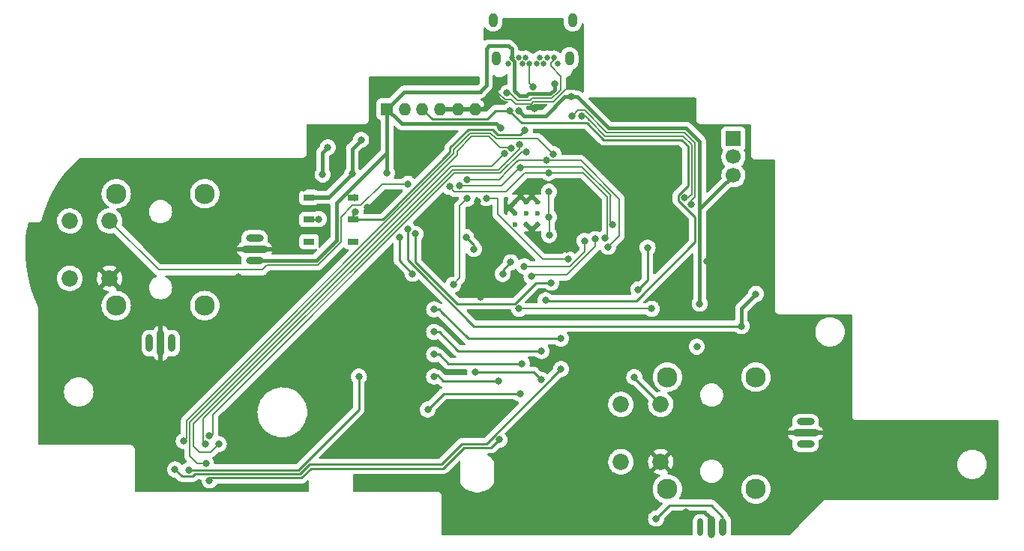
<source format=gbr>
G04 #@! TF.GenerationSoftware,KiCad,Pcbnew,(6.0.7)*
G04 #@! TF.CreationDate,2022-12-20T18:53:35-08:00*
G04 #@! TF.ProjectId,procon_gcc_main_pcb,70726f63-6f6e-45f6-9763-635f6d61696e,rev?*
G04 #@! TF.SameCoordinates,Original*
G04 #@! TF.FileFunction,Copper,L2,Bot*
G04 #@! TF.FilePolarity,Positive*
%FSLAX46Y46*%
G04 Gerber Fmt 4.6, Leading zero omitted, Abs format (unit mm)*
G04 Created by KiCad (PCBNEW (6.0.7)) date 2022-12-20 18:53:35*
%MOMM*%
%LPD*%
G01*
G04 APERTURE LIST*
G04 #@! TA.AperFunction,ComponentPad*
%ADD10O,0.800000X2.000000*%
G04 #@! TD*
G04 #@! TA.AperFunction,ComponentPad*
%ADD11O,0.800000X3.000000*%
G04 #@! TD*
G04 #@! TA.AperFunction,ComponentPad*
%ADD12O,2.000000X0.800000*%
G04 #@! TD*
G04 #@! TA.AperFunction,ComponentPad*
%ADD13O,3.000000X0.800000*%
G04 #@! TD*
G04 #@! TA.AperFunction,ComponentPad*
%ADD14R,1.400000X1.400000*%
G04 #@! TD*
G04 #@! TA.AperFunction,ComponentPad*
%ADD15O,1.400000X1.400000*%
G04 #@! TD*
G04 #@! TA.AperFunction,ComponentPad*
%ADD16C,2.300000*%
G04 #@! TD*
G04 #@! TA.AperFunction,ComponentPad*
%ADD17C,1.850000*%
G04 #@! TD*
G04 #@! TA.AperFunction,ComponentPad*
%ADD18O,0.700000X2.000000*%
G04 #@! TD*
G04 #@! TA.AperFunction,ComponentPad*
%ADD19O,0.800000X2.500000*%
G04 #@! TD*
G04 #@! TA.AperFunction,ComponentPad*
%ADD20C,0.600000*%
G04 #@! TD*
G04 #@! TA.AperFunction,ComponentPad*
%ADD21R,1.700000X1.700000*%
G04 #@! TD*
G04 #@! TA.AperFunction,ComponentPad*
%ADD22C,1.700000*%
G04 #@! TD*
G04 #@! TA.AperFunction,ComponentPad*
%ADD23C,0.650000*%
G04 #@! TD*
G04 #@! TA.AperFunction,ComponentPad*
%ADD24O,1.000000X1.600000*%
G04 #@! TD*
G04 #@! TA.AperFunction,SMDPad,CuDef*
%ADD25R,1.200000X0.700000*%
G04 #@! TD*
G04 #@! TA.AperFunction,ViaPad*
%ADD26C,0.800000*%
G04 #@! TD*
G04 #@! TA.AperFunction,Conductor*
%ADD27C,0.400000*%
G04 #@! TD*
G04 #@! TA.AperFunction,Conductor*
%ADD28C,0.200000*%
G04 #@! TD*
G04 #@! TA.AperFunction,Conductor*
%ADD29C,0.250000*%
G04 #@! TD*
G04 APERTURE END LIST*
D10*
X95149000Y-129394000D03*
D11*
X96419000Y-129394000D03*
D10*
X97689000Y-129394000D03*
D12*
X107019000Y-120064000D03*
D13*
X107019000Y-118794000D03*
D12*
X107019000Y-117524000D03*
D14*
X121970000Y-102930000D03*
D15*
X123970000Y-102930000D03*
X125970000Y-102930000D03*
X127970000Y-102930000D03*
X129970000Y-102930000D03*
X131970000Y-102930000D03*
D16*
X163644000Y-133244000D03*
X163644000Y-145894000D03*
X153644000Y-133244000D03*
X153644000Y-145894000D03*
D17*
X152894000Y-136319000D03*
X148394000Y-136319000D03*
X152894000Y-142819000D03*
X148394000Y-142819000D03*
D18*
X157374000Y-150169000D03*
D19*
X158644000Y-150169000D03*
D10*
X159914000Y-150169000D03*
D12*
X169244000Y-140839000D03*
D13*
X169244000Y-139569000D03*
D12*
X169244000Y-138299000D03*
D20*
X136420000Y-113408579D03*
X138970000Y-115958579D03*
X136420000Y-115958579D03*
X138970000Y-113408579D03*
X138970000Y-114683579D03*
X137695000Y-115958579D03*
X136420000Y-114683579D03*
X137695000Y-114683579D03*
X137695000Y-113408579D03*
D16*
X101394000Y-112494000D03*
X101394000Y-125144000D03*
X91394000Y-112494000D03*
X91394000Y-125144000D03*
D17*
X90644000Y-115569000D03*
X86144000Y-115569000D03*
X90644000Y-122069000D03*
X86144000Y-122069000D03*
D21*
X161100000Y-106250000D03*
D22*
X161100000Y-108325000D03*
X161100000Y-110425000D03*
D23*
X135660000Y-97825000D03*
X136060000Y-97125000D03*
X136860000Y-97125000D03*
X137260000Y-97825000D03*
X137660000Y-97125000D03*
X138060000Y-97825000D03*
X138860000Y-97825000D03*
X139260000Y-97125000D03*
X139660000Y-97825000D03*
X140060000Y-97125000D03*
X140860000Y-97125000D03*
X141260000Y-97825000D03*
D24*
X133970000Y-92835000D03*
X142590000Y-97225000D03*
X134330000Y-97225000D03*
X142950000Y-92835000D03*
D25*
X113170000Y-112910000D03*
X118170000Y-112910000D03*
X118170000Y-115410000D03*
X113170000Y-115410000D03*
X113170000Y-117910000D03*
X118170000Y-117910000D03*
D26*
X151870000Y-125510000D03*
X134860000Y-105098360D03*
X140295000Y-117163579D03*
X140884153Y-100058132D03*
X140262365Y-112262282D03*
X121970000Y-110145000D03*
X140255000Y-115123579D03*
X136880000Y-125510000D03*
X152366500Y-149234000D03*
X131030000Y-113050000D03*
X99620000Y-143730500D03*
X118800000Y-133175000D03*
X129450000Y-122790000D03*
X134657299Y-140317299D03*
X101922500Y-144908488D03*
X135958340Y-120258341D03*
X135036212Y-121564500D03*
X135224500Y-107984317D03*
X102974500Y-140800000D03*
X137000000Y-135120000D03*
X126580000Y-136900000D03*
X137000000Y-135120000D03*
X137720000Y-107770000D03*
X101919500Y-139904007D03*
X135980369Y-107330354D03*
X101535500Y-143008988D03*
X136903789Y-106947860D03*
X101474500Y-140800000D03*
X99020500Y-140460000D03*
X140765586Y-108021000D03*
X141630000Y-132320000D03*
X98035500Y-143676218D03*
X139387701Y-133537701D03*
X131951097Y-132711097D03*
X131783374Y-118746254D03*
X130900000Y-117400500D03*
X132225000Y-113384079D03*
X120840000Y-100140000D03*
X147425000Y-102850000D03*
X112575000Y-111875000D03*
X132550000Y-124210000D03*
X132600000Y-115470000D03*
X142260000Y-118810000D03*
X134480000Y-100510000D03*
X128675000Y-116675000D03*
X125710000Y-107200000D03*
X133330000Y-102630000D03*
X105156000Y-121920000D03*
X96450000Y-145740000D03*
X155724000Y-148461500D03*
X148990000Y-109080000D03*
X143450000Y-99425000D03*
X104050000Y-141825000D03*
X138625000Y-102900000D03*
X158075000Y-120150000D03*
X119760000Y-114070000D03*
X145810000Y-113700000D03*
X101346000Y-129325000D03*
X150351500Y-123330832D03*
X151410000Y-118600000D03*
X156972000Y-129794000D03*
X157287500Y-124937500D03*
X136872732Y-103147503D03*
X118300000Y-112940000D03*
X142784668Y-101540332D03*
X119050000Y-106412500D03*
X118050000Y-110250000D03*
X124299500Y-116530000D03*
X163650000Y-123825000D03*
X162000000Y-127475000D03*
X115287500Y-107250000D03*
X114700000Y-110325000D03*
X139890000Y-124540000D03*
X135490000Y-101090000D03*
X135874290Y-103101467D03*
X125175500Y-117030000D03*
X140507109Y-122560000D03*
X138307609Y-121871634D03*
X145490000Y-117630000D03*
X134540000Y-133680000D03*
X127300000Y-133175000D03*
X127300000Y-130665000D03*
X137190000Y-131720000D03*
X139430000Y-130280000D03*
X127300000Y-128125000D03*
X141620000Y-128880000D03*
X127300000Y-125575000D03*
X143987761Y-103752239D03*
X155594265Y-112958768D03*
X138444958Y-100410500D03*
X156336729Y-113701232D03*
X142900000Y-103675000D03*
X124347832Y-111392168D03*
X142484830Y-119890240D03*
X149901500Y-133240000D03*
X133198379Y-112984079D03*
X123360242Y-117400500D03*
X124860000Y-121545312D03*
X130150000Y-111570000D03*
X147400000Y-116000000D03*
X136994500Y-109527474D03*
X129025378Y-111705378D03*
X146580000Y-117510000D03*
X140220000Y-110140000D03*
X146950000Y-118500000D03*
X139980000Y-108720500D03*
X131050396Y-110870500D03*
X118390000Y-114510000D03*
X114260000Y-115360000D03*
X137562500Y-105300000D03*
X137477937Y-120717938D03*
X144287170Y-117832831D03*
D27*
X133175000Y-96100000D02*
X133175000Y-100250000D01*
X121970000Y-110145000D02*
X121970000Y-107855000D01*
D28*
X136289999Y-97414999D02*
X136060000Y-97185000D01*
D27*
X136060000Y-96135000D02*
X135700000Y-95775000D01*
X136125000Y-97275000D02*
X136300000Y-97450000D01*
X133500000Y-95775000D02*
X133175000Y-96100000D01*
X116272500Y-113552500D02*
X117162500Y-112662500D01*
D28*
X140262365Y-112262282D02*
X140262365Y-115116214D01*
D27*
X137940000Y-101210000D02*
X137700000Y-101450000D01*
X123270000Y-104230000D02*
X123615000Y-104575000D01*
X136060000Y-97125000D02*
X136060000Y-96135000D01*
X121970000Y-102930000D02*
X121970000Y-107855000D01*
X135700000Y-95775000D02*
X133500000Y-95775000D01*
D28*
X140295000Y-117163579D02*
X140295000Y-115163579D01*
D27*
X123920000Y-100980000D02*
X132445000Y-100980000D01*
X140884153Y-100058132D02*
X140884153Y-100718741D01*
D28*
X136460000Y-101160000D02*
X136525000Y-101095000D01*
D27*
X121970000Y-102930000D02*
X123270000Y-104230000D01*
X136325000Y-100875000D02*
X136325000Y-97500000D01*
X117162500Y-112662500D02*
X117505000Y-112320000D01*
X107019000Y-120064000D02*
X113956000Y-120064000D01*
D28*
X140262365Y-115116214D02*
X140255000Y-115123579D01*
D27*
X121970000Y-102930000D02*
X123920000Y-100980000D01*
D28*
X121970000Y-107840000D02*
X117505000Y-112305000D01*
D27*
X134035000Y-104575000D02*
X134336640Y-104575000D01*
X140392894Y-101210000D02*
X137940000Y-101210000D01*
X116272500Y-117747500D02*
X116272500Y-113552500D01*
X136900000Y-101450000D02*
X136325000Y-100875000D01*
X134336640Y-104575000D02*
X134860000Y-105098360D01*
X140884153Y-100718741D02*
X140392894Y-101210000D01*
D28*
X136880000Y-125510000D02*
X151870000Y-125510000D01*
D27*
X123615000Y-104575000D02*
X134035000Y-104575000D01*
X132445000Y-100980000D02*
X132510000Y-100980000D01*
D29*
X117505000Y-112320000D02*
X117505000Y-112305000D01*
D27*
X133175000Y-100250000D02*
X132445000Y-100980000D01*
X113956000Y-120064000D02*
X116272500Y-117747500D01*
X121970000Y-107855000D02*
X117162500Y-112662500D01*
D28*
X140295000Y-115163579D02*
X140255000Y-115123579D01*
D27*
X137700000Y-101450000D02*
X136900000Y-101450000D01*
D29*
X153864000Y-147736500D02*
X158596500Y-147736500D01*
X152366500Y-149234000D02*
X153864000Y-147736500D01*
X152880250Y-148720250D02*
X152366500Y-149234000D01*
X153176500Y-148424000D02*
X152880250Y-148720250D01*
X158596500Y-147736500D02*
X159914000Y-149054000D01*
X159914000Y-150169000D02*
X159914000Y-149274000D01*
D28*
X130200000Y-113880000D02*
X130200000Y-122040000D01*
X131030000Y-113050000D02*
X130200000Y-113880000D01*
D29*
X118800000Y-136887208D02*
X118800000Y-133175000D01*
X99620000Y-143730500D02*
X99623488Y-143733988D01*
D28*
X130200000Y-122040000D02*
X129450000Y-122790000D01*
D29*
X99623488Y-143733988D02*
X111953220Y-143733988D01*
X111953220Y-143733988D02*
X118800000Y-136887208D01*
X102056012Y-144633988D02*
X112326012Y-144633988D01*
X128300000Y-143560000D02*
X130640000Y-141220000D01*
X101922500Y-144908488D02*
X101922500Y-144767500D01*
X133754598Y-141220000D02*
X134657299Y-140317299D01*
X112326012Y-144633988D02*
X113400000Y-143560000D01*
X130640000Y-141220000D02*
X133754598Y-141220000D01*
X113400000Y-143560000D02*
X128300000Y-143560000D01*
X101922500Y-144767500D02*
X102056012Y-144633988D01*
X135036212Y-121564500D02*
X135036212Y-121180469D01*
X135036212Y-121180469D02*
X135958340Y-120258341D01*
D28*
X100790000Y-141750000D02*
X102024500Y-141750000D01*
X135224500Y-107984317D02*
X133838317Y-109370500D01*
X100120000Y-141080000D02*
X100790000Y-141750000D01*
X102024500Y-141750000D02*
X102974500Y-140800000D01*
X129238934Y-109370500D02*
X100120000Y-138489434D01*
X133838317Y-109370500D02*
X129238934Y-109370500D01*
X100120000Y-138489434D02*
X100120000Y-141080000D01*
X137164364Y-107770000D02*
X134763864Y-110170500D01*
X137720000Y-107770000D02*
X137164364Y-107770000D01*
X102270000Y-137470806D02*
X102270000Y-139720000D01*
D29*
X128360000Y-135120000D02*
X137000000Y-135120000D01*
X126580000Y-136900000D02*
X128360000Y-135120000D01*
D28*
X102270000Y-139720000D02*
X102103507Y-139720000D01*
D29*
X137000000Y-135120000D02*
X129294000Y-135120000D01*
D28*
X129570306Y-110170500D02*
X102270000Y-137470806D01*
X102103507Y-139720000D02*
X101919500Y-139904007D01*
X134763864Y-110170500D02*
X129570306Y-110170500D01*
X99720000Y-142180000D02*
X99720000Y-138323749D01*
X131550000Y-106020000D02*
X133490000Y-106020000D01*
X134754317Y-107284317D02*
X133490000Y-106020000D01*
X135980369Y-107330354D02*
X135934332Y-107284317D01*
X101535500Y-143008988D02*
X100548988Y-143008988D01*
X100548988Y-143008988D02*
X99720000Y-142180000D01*
X135980369Y-107330354D02*
X135660354Y-107330354D01*
X129919031Y-107650969D02*
X131550000Y-106020000D01*
X129919031Y-108124716D02*
X129919031Y-107650969D01*
X99720000Y-138323749D02*
X129919031Y-108124716D01*
X135934332Y-107284317D02*
X134754317Y-107284317D01*
X134598178Y-109770500D02*
X129404620Y-109770500D01*
X101220000Y-139940000D02*
X101220000Y-140545500D01*
X101220000Y-140545500D02*
X101474500Y-140800000D01*
X136903789Y-107464889D02*
X134598178Y-109770500D01*
X101220000Y-137955120D02*
X101220000Y-139940000D01*
X129404620Y-109770500D02*
X101220000Y-137955120D01*
X101220000Y-139940000D02*
X101220000Y-140800000D01*
X136903789Y-106947860D02*
X136903789Y-107464889D01*
X138992446Y-106247860D02*
X134283546Y-106247860D01*
X133655686Y-105620000D02*
X131384314Y-105620000D01*
X140765586Y-108021000D02*
X138992446Y-106247860D01*
X99320000Y-138158063D02*
X99320000Y-140160500D01*
X99320000Y-140160500D02*
X99020500Y-140460000D01*
X134283546Y-106247860D02*
X133655686Y-105620000D01*
X131384314Y-105620000D02*
X129519031Y-107485283D01*
X129519031Y-107485283D02*
X129519031Y-107959031D01*
X129519031Y-107959031D02*
X99320000Y-138158063D01*
D29*
X133180000Y-140770000D02*
X141630000Y-132320000D01*
X98035500Y-143676218D02*
X98071718Y-143640000D01*
X100320000Y-144183988D02*
X112139616Y-144183988D01*
X130450000Y-140770000D02*
X133180000Y-140770000D01*
X98814782Y-144455500D02*
X100048488Y-144455500D01*
X100048488Y-144455500D02*
X100320000Y-144183988D01*
X113213604Y-143110000D02*
X128110000Y-143110000D01*
X112139616Y-144183988D02*
X113213604Y-143110000D01*
X98035500Y-143676218D02*
X98814782Y-144455500D01*
X128110000Y-143110000D02*
X130450000Y-140770000D01*
X131951097Y-132711097D02*
X138561097Y-132711097D01*
X138561097Y-132711097D02*
X139387701Y-133537701D01*
X131783374Y-118746254D02*
X131783374Y-118283874D01*
X131783374Y-118283874D02*
X130900000Y-117400500D01*
D28*
X143421368Y-100646368D02*
X143450000Y-100617736D01*
X136509314Y-102350000D02*
X138150000Y-102350000D01*
X143162047Y-99713639D02*
X143162047Y-99712953D01*
X138150000Y-102350000D02*
X138625000Y-102825000D01*
D27*
X157736500Y-148461500D02*
X158325000Y-149050000D01*
X155724000Y-148461500D02*
X157736500Y-148461500D01*
D28*
X135290050Y-101880000D02*
X136039314Y-101880000D01*
X134480000Y-101069950D02*
X135290050Y-101880000D01*
X138625000Y-102825000D02*
X138625000Y-102900000D01*
X143450000Y-100617736D02*
X143450000Y-99425000D01*
X138265686Y-102350000D02*
X138495343Y-102120343D01*
X134480000Y-100510000D02*
X134480000Y-101069950D01*
X142229318Y-100646368D02*
X143421368Y-100646368D01*
D29*
X128675000Y-116675000D02*
X128675000Y-116525000D01*
D28*
X140755343Y-102120343D02*
X142229318Y-100646368D01*
X138495343Y-102120343D02*
X140755343Y-102120343D01*
X138150000Y-102350000D02*
X138265686Y-102350000D01*
X136039314Y-101880000D02*
X136509314Y-102350000D01*
X143162047Y-99712953D02*
X143450000Y-99425000D01*
D29*
X150351500Y-123330832D02*
X151410000Y-122272332D01*
X151410000Y-122272332D02*
X151410000Y-118600000D01*
D27*
X142784668Y-101540332D02*
X143472203Y-101540332D01*
X157289997Y-114660003D02*
X157275000Y-114675000D01*
X155775000Y-105075000D02*
X157289997Y-106589997D01*
X139862792Y-103720000D02*
X137445229Y-103720000D01*
X115985000Y-112315000D02*
X115430000Y-112870000D01*
X142784668Y-101540332D02*
X142042460Y-101540332D01*
X142042460Y-101540332D02*
X139862792Y-103720000D01*
X157289997Y-106589997D02*
X157289997Y-114409997D01*
X118050000Y-107412500D02*
X118050000Y-110250000D01*
X157275000Y-124925000D02*
X157287500Y-124937500D01*
X159317997Y-112220003D02*
X159579000Y-111959000D01*
X119050000Y-106412500D02*
X118050000Y-107412500D01*
X159579000Y-111959000D02*
X157289997Y-114248003D01*
X157289997Y-114660003D02*
X157289997Y-115335003D01*
X118050000Y-110250000D02*
X115985000Y-112315000D01*
X115430000Y-112870000D02*
X114560000Y-112870000D01*
X143472203Y-101540332D02*
X147006871Y-105075000D01*
X115985000Y-112315000D02*
X115390000Y-112910000D01*
X137445229Y-103720000D02*
X136872732Y-103147503D01*
D29*
X118370000Y-112870000D02*
X118300000Y-112940000D01*
D27*
X157275000Y-114675000D02*
X157275000Y-124925000D01*
X115390000Y-112910000D02*
X113170000Y-112910000D01*
X159579000Y-111959000D02*
X161069000Y-110469000D01*
X157289997Y-114248003D02*
X157289997Y-114409997D01*
X114520000Y-112910000D02*
X113170000Y-112910000D01*
X114560000Y-112870000D02*
X113830000Y-112870000D01*
X114560000Y-112870000D02*
X114520000Y-112910000D01*
X157289997Y-114409997D02*
X157289997Y-114660003D01*
X147006871Y-105075000D02*
X155775000Y-105075000D01*
D29*
X125779996Y-121440004D02*
X125999993Y-121660000D01*
X124299500Y-116530000D02*
X124299500Y-119959507D01*
D27*
X114700000Y-110325000D02*
X114700000Y-107837500D01*
D29*
X131814992Y-127475000D02*
X162000000Y-127475000D01*
D27*
X162000000Y-127475000D02*
X162000000Y-125475000D01*
X162000000Y-125475000D02*
X163650000Y-123825000D01*
D29*
X124299500Y-119959507D02*
X125779996Y-121440004D01*
X125779996Y-121440004D02*
X131814992Y-127475000D01*
D27*
X114700000Y-107837500D02*
X115287500Y-107250000D01*
D29*
X163500000Y-123975000D02*
X163650000Y-123825000D01*
D28*
X135815000Y-101090000D02*
X136675000Y-101950000D01*
X140128393Y-101720343D02*
X140589657Y-101720343D01*
X136675000Y-101950000D02*
X138100000Y-101950000D01*
D29*
X135874290Y-103101467D02*
X134238533Y-103101467D01*
X133290000Y-104050000D02*
X127090000Y-104050000D01*
X156380192Y-114770000D02*
X156750000Y-115139808D01*
X154869265Y-113259073D02*
X154869265Y-112658463D01*
D28*
X138100000Y-101950000D02*
X138340000Y-101710000D01*
X141335262Y-100964738D02*
X141584153Y-100715847D01*
D29*
X139950000Y-124600000D02*
X139890000Y-124540000D01*
X154869265Y-112658463D02*
X155965497Y-111562231D01*
X146458039Y-106400000D02*
X144535277Y-104477239D01*
X135874290Y-103174366D02*
X135874290Y-103101467D01*
D28*
X140475000Y-97725000D02*
X140860000Y-97340000D01*
D29*
X155965497Y-111562231D02*
X155965497Y-107139329D01*
D28*
X141584153Y-100715847D02*
X141584153Y-99184153D01*
X138340000Y-101710000D02*
X140118050Y-101710000D01*
D29*
X155100096Y-113489904D02*
X156380192Y-114770000D01*
D28*
X140475000Y-98075000D02*
X140475000Y-97725000D01*
D29*
X155965497Y-107139329D02*
X155226168Y-106400000D01*
D28*
X140589657Y-101720343D02*
X141335262Y-100974738D01*
D29*
X155226168Y-106400000D02*
X146458039Y-106400000D01*
D28*
X135490000Y-101090000D02*
X135815000Y-101090000D01*
D29*
X156750000Y-117957637D02*
X150107637Y-124600000D01*
X134238533Y-103101467D02*
X133290000Y-104050000D01*
X144535277Y-104477239D02*
X137177163Y-104477239D01*
D28*
X140118050Y-101710000D02*
X140128393Y-101720343D01*
X140860000Y-97340000D02*
X140860000Y-97125000D01*
D29*
X137177163Y-104477239D02*
X135874290Y-103174366D01*
X127090000Y-104050000D02*
X125970000Y-102930000D01*
D28*
X141335262Y-100974738D02*
X141335262Y-100964738D01*
X141584153Y-99184153D02*
X140475000Y-98075000D01*
D29*
X156750000Y-115139808D02*
X156750000Y-117957637D01*
X155100096Y-113489904D02*
X154869265Y-113259073D01*
X150107637Y-124600000D02*
X139950000Y-124600000D01*
X125175500Y-119670812D02*
X125175500Y-120199112D01*
X125175500Y-120199112D02*
X129911388Y-124935000D01*
X129911388Y-124935000D02*
X136429695Y-124935000D01*
X125175500Y-117030000D02*
X125175500Y-119670812D01*
X138804695Y-122560000D02*
X140507109Y-122560000D01*
X136429695Y-124935000D02*
X138804695Y-122560000D01*
D28*
X142240000Y-121690000D02*
X138489243Y-121690000D01*
X145490000Y-118440000D02*
X142240000Y-121690000D01*
X145490000Y-117630000D02*
X145490000Y-118440000D01*
X138489243Y-121690000D02*
X138307609Y-121871634D01*
D29*
X127447500Y-133027500D02*
X127300000Y-133175000D01*
X128325000Y-133680000D02*
X127672500Y-133027500D01*
X134540000Y-133680000D02*
X128325000Y-133680000D01*
X127672500Y-133027500D02*
X127447500Y-133027500D01*
X128905000Y-131720000D02*
X137190000Y-131720000D01*
X127850000Y-130665000D02*
X128905000Y-131720000D01*
X127300000Y-130665000D02*
X127850000Y-130665000D01*
X127300000Y-128125000D02*
X127850000Y-128125000D01*
X130005000Y-130280000D02*
X139430000Y-130280000D01*
X127850000Y-128125000D02*
X130005000Y-130280000D01*
X141620000Y-128880000D02*
X131145000Y-128880000D01*
X127840000Y-125575000D02*
X128147500Y-125882500D01*
X131145000Y-128880000D02*
X128147500Y-125882500D01*
X127300000Y-125575000D02*
X127840000Y-125575000D01*
D28*
X155402208Y-105975000D02*
X147680000Y-105975000D01*
X143987761Y-103752239D02*
X144411319Y-103752239D01*
X138060000Y-97825000D02*
X138060000Y-99960000D01*
X147680000Y-105975000D02*
X146634079Y-105975000D01*
X156340497Y-112636801D02*
X156386801Y-112636801D01*
X156390497Y-106963289D02*
X155402208Y-105975000D01*
X144411319Y-103752239D02*
X145004540Y-104345460D01*
X146634079Y-105975000D02*
X145004540Y-104345460D01*
X145004540Y-104345460D02*
X144769539Y-104110460D01*
X156386801Y-112636801D02*
X156390497Y-112633105D01*
X138444958Y-100410500D02*
X138444958Y-100344958D01*
X156018530Y-112958768D02*
X156340497Y-112636801D01*
X138444958Y-100344958D02*
X138060000Y-99960000D01*
X155594265Y-112958768D02*
X156018530Y-112958768D01*
X156390497Y-107020000D02*
X156390497Y-106963289D01*
X156390497Y-112633105D02*
X156390497Y-107020000D01*
X156790497Y-106797603D02*
X155567894Y-105575000D01*
X156336729Y-113701232D02*
X156336729Y-113276967D01*
X156790497Y-112823199D02*
X156790497Y-106797603D01*
X143577383Y-103052617D02*
X142955000Y-103675000D01*
X156336729Y-113276967D02*
X156790497Y-112823199D01*
X155567894Y-105575000D02*
X146799765Y-105575000D01*
X146799765Y-105575000D02*
X144277382Y-103052617D01*
X144277382Y-103052617D02*
X143577383Y-103052617D01*
X142955000Y-103675000D02*
X142900000Y-103675000D01*
X118100050Y-113810000D02*
X116772500Y-115137550D01*
X96185000Y-121110000D02*
X90644000Y-115569000D01*
X116772500Y-115137550D02*
X116772500Y-117954606D01*
X124347832Y-111392168D02*
X121447882Y-111392168D01*
X107890000Y-121110000D02*
X96185000Y-121110000D01*
X114163107Y-120564000D02*
X108436000Y-120564000D01*
X108436000Y-120564000D02*
X107890000Y-121110000D01*
X119030050Y-113810000D02*
X118100050Y-113810000D01*
X116772500Y-117954606D02*
X114163107Y-120564000D01*
X121447882Y-111392168D02*
X119030050Y-113810000D01*
X139560240Y-119890240D02*
X142484830Y-119890240D01*
D29*
X149901500Y-133326500D02*
X149901500Y-133240000D01*
D28*
X134514079Y-114844079D02*
X139560240Y-119890240D01*
X133198379Y-112984079D02*
X134514079Y-112984079D01*
D29*
X152894000Y-136319000D02*
X149901500Y-133326500D01*
D28*
X134514079Y-112984079D02*
X134514079Y-114844079D01*
D29*
X123360242Y-120045554D02*
X124860000Y-121545312D01*
X123360242Y-117400500D02*
X123360242Y-120045554D01*
D28*
X147450000Y-115970000D02*
X147220000Y-115740000D01*
X144005686Y-109440000D02*
X147230000Y-112664314D01*
X142000000Y-109440000D02*
X143440000Y-109440000D01*
X147400000Y-116000000D02*
X147400000Y-115920000D01*
X134920000Y-111570000D02*
X136962526Y-109527474D01*
X130150000Y-111570000D02*
X134920000Y-111570000D01*
X136962526Y-109527474D02*
X136994500Y-109527474D01*
X147220000Y-112730000D02*
X147230000Y-112720000D01*
X147400000Y-115920000D02*
X147220000Y-115740000D01*
X137081974Y-109440000D02*
X142000000Y-109440000D01*
X147519500Y-115970000D02*
X147450000Y-115970000D01*
X147230000Y-112720000D02*
X147230000Y-112700000D01*
X136994500Y-109527474D02*
X137081974Y-109440000D01*
X143440000Y-109440000D02*
X144005686Y-109440000D01*
X147220000Y-115740000D02*
X147220000Y-112730000D01*
X140220000Y-110140000D02*
X144140000Y-110140000D01*
X146820000Y-116930000D02*
X146820000Y-117190000D01*
X146820000Y-116930000D02*
X146820000Y-117270000D01*
X146820000Y-117270000D02*
X146580000Y-117510000D01*
X129590000Y-112270000D02*
X129025378Y-111705378D01*
X146820000Y-112820000D02*
X146820000Y-116930000D01*
X137530000Y-110140000D02*
X135400000Y-112270000D01*
X135400000Y-112270000D02*
X129590000Y-112270000D01*
X140220000Y-110140000D02*
X137530000Y-110140000D01*
X146820000Y-117190000D02*
X146840000Y-117210000D01*
X144140000Y-110140000D02*
X146820000Y-112820000D01*
X139980000Y-108720500D02*
X136779550Y-108720500D01*
X134629550Y-110870500D02*
X131050396Y-110870500D01*
X143851872Y-108720500D02*
X139980000Y-108720500D01*
X136345025Y-109155025D02*
X135692157Y-109807893D01*
X148219500Y-117230500D02*
X148219500Y-113088128D01*
X148219500Y-113088128D02*
X143851872Y-108720500D01*
X147540000Y-117930000D02*
X146970000Y-118500000D01*
X136740401Y-108759649D02*
X136345025Y-109155025D01*
X136779550Y-108720500D02*
X136345025Y-109155025D01*
X146970000Y-118500000D02*
X146950000Y-118500000D01*
X146950000Y-118500000D02*
X148219500Y-117230500D01*
X135692157Y-109807893D02*
X134629550Y-110870500D01*
D29*
X133855000Y-105195000D02*
X134482860Y-105822860D01*
X118170000Y-115410000D02*
X118170000Y-114730000D01*
X121507022Y-115370000D02*
X122338511Y-114538511D01*
X118170000Y-114730000D02*
X118390000Y-114510000D01*
X122338511Y-114538511D02*
X129094031Y-107782991D01*
X121467022Y-115410000D02*
X122338511Y-114538511D01*
X119870000Y-115410000D02*
X118170000Y-115410000D01*
X113840000Y-115360000D02*
X113830000Y-115370000D01*
X131208274Y-105195000D02*
X133855000Y-105195000D01*
X114210000Y-115410000D02*
X114260000Y-115360000D01*
X118170000Y-115410000D02*
X121467022Y-115410000D01*
X134482860Y-105822860D02*
X137039640Y-105822860D01*
X137039640Y-105822860D02*
X137562500Y-105300000D01*
X129094031Y-107309242D02*
X131208274Y-105195000D01*
X129094031Y-107782991D02*
X129094031Y-107309242D01*
X113170000Y-115410000D02*
X114210000Y-115410000D01*
X114260000Y-115360000D02*
X113840000Y-115360000D01*
D28*
X137477937Y-120717938D02*
X142646376Y-120717938D01*
X142646376Y-120717938D02*
X144287170Y-119077144D01*
X144287170Y-119077144D02*
X144287170Y-117832831D01*
X137479999Y-120720000D02*
X137477937Y-120717938D01*
G04 #@! TA.AperFunction,Conductor*
G36*
X156839846Y-101642860D02*
G01*
X156886339Y-101696516D01*
X156897725Y-101748858D01*
X156897725Y-104105735D01*
X156897723Y-104106505D01*
X156897249Y-104184079D01*
X156899716Y-104192710D01*
X156905375Y-104212511D01*
X156908953Y-104229273D01*
X156913145Y-104258545D01*
X156916859Y-104266713D01*
X156916859Y-104266714D01*
X156923773Y-104281920D01*
X156930221Y-104299444D01*
X156937276Y-104324129D01*
X156942068Y-104331723D01*
X156942069Y-104331726D01*
X156953055Y-104349138D01*
X156961194Y-104364221D01*
X156973433Y-104391140D01*
X156979294Y-104397942D01*
X156990195Y-104410593D01*
X157001298Y-104425597D01*
X157015001Y-104447316D01*
X157021726Y-104453255D01*
X157021729Y-104453259D01*
X157037163Y-104466890D01*
X157049207Y-104479082D01*
X157062652Y-104494685D01*
X157062655Y-104494687D01*
X157068512Y-104501485D01*
X157076041Y-104506365D01*
X157076042Y-104506366D01*
X157090060Y-104515452D01*
X157104934Y-104526743D01*
X157117442Y-104537789D01*
X157124176Y-104543736D01*
X157150936Y-104556300D01*
X157165916Y-104564621D01*
X157183208Y-104575829D01*
X157183213Y-104575831D01*
X157190740Y-104580710D01*
X157199333Y-104583280D01*
X157199338Y-104583282D01*
X157215345Y-104588069D01*
X157232789Y-104594730D01*
X157247901Y-104601825D01*
X157247903Y-104601826D01*
X157256025Y-104605639D01*
X157264892Y-104607020D01*
X157264893Y-104607020D01*
X157267578Y-104607438D01*
X157285242Y-104610188D01*
X157301957Y-104613971D01*
X157321691Y-104619873D01*
X157321697Y-104619874D01*
X157330291Y-104622444D01*
X157339262Y-104622499D01*
X157339263Y-104622499D01*
X157349322Y-104622560D01*
X157364731Y-104622654D01*
X157365514Y-104622687D01*
X157366611Y-104622858D01*
X157397602Y-104622858D01*
X157398372Y-104622860D01*
X157472010Y-104623310D01*
X157472011Y-104623310D01*
X157475946Y-104623334D01*
X157477290Y-104622950D01*
X157478635Y-104622858D01*
X162971725Y-104622858D01*
X163039846Y-104642860D01*
X163086339Y-104696516D01*
X163097725Y-104748858D01*
X163097725Y-108105735D01*
X163097723Y-108106505D01*
X163097249Y-108184079D01*
X163102697Y-108203141D01*
X163105375Y-108212511D01*
X163108953Y-108229273D01*
X163113145Y-108258545D01*
X163116859Y-108266713D01*
X163116859Y-108266714D01*
X163123773Y-108281920D01*
X163130221Y-108299444D01*
X163137276Y-108324129D01*
X163142068Y-108331723D01*
X163142069Y-108331726D01*
X163153055Y-108349138D01*
X163161194Y-108364221D01*
X163173433Y-108391140D01*
X163179294Y-108397942D01*
X163190195Y-108410593D01*
X163201298Y-108425597D01*
X163215001Y-108447316D01*
X163221726Y-108453255D01*
X163221729Y-108453259D01*
X163237163Y-108466890D01*
X163249207Y-108479082D01*
X163262652Y-108494685D01*
X163262655Y-108494687D01*
X163268512Y-108501485D01*
X163276041Y-108506365D01*
X163276042Y-108506366D01*
X163290060Y-108515452D01*
X163304934Y-108526743D01*
X163317442Y-108537789D01*
X163324176Y-108543736D01*
X163350936Y-108556300D01*
X163365916Y-108564621D01*
X163383208Y-108575829D01*
X163383213Y-108575831D01*
X163390740Y-108580710D01*
X163399333Y-108583280D01*
X163399338Y-108583282D01*
X163415345Y-108588069D01*
X163432789Y-108594730D01*
X163447901Y-108601825D01*
X163447903Y-108601826D01*
X163456025Y-108605639D01*
X163464892Y-108607020D01*
X163464893Y-108607020D01*
X163474535Y-108608521D01*
X163485242Y-108610188D01*
X163501957Y-108613971D01*
X163521691Y-108619873D01*
X163521697Y-108619874D01*
X163530291Y-108622444D01*
X163539262Y-108622499D01*
X163539263Y-108622499D01*
X163549322Y-108622560D01*
X163564731Y-108622654D01*
X163565514Y-108622687D01*
X163566611Y-108622858D01*
X163597602Y-108622858D01*
X163598372Y-108622860D01*
X163672010Y-108623310D01*
X163672011Y-108623310D01*
X163675946Y-108623334D01*
X163677290Y-108622950D01*
X163678635Y-108622858D01*
X165671725Y-108622858D01*
X165739846Y-108642860D01*
X165786339Y-108696516D01*
X165797725Y-108748858D01*
X165797725Y-125605735D01*
X165797723Y-125606505D01*
X165797249Y-125684079D01*
X165799716Y-125692710D01*
X165805375Y-125712511D01*
X165808953Y-125729273D01*
X165813145Y-125758545D01*
X165816859Y-125766713D01*
X165816859Y-125766714D01*
X165823773Y-125781920D01*
X165830221Y-125799444D01*
X165837276Y-125824129D01*
X165842068Y-125831723D01*
X165842069Y-125831726D01*
X165853055Y-125849138D01*
X165861194Y-125864221D01*
X165873433Y-125891140D01*
X165879294Y-125897942D01*
X165890195Y-125910593D01*
X165901298Y-125925597D01*
X165915001Y-125947316D01*
X165921726Y-125953255D01*
X165921729Y-125953259D01*
X165937163Y-125966890D01*
X165949207Y-125979082D01*
X165962652Y-125994685D01*
X165962655Y-125994687D01*
X165968512Y-126001485D01*
X165976041Y-126006365D01*
X165976042Y-126006366D01*
X165990060Y-126015452D01*
X166004934Y-126026743D01*
X166017442Y-126037789D01*
X166024176Y-126043736D01*
X166050936Y-126056300D01*
X166065916Y-126064621D01*
X166083208Y-126075829D01*
X166083213Y-126075831D01*
X166090740Y-126080710D01*
X166099333Y-126083280D01*
X166099338Y-126083282D01*
X166115345Y-126088069D01*
X166132789Y-126094730D01*
X166147901Y-126101825D01*
X166147903Y-126101826D01*
X166156025Y-126105639D01*
X166164892Y-126107020D01*
X166164893Y-126107020D01*
X166174535Y-126108521D01*
X166185242Y-126110188D01*
X166201957Y-126113971D01*
X166221691Y-126119873D01*
X166221697Y-126119874D01*
X166230291Y-126122444D01*
X166239262Y-126122499D01*
X166239263Y-126122499D01*
X166249322Y-126122560D01*
X166264731Y-126122654D01*
X166265514Y-126122687D01*
X166266611Y-126122858D01*
X166297602Y-126122858D01*
X166298372Y-126122860D01*
X166372010Y-126123310D01*
X166372011Y-126123310D01*
X166375946Y-126123334D01*
X166377290Y-126122950D01*
X166378635Y-126122858D01*
X174371725Y-126122858D01*
X174439846Y-126142860D01*
X174486339Y-126196516D01*
X174497725Y-126248858D01*
X174497725Y-137605734D01*
X174497723Y-137606504D01*
X174497249Y-137684078D01*
X174501358Y-137698454D01*
X174505375Y-137712510D01*
X174508953Y-137729272D01*
X174513145Y-137758544D01*
X174516859Y-137766712D01*
X174516859Y-137766713D01*
X174523773Y-137781919D01*
X174530221Y-137799443D01*
X174537276Y-137824128D01*
X174542068Y-137831722D01*
X174542069Y-137831725D01*
X174553055Y-137849137D01*
X174561194Y-137864220D01*
X174573433Y-137891139D01*
X174579294Y-137897941D01*
X174590195Y-137910592D01*
X174601298Y-137925596D01*
X174615001Y-137947315D01*
X174621726Y-137953254D01*
X174621729Y-137953258D01*
X174637163Y-137966889D01*
X174649207Y-137979081D01*
X174662652Y-137994684D01*
X174662655Y-137994686D01*
X174668512Y-138001484D01*
X174676041Y-138006364D01*
X174676042Y-138006365D01*
X174690060Y-138015451D01*
X174704934Y-138026742D01*
X174717442Y-138037788D01*
X174724176Y-138043735D01*
X174750936Y-138056299D01*
X174765916Y-138064620D01*
X174783208Y-138075828D01*
X174783213Y-138075830D01*
X174790740Y-138080709D01*
X174799333Y-138083279D01*
X174799338Y-138083281D01*
X174815345Y-138088068D01*
X174832789Y-138094729D01*
X174847901Y-138101824D01*
X174847903Y-138101825D01*
X174856025Y-138105638D01*
X174864892Y-138107019D01*
X174864893Y-138107019D01*
X174874535Y-138108520D01*
X174885242Y-138110187D01*
X174901957Y-138113970D01*
X174921691Y-138119872D01*
X174921697Y-138119873D01*
X174930291Y-138122443D01*
X174939262Y-138122498D01*
X174939263Y-138122498D01*
X174949322Y-138122559D01*
X174964731Y-138122653D01*
X174965514Y-138122686D01*
X174966611Y-138122857D01*
X174997602Y-138122857D01*
X174998372Y-138122859D01*
X175072010Y-138123309D01*
X175072011Y-138123309D01*
X175075946Y-138123333D01*
X175077290Y-138122949D01*
X175078635Y-138122857D01*
X190921725Y-138122857D01*
X190989846Y-138142859D01*
X191036339Y-138196515D01*
X191047725Y-138248857D01*
X191047725Y-146979857D01*
X191027723Y-147047978D01*
X190974067Y-147094471D01*
X190921725Y-147105857D01*
X171623241Y-147105857D01*
X171607534Y-147104203D01*
X171599722Y-147103674D01*
X171590940Y-147101803D01*
X171581988Y-147102472D01*
X171581986Y-147102472D01*
X171541403Y-147105506D01*
X171532010Y-147105857D01*
X171519712Y-147105857D01*
X171505352Y-147107913D01*
X171496911Y-147108832D01*
X171445689Y-147112661D01*
X171437283Y-147115817D01*
X171429025Y-147117636D01*
X171420926Y-147120004D01*
X171412038Y-147121277D01*
X171375770Y-147137767D01*
X171365263Y-147142544D01*
X171357394Y-147145805D01*
X171309322Y-147163851D01*
X171302144Y-147169235D01*
X171294725Y-147173301D01*
X171287611Y-147177851D01*
X171279443Y-147181565D01*
X171240531Y-147215094D01*
X171233900Y-147220428D01*
X171219793Y-147231010D01*
X171216397Y-147234493D01*
X171211704Y-147239306D01*
X171203738Y-147246796D01*
X171169098Y-147276644D01*
X171163593Y-147285137D01*
X171148081Y-147304561D01*
X168495538Y-150025118D01*
X167478905Y-151067818D01*
X167417028Y-151102629D01*
X167388689Y-151105857D01*
X160931203Y-151105857D01*
X160863082Y-151085855D01*
X160816589Y-151032199D01*
X160806511Y-150962103D01*
X160807542Y-150958928D01*
X160808231Y-150952373D01*
X160808232Y-150952368D01*
X160822156Y-150819880D01*
X160822500Y-150816610D01*
X160822500Y-149521390D01*
X160812642Y-149427597D01*
X160808232Y-149385635D01*
X160808232Y-149385633D01*
X160807542Y-149379072D01*
X160748527Y-149197444D01*
X160653040Y-149032056D01*
X160545793Y-148912946D01*
X160518432Y-148863788D01*
X160502230Y-148808021D01*
X160500018Y-148800406D01*
X160433098Y-148687249D01*
X160422576Y-148669458D01*
X160418542Y-148662637D01*
X159100152Y-147344247D01*
X159092612Y-147335961D01*
X159088500Y-147329482D01*
X159038848Y-147282856D01*
X159036007Y-147280102D01*
X159016270Y-147260365D01*
X159013073Y-147257885D01*
X159004051Y-147250180D01*
X158971821Y-147219914D01*
X158964875Y-147216095D01*
X158964872Y-147216093D01*
X158954066Y-147210152D01*
X158937547Y-147199301D01*
X158929338Y-147192934D01*
X158921541Y-147186886D01*
X158914272Y-147183741D01*
X158914268Y-147183738D01*
X158880963Y-147169326D01*
X158870313Y-147164109D01*
X158831560Y-147142805D01*
X158811937Y-147137767D01*
X158793234Y-147131363D01*
X158781920Y-147126467D01*
X158781919Y-147126467D01*
X158774645Y-147123319D01*
X158766822Y-147122080D01*
X158766812Y-147122077D01*
X158730976Y-147116401D01*
X158719356Y-147113995D01*
X158684211Y-147104972D01*
X158684210Y-147104972D01*
X158676530Y-147103000D01*
X158656276Y-147103000D01*
X158636565Y-147101449D01*
X158624386Y-147099520D01*
X158616557Y-147098280D01*
X158582663Y-147101484D01*
X158572539Y-147102441D01*
X158560681Y-147103000D01*
X155065802Y-147103000D01*
X154997681Y-147082998D01*
X154951188Y-147029342D01*
X154941084Y-146959068D01*
X154969991Y-146895170D01*
X154986687Y-146875621D01*
X154989903Y-146871856D01*
X155126303Y-146649271D01*
X155155388Y-146579055D01*
X155224310Y-146412662D01*
X155224311Y-146412660D01*
X155226204Y-146408089D01*
X155258793Y-146272347D01*
X155285991Y-146159062D01*
X155285992Y-146159056D01*
X155287146Y-146154249D01*
X155307628Y-145894000D01*
X161980372Y-145894000D01*
X162000854Y-146154249D01*
X162002008Y-146159056D01*
X162002009Y-146159062D01*
X162029207Y-146272347D01*
X162061796Y-146408089D01*
X162063689Y-146412660D01*
X162063690Y-146412662D01*
X162132613Y-146579055D01*
X162161697Y-146649271D01*
X162298097Y-146871856D01*
X162467637Y-147070363D01*
X162666144Y-147239903D01*
X162888729Y-147376303D01*
X162893299Y-147378196D01*
X162893303Y-147378198D01*
X163125338Y-147474310D01*
X163129911Y-147476204D01*
X163209326Y-147495270D01*
X163378938Y-147535991D01*
X163378944Y-147535992D01*
X163383751Y-147537146D01*
X163644000Y-147557628D01*
X163904249Y-147537146D01*
X163909056Y-147535992D01*
X163909062Y-147535991D01*
X164078674Y-147495270D01*
X164158089Y-147476204D01*
X164162662Y-147474310D01*
X164394697Y-147378198D01*
X164394701Y-147378196D01*
X164399271Y-147376303D01*
X164621856Y-147239903D01*
X164820363Y-147070363D01*
X164989903Y-146871856D01*
X165126303Y-146649271D01*
X165155388Y-146579055D01*
X165224310Y-146412662D01*
X165224311Y-146412660D01*
X165226204Y-146408089D01*
X165258793Y-146272347D01*
X165285991Y-146159062D01*
X165285992Y-146159056D01*
X165287146Y-146154249D01*
X165307628Y-145894000D01*
X165287146Y-145633751D01*
X165285992Y-145628944D01*
X165285991Y-145628938D01*
X165241934Y-145445432D01*
X165226204Y-145379911D01*
X165220605Y-145366394D01*
X165128198Y-145143303D01*
X165128196Y-145143299D01*
X165126303Y-145138729D01*
X164989903Y-144916144D01*
X164820363Y-144717637D01*
X164621856Y-144548097D01*
X164399271Y-144411697D01*
X164394701Y-144409804D01*
X164394697Y-144409802D01*
X164162662Y-144313690D01*
X164162660Y-144313689D01*
X164158089Y-144311796D01*
X164054632Y-144286958D01*
X163909062Y-144252009D01*
X163909056Y-144252008D01*
X163904249Y-144250854D01*
X163644000Y-144230372D01*
X163383751Y-144250854D01*
X163378944Y-144252008D01*
X163378938Y-144252009D01*
X163233368Y-144286958D01*
X163129911Y-144311796D01*
X163125340Y-144313689D01*
X163125338Y-144313690D01*
X162893303Y-144409802D01*
X162893299Y-144409804D01*
X162888729Y-144411697D01*
X162666144Y-144548097D01*
X162467637Y-144717637D01*
X162298097Y-144916144D01*
X162161697Y-145138729D01*
X162159804Y-145143299D01*
X162159802Y-145143303D01*
X162067395Y-145366394D01*
X162061796Y-145379911D01*
X162046066Y-145445432D01*
X162002009Y-145628938D01*
X162002008Y-145628944D01*
X162000854Y-145633751D01*
X161980372Y-145894000D01*
X155307628Y-145894000D01*
X155287146Y-145633751D01*
X155285992Y-145628944D01*
X155285991Y-145628938D01*
X155241934Y-145445432D01*
X155226204Y-145379911D01*
X155220605Y-145366394D01*
X155128198Y-145143303D01*
X155128196Y-145143299D01*
X155126303Y-145138729D01*
X154989903Y-144916144D01*
X154820363Y-144717637D01*
X154621856Y-144548097D01*
X154399271Y-144411697D01*
X154394701Y-144409804D01*
X154394697Y-144409802D01*
X154162662Y-144313690D01*
X154162660Y-144313689D01*
X154158089Y-144311796D01*
X154054632Y-144286958D01*
X153909062Y-144252009D01*
X153909056Y-144252008D01*
X153904249Y-144250854D01*
X153754195Y-144239044D01*
X153687854Y-144213760D01*
X153645714Y-144156622D01*
X153641155Y-144085772D01*
X153675624Y-144023704D01*
X153690912Y-144010855D01*
X153697020Y-144006498D01*
X153705421Y-143995798D01*
X153698432Y-143982642D01*
X153584790Y-143869000D01*
X157330502Y-143869000D01*
X157350457Y-144097087D01*
X157351881Y-144102400D01*
X157351881Y-144102402D01*
X157407989Y-144311796D01*
X157409716Y-144318243D01*
X157412039Y-144323224D01*
X157412039Y-144323225D01*
X157504151Y-144520762D01*
X157504154Y-144520767D01*
X157506477Y-144525749D01*
X157561773Y-144604720D01*
X157634216Y-144708178D01*
X157637802Y-144713300D01*
X157799700Y-144875198D01*
X157804208Y-144878355D01*
X157804211Y-144878357D01*
X157847243Y-144908488D01*
X157987251Y-145006523D01*
X157992233Y-145008846D01*
X157992238Y-145008849D01*
X158184317Y-145098416D01*
X158194757Y-145103284D01*
X158200065Y-145104706D01*
X158200067Y-145104707D01*
X158410598Y-145161119D01*
X158410600Y-145161119D01*
X158415913Y-145162543D01*
X158515480Y-145171254D01*
X158584149Y-145177262D01*
X158584156Y-145177262D01*
X158586873Y-145177500D01*
X158701127Y-145177500D01*
X158703844Y-145177262D01*
X158703851Y-145177262D01*
X158772520Y-145171254D01*
X158872087Y-145162543D01*
X158877400Y-145161119D01*
X158877402Y-145161119D01*
X159087933Y-145104707D01*
X159087935Y-145104706D01*
X159093243Y-145103284D01*
X159103683Y-145098416D01*
X159295762Y-145008849D01*
X159295767Y-145008846D01*
X159300749Y-145006523D01*
X159440757Y-144908488D01*
X159483789Y-144878357D01*
X159483792Y-144878355D01*
X159488300Y-144875198D01*
X159650198Y-144713300D01*
X159653785Y-144708178D01*
X159726227Y-144604720D01*
X159781523Y-144525749D01*
X159783846Y-144520767D01*
X159783849Y-144520762D01*
X159875961Y-144323225D01*
X159875961Y-144323224D01*
X159878284Y-144318243D01*
X159880012Y-144311796D01*
X159936119Y-144102402D01*
X159936119Y-144102400D01*
X159937543Y-144097087D01*
X159957498Y-143869000D01*
X159937543Y-143640913D01*
X159934254Y-143628639D01*
X159879707Y-143425067D01*
X159879706Y-143425065D01*
X159878284Y-143419757D01*
X159842669Y-143343379D01*
X159783849Y-143217238D01*
X159783846Y-143217233D01*
X159781523Y-143212251D01*
X159712977Y-143114357D01*
X186392597Y-143114357D01*
X186392985Y-143119287D01*
X186392985Y-143119290D01*
X186393275Y-143122972D01*
X186413079Y-143374606D01*
X186414233Y-143379413D01*
X186414234Y-143379419D01*
X186436398Y-143471738D01*
X186474021Y-143628446D01*
X186475914Y-143633017D01*
X186475915Y-143633019D01*
X186565796Y-143850009D01*
X186573922Y-143869628D01*
X186710322Y-144092213D01*
X186879862Y-144290720D01*
X187078369Y-144460260D01*
X187300954Y-144596660D01*
X187305524Y-144598553D01*
X187305528Y-144598555D01*
X187537563Y-144694667D01*
X187542136Y-144696561D01*
X187616540Y-144714424D01*
X187791163Y-144756348D01*
X187791169Y-144756349D01*
X187795976Y-144757503D01*
X188056225Y-144777985D01*
X188316474Y-144757503D01*
X188321281Y-144756349D01*
X188321287Y-144756348D01*
X188495910Y-144714424D01*
X188570314Y-144696561D01*
X188574887Y-144694667D01*
X188806922Y-144598555D01*
X188806926Y-144598553D01*
X188811496Y-144596660D01*
X189034081Y-144460260D01*
X189232588Y-144290720D01*
X189402128Y-144092213D01*
X189538528Y-143869628D01*
X189546655Y-143850009D01*
X189636535Y-143633019D01*
X189636536Y-143633017D01*
X189638429Y-143628446D01*
X189676052Y-143471738D01*
X189698216Y-143379419D01*
X189698217Y-143379413D01*
X189699371Y-143374606D01*
X189719853Y-143114357D01*
X189699371Y-142854108D01*
X189698217Y-142849301D01*
X189698216Y-142849295D01*
X189650723Y-142651476D01*
X189638429Y-142600268D01*
X189615323Y-142544485D01*
X189540423Y-142363660D01*
X189540421Y-142363656D01*
X189538528Y-142359086D01*
X189402128Y-142136501D01*
X189232588Y-141937994D01*
X189034081Y-141768454D01*
X188811496Y-141632054D01*
X188806926Y-141630161D01*
X188806922Y-141630159D01*
X188574887Y-141534047D01*
X188574885Y-141534046D01*
X188570314Y-141532153D01*
X188458335Y-141505269D01*
X188321287Y-141472366D01*
X188321281Y-141472365D01*
X188316474Y-141471211D01*
X188056225Y-141450729D01*
X187795976Y-141471211D01*
X187791169Y-141472365D01*
X187791163Y-141472366D01*
X187654115Y-141505269D01*
X187542136Y-141532153D01*
X187537565Y-141534046D01*
X187537563Y-141534047D01*
X187305528Y-141630159D01*
X187305524Y-141630161D01*
X187300954Y-141632054D01*
X187078369Y-141768454D01*
X186879862Y-141937994D01*
X186710322Y-142136501D01*
X186573922Y-142359086D01*
X186572029Y-142363656D01*
X186572027Y-142363660D01*
X186497127Y-142544485D01*
X186474021Y-142600268D01*
X186461727Y-142651476D01*
X186414234Y-142849295D01*
X186414233Y-142849301D01*
X186413079Y-142854108D01*
X186401419Y-143002263D01*
X186393126Y-143107639D01*
X186393124Y-143107639D01*
X186393125Y-143107647D01*
X186392597Y-143114357D01*
X159712977Y-143114357D01*
X159708098Y-143107389D01*
X159653357Y-143029211D01*
X159653355Y-143029208D01*
X159650198Y-143024700D01*
X159488300Y-142862802D01*
X159483792Y-142859645D01*
X159483789Y-142859643D01*
X159375554Y-142783856D01*
X159300749Y-142731477D01*
X159295767Y-142729154D01*
X159295762Y-142729151D01*
X159098225Y-142637039D01*
X159098224Y-142637039D01*
X159093243Y-142634716D01*
X159087935Y-142633294D01*
X159087933Y-142633293D01*
X158877402Y-142576881D01*
X158877400Y-142576881D01*
X158872087Y-142575457D01*
X158772520Y-142566746D01*
X158703851Y-142560738D01*
X158703844Y-142560738D01*
X158701127Y-142560500D01*
X158586873Y-142560500D01*
X158584156Y-142560738D01*
X158584149Y-142560738D01*
X158515480Y-142566746D01*
X158415913Y-142575457D01*
X158410600Y-142576881D01*
X158410598Y-142576881D01*
X158200067Y-142633293D01*
X158200065Y-142633294D01*
X158194757Y-142634716D01*
X158189776Y-142637039D01*
X158189775Y-142637039D01*
X157992238Y-142729151D01*
X157992233Y-142729154D01*
X157987251Y-142731477D01*
X157912446Y-142783856D01*
X157804211Y-142859643D01*
X157804208Y-142859645D01*
X157799700Y-142862802D01*
X157637802Y-143024700D01*
X157634645Y-143029208D01*
X157634643Y-143029211D01*
X157579902Y-143107389D01*
X157506477Y-143212251D01*
X157504154Y-143217233D01*
X157504151Y-143217238D01*
X157445331Y-143343379D01*
X157409716Y-143419757D01*
X157408294Y-143425065D01*
X157408293Y-143425067D01*
X157353746Y-143628639D01*
X157350457Y-143640913D01*
X157330502Y-143869000D01*
X153584790Y-143869000D01*
X152906812Y-143191022D01*
X152892868Y-143183408D01*
X152891035Y-143183539D01*
X152884420Y-143187790D01*
X152085906Y-143986304D01*
X152079146Y-143998684D01*
X152084427Y-144005738D01*
X152268238Y-144113148D01*
X152277525Y-144117598D01*
X152488005Y-144197972D01*
X152497903Y-144200848D01*
X152718682Y-144245766D01*
X152727407Y-144246806D01*
X152792681Y-144274732D01*
X152832494Y-144333515D01*
X152834207Y-144404491D01*
X152797276Y-144465126D01*
X152778324Y-144479353D01*
X152670366Y-144545509D01*
X152670359Y-144545514D01*
X152666144Y-144548097D01*
X152467637Y-144717637D01*
X152298097Y-144916144D01*
X152161697Y-145138729D01*
X152159804Y-145143299D01*
X152159802Y-145143303D01*
X152067395Y-145366394D01*
X152061796Y-145379911D01*
X152046066Y-145445432D01*
X152002009Y-145628938D01*
X152002008Y-145628944D01*
X152000854Y-145633751D01*
X151980372Y-145894000D01*
X152000854Y-146154249D01*
X152002008Y-146159056D01*
X152002009Y-146159062D01*
X152029207Y-146272347D01*
X152061796Y-146408089D01*
X152063689Y-146412660D01*
X152063690Y-146412662D01*
X152132613Y-146579055D01*
X152161697Y-146649271D01*
X152298097Y-146871856D01*
X152467637Y-147070363D01*
X152666144Y-147239903D01*
X152888729Y-147376303D01*
X152893299Y-147378196D01*
X152893303Y-147378198D01*
X153025329Y-147432885D01*
X153080610Y-147477434D01*
X153103031Y-147544797D01*
X153085473Y-147613588D01*
X153066207Y-147638389D01*
X152752525Y-147952070D01*
X152415999Y-148288596D01*
X152353687Y-148322621D01*
X152326904Y-148325500D01*
X152271013Y-148325500D01*
X152264561Y-148326872D01*
X152264556Y-148326872D01*
X152177612Y-148345353D01*
X152084212Y-148365206D01*
X152078182Y-148367891D01*
X152078181Y-148367891D01*
X151915778Y-148440197D01*
X151915776Y-148440198D01*
X151909748Y-148442882D01*
X151755247Y-148555134D01*
X151750826Y-148560044D01*
X151750825Y-148560045D01*
X151663400Y-148657141D01*
X151627460Y-148697056D01*
X151531973Y-148862444D01*
X151472958Y-149044072D01*
X151472268Y-149050633D01*
X151472268Y-149050635D01*
X151462306Y-149145416D01*
X151452996Y-149234000D01*
X151453686Y-149240565D01*
X151468244Y-149379072D01*
X151472958Y-149423928D01*
X151531973Y-149605556D01*
X151627460Y-149770944D01*
X151755247Y-149912866D01*
X151909748Y-150025118D01*
X151915776Y-150027802D01*
X151915778Y-150027803D01*
X152078181Y-150100109D01*
X152084212Y-150102794D01*
X152177613Y-150122647D01*
X152264556Y-150141128D01*
X152264561Y-150141128D01*
X152271013Y-150142500D01*
X152461987Y-150142500D01*
X152468439Y-150141128D01*
X152468444Y-150141128D01*
X152555387Y-150122647D01*
X152648788Y-150102794D01*
X152654819Y-150100109D01*
X152817222Y-150027803D01*
X152817224Y-150027802D01*
X152823252Y-150025118D01*
X152977753Y-149912866D01*
X153105540Y-149770944D01*
X153201027Y-149605556D01*
X153260042Y-149423928D01*
X153264757Y-149379072D01*
X153277407Y-149258707D01*
X153304420Y-149193050D01*
X153313622Y-149182782D01*
X153457464Y-149038940D01*
X153652635Y-148843770D01*
X154089500Y-148406905D01*
X154151812Y-148372879D01*
X154178595Y-148370000D01*
X158017615Y-148370000D01*
X158085736Y-148390002D01*
X158132229Y-148443658D01*
X158142333Y-148513932D01*
X158112839Y-148578512D01*
X158091676Y-148597936D01*
X158038426Y-148636624D01*
X158028662Y-148645416D01*
X157945530Y-148737743D01*
X157885084Y-148774982D01*
X157814100Y-148773630D01*
X157791536Y-148762710D01*
X157791085Y-148763558D01*
X157785059Y-148760354D01*
X157779418Y-148756520D01*
X157773089Y-148753988D01*
X157773086Y-148753987D01*
X157612570Y-148689785D01*
X157612568Y-148689784D01*
X157606229Y-148687249D01*
X157492124Y-148668359D01*
X157428942Y-148657899D01*
X157428939Y-148657899D01*
X157422205Y-148656784D01*
X157415389Y-148657141D01*
X157415385Y-148657141D01*
X157270525Y-148664734D01*
X157235933Y-148666547D01*
X157056102Y-148716080D01*
X156891102Y-148803075D01*
X156885889Y-148807480D01*
X156885885Y-148807483D01*
X156753847Y-148919064D01*
X156753843Y-148919068D01*
X156748633Y-148923471D01*
X156744486Y-148928895D01*
X156744485Y-148928896D01*
X156639484Y-149066231D01*
X156639481Y-149066235D01*
X156635340Y-149071652D01*
X156556510Y-149240704D01*
X156515820Y-149422740D01*
X156515500Y-149428463D01*
X156515500Y-150865596D01*
X156515869Y-150868990D01*
X156515869Y-150868995D01*
X156526434Y-150966250D01*
X156513906Y-151036132D01*
X156465585Y-151088148D01*
X156401171Y-151105857D01*
X128290726Y-151105857D01*
X128222605Y-151085855D01*
X128176112Y-151032199D01*
X128164726Y-150979857D01*
X128164726Y-146722980D01*
X128164728Y-146722210D01*
X128165147Y-146653611D01*
X128165202Y-146644636D01*
X128157076Y-146616204D01*
X128153498Y-146599442D01*
X128150578Y-146579055D01*
X128149306Y-146570170D01*
X128138677Y-146546793D01*
X128132230Y-146529270D01*
X128127642Y-146513219D01*
X128125175Y-146504586D01*
X128120382Y-146496989D01*
X128109396Y-146479577D01*
X128101256Y-146464492D01*
X128089018Y-146437575D01*
X128072256Y-146418122D01*
X128061153Y-146403118D01*
X128047450Y-146381399D01*
X128040725Y-146375460D01*
X128040722Y-146375456D01*
X128025288Y-146361825D01*
X128013244Y-146349633D01*
X127999799Y-146334030D01*
X127999796Y-146334028D01*
X127993939Y-146327230D01*
X127972391Y-146313263D01*
X127957517Y-146301972D01*
X127945009Y-146290926D01*
X127945008Y-146290925D01*
X127938275Y-146284979D01*
X127911513Y-146272414D01*
X127896535Y-146264094D01*
X127879243Y-146252886D01*
X127879238Y-146252884D01*
X127871711Y-146248005D01*
X127863118Y-146245435D01*
X127863113Y-146245433D01*
X127847106Y-146240646D01*
X127829662Y-146233985D01*
X127814550Y-146226890D01*
X127814548Y-146226889D01*
X127806426Y-146223076D01*
X127797559Y-146221695D01*
X127797558Y-146221695D01*
X127787916Y-146220194D01*
X127777209Y-146218527D01*
X127760494Y-146214744D01*
X127740760Y-146208842D01*
X127740754Y-146208841D01*
X127732160Y-146206271D01*
X127723189Y-146206216D01*
X127723188Y-146206216D01*
X127713129Y-146206155D01*
X127697720Y-146206061D01*
X127696937Y-146206028D01*
X127695840Y-146205857D01*
X127664849Y-146205857D01*
X127664079Y-146205855D01*
X127590441Y-146205405D01*
X127590440Y-146205405D01*
X127586505Y-146205381D01*
X127585161Y-146205765D01*
X127583816Y-146205857D01*
X118290726Y-146205857D01*
X118222605Y-146185855D01*
X118176112Y-146132199D01*
X118164726Y-146079857D01*
X118164726Y-144319500D01*
X118184728Y-144251379D01*
X118238384Y-144204886D01*
X118290726Y-144193500D01*
X128221233Y-144193500D01*
X128232416Y-144194027D01*
X128239909Y-144195702D01*
X128247835Y-144195453D01*
X128247836Y-144195453D01*
X128307986Y-144193562D01*
X128311945Y-144193500D01*
X128339856Y-144193500D01*
X128343791Y-144193003D01*
X128343856Y-144192995D01*
X128355693Y-144192062D01*
X128387951Y-144191048D01*
X128391970Y-144190922D01*
X128399889Y-144190673D01*
X128419343Y-144185021D01*
X128438700Y-144181013D01*
X128450930Y-144179468D01*
X128450931Y-144179468D01*
X128458797Y-144178474D01*
X128466168Y-144175555D01*
X128466170Y-144175555D01*
X128499912Y-144162196D01*
X128511142Y-144158351D01*
X128545983Y-144148229D01*
X128545984Y-144148229D01*
X128553593Y-144146018D01*
X128560412Y-144141985D01*
X128560417Y-144141983D01*
X128571028Y-144135707D01*
X128588776Y-144127012D01*
X128607617Y-144119552D01*
X128616432Y-144113148D01*
X128643387Y-144093564D01*
X128653307Y-144087048D01*
X128684535Y-144068580D01*
X128684538Y-144068578D01*
X128691362Y-144064542D01*
X128705683Y-144050221D01*
X128720717Y-144037380D01*
X128730694Y-144030131D01*
X128737107Y-144025472D01*
X128765298Y-143991395D01*
X128773288Y-143982616D01*
X130051845Y-142704059D01*
X130114156Y-142670034D01*
X130184971Y-142675099D01*
X130241807Y-142717646D01*
X130266618Y-142784166D01*
X130263258Y-142813895D01*
X130264945Y-142814158D01*
X130256782Y-142866582D01*
X130255333Y-142874295D01*
X130251310Y-142892564D01*
X130243923Y-142926107D01*
X130244530Y-142935060D01*
X130244530Y-142935063D01*
X130247437Y-142977920D01*
X130247726Y-142986446D01*
X130247726Y-145034660D01*
X130247191Y-145046255D01*
X130243141Y-145090078D01*
X130254030Y-145145998D01*
X130255070Y-145152154D01*
X130263146Y-145208544D01*
X130266862Y-145216715D01*
X130267968Y-145220499D01*
X130269266Y-145224233D01*
X130270983Y-145233050D01*
X130297124Y-145283653D01*
X130299867Y-145289308D01*
X130303995Y-145298386D01*
X130323434Y-145341139D01*
X130329296Y-145347941D01*
X130331565Y-145351490D01*
X130333016Y-145354008D01*
X130333038Y-145353994D01*
X130335596Y-145358128D01*
X130337834Y-145362461D01*
X130345243Y-145372594D01*
X130348681Y-145376029D01*
X130348684Y-145376033D01*
X130349890Y-145377238D01*
X130356760Y-145384679D01*
X130363679Y-145392805D01*
X130527246Y-145584915D01*
X130530109Y-145587539D01*
X130530115Y-145587545D01*
X130730493Y-145771184D01*
X130730500Y-145771190D01*
X130733369Y-145773819D01*
X130961216Y-145935861D01*
X131067751Y-145993311D01*
X131203877Y-146066718D01*
X131203885Y-146066722D01*
X131207307Y-146068567D01*
X131370919Y-146132199D01*
X131427615Y-146154249D01*
X131467885Y-146169911D01*
X131738972Y-146238346D01*
X131742832Y-146238826D01*
X131742839Y-146238827D01*
X132012565Y-146272347D01*
X132012570Y-146272347D01*
X132016430Y-146272827D01*
X132296022Y-146272827D01*
X132299882Y-146272347D01*
X132299887Y-146272347D01*
X132569613Y-146238827D01*
X132569620Y-146238826D01*
X132573480Y-146238346D01*
X132844567Y-146169911D01*
X132884838Y-146154249D01*
X132941533Y-146132199D01*
X133105145Y-146068567D01*
X133108567Y-146066722D01*
X133108575Y-146066718D01*
X133244701Y-145993311D01*
X133351236Y-145935861D01*
X133579083Y-145773819D01*
X133581952Y-145771190D01*
X133581959Y-145771184D01*
X133782337Y-145587545D01*
X133782343Y-145587539D01*
X133785206Y-145584915D01*
X133944487Y-145397839D01*
X133953565Y-145388245D01*
X133956025Y-145385904D01*
X133959556Y-145382544D01*
X133967209Y-145372594D01*
X133969546Y-145368329D01*
X133972206Y-145364255D01*
X133972603Y-145364514D01*
X133975139Y-145360905D01*
X133974733Y-145360638D01*
X133979661Y-145353135D01*
X133985604Y-145346406D01*
X134008149Y-145298386D01*
X134011705Y-145291387D01*
X134021364Y-145273759D01*
X134037202Y-145244855D01*
X134039133Y-145236087D01*
X134041623Y-145229452D01*
X134043693Y-145222680D01*
X134047507Y-145214557D01*
X134054826Y-145167552D01*
X134055670Y-145162132D01*
X134057119Y-145154419D01*
X134066598Y-145111375D01*
X134068529Y-145102607D01*
X134067902Y-145093354D01*
X134065015Y-145050794D01*
X134064726Y-145042268D01*
X134064726Y-142994054D01*
X134065261Y-142982459D01*
X134068485Y-142947575D01*
X134068485Y-142947574D01*
X134069311Y-142938636D01*
X134058422Y-142882716D01*
X134057382Y-142876560D01*
X134049306Y-142820170D01*
X134045590Y-142811999D01*
X134044484Y-142808215D01*
X134043186Y-142804481D01*
X134041469Y-142795664D01*
X134035369Y-142783856D01*
X146956016Y-142783856D01*
X146956313Y-142789008D01*
X146956313Y-142789012D01*
X146969288Y-143014029D01*
X146969289Y-143014035D01*
X146969586Y-143019188D01*
X146989519Y-143107639D01*
X147006624Y-143183539D01*
X147021408Y-143249144D01*
X147023352Y-143253930D01*
X147023353Y-143253935D01*
X147072353Y-143374606D01*
X147110093Y-143467548D01*
X147233258Y-143668535D01*
X147387595Y-143846707D01*
X147538848Y-143972279D01*
X147555741Y-143986304D01*
X147568960Y-143997279D01*
X147573412Y-143999881D01*
X147573417Y-143999884D01*
X147739760Y-144097087D01*
X147772482Y-144116208D01*
X147992696Y-144200299D01*
X147997762Y-144201330D01*
X147997763Y-144201330D01*
X148080044Y-144218070D01*
X148223686Y-144247294D01*
X148352268Y-144252009D01*
X148454087Y-144255743D01*
X148454091Y-144255743D01*
X148459251Y-144255932D01*
X148464371Y-144255276D01*
X148464373Y-144255276D01*
X148538609Y-144245766D01*
X148693063Y-144225980D01*
X148698012Y-144224495D01*
X148698018Y-144224494D01*
X148851410Y-144178474D01*
X148918844Y-144158243D01*
X148964846Y-144135707D01*
X149045942Y-144095978D01*
X149130529Y-144054539D01*
X149134732Y-144051541D01*
X149134737Y-144051538D01*
X149318231Y-143920653D01*
X149318233Y-143920651D01*
X149322435Y-143917654D01*
X149489407Y-143751264D01*
X149513359Y-143717932D01*
X149623943Y-143564037D01*
X149626961Y-143559837D01*
X149670503Y-143471738D01*
X149729109Y-143353157D01*
X149729110Y-143353155D01*
X149731403Y-143348515D01*
X149789056Y-143158757D01*
X149798426Y-143127916D01*
X149798426Y-143127915D01*
X149799928Y-143122972D01*
X149803267Y-143097609D01*
X149830259Y-142892587D01*
X149830259Y-142892583D01*
X149830696Y-142889266D01*
X149830856Y-142882737D01*
X149832331Y-142822365D01*
X149832331Y-142822361D01*
X149832413Y-142819000D01*
X149829949Y-142789025D01*
X151456815Y-142789025D01*
X151469786Y-143013960D01*
X151471219Y-143024162D01*
X151520749Y-143243945D01*
X151523832Y-143253785D01*
X151608594Y-143462527D01*
X151613247Y-143471738D01*
X151705917Y-143622960D01*
X151716375Y-143632422D01*
X151725151Y-143628639D01*
X152521978Y-142831812D01*
X152528356Y-142820132D01*
X153258408Y-142820132D01*
X153258539Y-142821965D01*
X153262790Y-142828580D01*
X154058216Y-143624006D01*
X154070226Y-143630564D01*
X154081966Y-143621596D01*
X154123511Y-143563780D01*
X154128821Y-143554943D01*
X154228642Y-143352972D01*
X154232440Y-143343379D01*
X154297935Y-143127810D01*
X154300112Y-143117740D01*
X154329757Y-142892564D01*
X154330276Y-142885889D01*
X154331829Y-142822364D01*
X154331635Y-142815646D01*
X154313027Y-142589313D01*
X154311342Y-142579133D01*
X154256456Y-142360623D01*
X154253136Y-142350872D01*
X154163296Y-142144251D01*
X154158430Y-142135176D01*
X154081304Y-142015959D01*
X154070618Y-142006755D01*
X154061051Y-142011159D01*
X153266022Y-142806188D01*
X153258408Y-142820132D01*
X152528356Y-142820132D01*
X152529592Y-142817868D01*
X152529461Y-142816035D01*
X152525210Y-142809420D01*
X151729875Y-142014085D01*
X151718339Y-142007785D01*
X151706057Y-142017408D01*
X151646657Y-142104485D01*
X151641568Y-142113444D01*
X151546706Y-142317807D01*
X151543149Y-142327475D01*
X151482940Y-142544580D01*
X151481009Y-142554699D01*
X151457067Y-142778736D01*
X151456815Y-142789025D01*
X149829949Y-142789025D01*
X149822280Y-142695750D01*
X149813522Y-142589221D01*
X149813521Y-142589215D01*
X149813098Y-142584070D01*
X149755673Y-142355449D01*
X149661678Y-142139277D01*
X149533640Y-141941359D01*
X149527655Y-141934781D01*
X149378473Y-141770833D01*
X149378471Y-141770832D01*
X149374995Y-141767011D01*
X149370944Y-141763812D01*
X149370940Y-141763808D01*
X149216522Y-141641856D01*
X152081652Y-141641856D01*
X152088398Y-141654188D01*
X152881188Y-142446978D01*
X152895132Y-142454592D01*
X152896965Y-142454461D01*
X152903580Y-142450210D01*
X153700790Y-141653000D01*
X153707811Y-141640143D01*
X153700038Y-141629475D01*
X153693786Y-141624538D01*
X153685205Y-141618836D01*
X153487955Y-141509948D01*
X153478560Y-141505727D01*
X153266180Y-141430519D01*
X153256217Y-141427887D01*
X153034407Y-141388376D01*
X153024156Y-141387407D01*
X152798866Y-141384655D01*
X152788582Y-141385375D01*
X152565879Y-141419453D01*
X152555852Y-141421842D01*
X152341705Y-141491836D01*
X152332196Y-141495833D01*
X152132360Y-141599861D01*
X152123635Y-141605355D01*
X152090106Y-141630530D01*
X152081652Y-141641856D01*
X149216522Y-141641856D01*
X149194061Y-141624117D01*
X149194057Y-141624115D01*
X149190006Y-141620915D01*
X149136029Y-141591118D01*
X149118317Y-141581341D01*
X148983639Y-141506995D01*
X148978770Y-141505271D01*
X148978766Y-141505269D01*
X148766311Y-141430035D01*
X148766307Y-141430034D01*
X148761436Y-141428309D01*
X148756343Y-141427402D01*
X148756340Y-141427401D01*
X148534456Y-141387877D01*
X148534450Y-141387876D01*
X148529367Y-141386971D01*
X148438523Y-141385861D01*
X148298830Y-141384154D01*
X148298828Y-141384154D01*
X148293661Y-141384091D01*
X148060651Y-141419747D01*
X147836593Y-141492980D01*
X147804870Y-141509494D01*
X147649371Y-141590442D01*
X147627504Y-141601825D01*
X147623371Y-141604928D01*
X147623368Y-141604930D01*
X147443135Y-141740253D01*
X147439000Y-141743358D01*
X147397289Y-141787006D01*
X147327581Y-141859951D01*
X147276143Y-141913777D01*
X147143307Y-142108508D01*
X147141133Y-142113192D01*
X147141131Y-142113195D01*
X147059641Y-142288751D01*
X147044059Y-142322319D01*
X146981065Y-142549468D01*
X146980516Y-142554605D01*
X146957741Y-142767718D01*
X146956016Y-142783856D01*
X134035369Y-142783856D01*
X134015328Y-142745061D01*
X134012585Y-142739406D01*
X133992735Y-142695750D01*
X133989018Y-142687575D01*
X133983156Y-142680773D01*
X133980887Y-142677224D01*
X133979436Y-142674706D01*
X133979414Y-142674720D01*
X133976856Y-142670586D01*
X133974618Y-142666253D01*
X133967209Y-142656120D01*
X133963771Y-142652685D01*
X133963768Y-142652681D01*
X133962562Y-142651476D01*
X133955692Y-142644035D01*
X133827462Y-142493429D01*
X133785206Y-142443799D01*
X133782343Y-142441175D01*
X133782337Y-142441169D01*
X133581959Y-142257530D01*
X133581952Y-142257524D01*
X133579083Y-142254895D01*
X133529856Y-142219885D01*
X133513815Y-142208477D01*
X133351236Y-142092853D01*
X133347807Y-142091004D01*
X133347804Y-142091002D01*
X133346690Y-142090401D01*
X133346440Y-142090153D01*
X133344497Y-142088945D01*
X133344772Y-142088503D01*
X133296227Y-142040461D01*
X133280774Y-141971167D01*
X133305237Y-141904518D01*
X133361851Y-141861676D01*
X133406498Y-141853500D01*
X133675831Y-141853500D01*
X133687014Y-141854027D01*
X133694507Y-141855702D01*
X133702433Y-141855453D01*
X133702434Y-141855453D01*
X133762584Y-141853562D01*
X133766543Y-141853500D01*
X133794454Y-141853500D01*
X133798389Y-141853003D01*
X133798454Y-141852995D01*
X133810291Y-141852062D01*
X133842549Y-141851048D01*
X133846568Y-141850922D01*
X133854487Y-141850673D01*
X133873941Y-141845021D01*
X133893298Y-141841013D01*
X133905528Y-141839468D01*
X133905529Y-141839468D01*
X133913395Y-141838474D01*
X133920766Y-141835555D01*
X133920768Y-141835555D01*
X133954510Y-141822196D01*
X133965740Y-141818351D01*
X134000581Y-141808229D01*
X134000582Y-141808229D01*
X134008191Y-141806018D01*
X134015010Y-141801985D01*
X134015015Y-141801983D01*
X134025626Y-141795707D01*
X134043374Y-141787012D01*
X134062215Y-141779552D01*
X134079477Y-141767011D01*
X134097985Y-141753564D01*
X134107905Y-141747048D01*
X134139133Y-141728580D01*
X134139136Y-141728578D01*
X134145960Y-141724542D01*
X134160281Y-141710221D01*
X134175315Y-141697380D01*
X134185292Y-141690131D01*
X134191705Y-141685472D01*
X134196756Y-141679367D01*
X134196761Y-141679362D01*
X134219897Y-141651396D01*
X134227885Y-141642618D01*
X134607799Y-141262704D01*
X134670111Y-141228678D01*
X134696894Y-141225799D01*
X134752786Y-141225799D01*
X134759238Y-141224427D01*
X134759243Y-141224427D01*
X134852585Y-141204586D01*
X134939587Y-141186093D01*
X134945618Y-141183408D01*
X135108021Y-141111102D01*
X135108023Y-141111101D01*
X135114051Y-141108417D01*
X135140796Y-141088986D01*
X135194960Y-141049633D01*
X135268552Y-140996165D01*
X135307521Y-140952886D01*
X135391920Y-140859151D01*
X135391921Y-140859150D01*
X135396339Y-140854243D01*
X135491826Y-140688855D01*
X135550841Y-140507227D01*
X135570803Y-140317299D01*
X135565354Y-140265458D01*
X135551531Y-140133934D01*
X135551531Y-140133932D01*
X135550841Y-140127371D01*
X135491826Y-139945743D01*
X135483026Y-139930500D01*
X135429313Y-139837468D01*
X167272778Y-139837468D01*
X167274310Y-139844675D01*
X167278367Y-139857161D01*
X167350632Y-140019471D01*
X167357198Y-140030843D01*
X167461624Y-140174574D01*
X167470415Y-140184337D01*
X167602442Y-140303214D01*
X167613073Y-140310938D01*
X167730850Y-140378936D01*
X167779843Y-140430318D01*
X167793279Y-140500032D01*
X167782957Y-140539304D01*
X167775206Y-140556712D01*
X167763864Y-140610072D01*
X167745902Y-140694578D01*
X167735500Y-140743513D01*
X167735500Y-140934487D01*
X167736872Y-140940939D01*
X167736872Y-140940944D01*
X167747560Y-140991226D01*
X167775206Y-141121288D01*
X167777891Y-141127318D01*
X167777891Y-141127319D01*
X167800135Y-141177279D01*
X167852882Y-141295752D01*
X167856762Y-141301093D01*
X167856763Y-141301094D01*
X167877885Y-141330166D01*
X167965134Y-141450253D01*
X167970044Y-141454674D01*
X167970045Y-141454675D01*
X168054811Y-141530998D01*
X168107056Y-141578040D01*
X168144115Y-141599436D01*
X168266623Y-141670166D01*
X168272444Y-141673527D01*
X168454072Y-141732542D01*
X168460633Y-141733232D01*
X168460635Y-141733232D01*
X168513889Y-141738829D01*
X168596390Y-141747500D01*
X169891610Y-141747500D01*
X169974111Y-141738829D01*
X170027365Y-141733232D01*
X170027367Y-141733232D01*
X170033928Y-141732542D01*
X170215556Y-141673527D01*
X170221378Y-141670166D01*
X170343885Y-141599436D01*
X170380944Y-141578040D01*
X170433190Y-141530998D01*
X170517955Y-141454675D01*
X170517956Y-141454674D01*
X170522866Y-141450253D01*
X170610115Y-141330166D01*
X170631237Y-141301094D01*
X170631238Y-141301093D01*
X170635118Y-141295752D01*
X170687866Y-141177279D01*
X170710109Y-141127319D01*
X170710109Y-141127318D01*
X170712794Y-141121288D01*
X170740440Y-140991226D01*
X170751128Y-140940944D01*
X170751128Y-140940939D01*
X170752500Y-140934487D01*
X170752500Y-140743513D01*
X170742099Y-140694578D01*
X170724136Y-140610072D01*
X170712794Y-140556712D01*
X170705044Y-140539305D01*
X170695608Y-140468940D01*
X170725714Y-140404642D01*
X170757150Y-140378936D01*
X170874927Y-140310938D01*
X170885558Y-140303214D01*
X171017585Y-140184337D01*
X171026376Y-140174574D01*
X171130802Y-140030843D01*
X171137368Y-140019471D01*
X171209633Y-139857161D01*
X171213690Y-139844675D01*
X171214530Y-139840722D01*
X171213457Y-139826659D01*
X171203503Y-139823000D01*
X167287818Y-139823000D01*
X167274287Y-139826973D01*
X167272778Y-139837468D01*
X135429313Y-139837468D01*
X135399640Y-139786073D01*
X135396339Y-139780355D01*
X135319618Y-139695147D01*
X135288902Y-139631142D01*
X135297666Y-139560688D01*
X135324160Y-139521744D01*
X135548626Y-139297278D01*
X167273470Y-139297278D01*
X167274543Y-139311341D01*
X167284497Y-139315000D01*
X171200182Y-139315000D01*
X171213713Y-139311027D01*
X171215222Y-139300532D01*
X171213690Y-139293325D01*
X171209633Y-139280839D01*
X171137368Y-139118529D01*
X171130802Y-139107157D01*
X171026376Y-138963426D01*
X171017585Y-138953663D01*
X170885558Y-138834786D01*
X170874927Y-138827062D01*
X170757150Y-138759064D01*
X170708157Y-138707682D01*
X170694721Y-138637968D01*
X170705044Y-138598694D01*
X170710109Y-138587318D01*
X170712794Y-138581288D01*
X170752500Y-138394487D01*
X170752500Y-138203513D01*
X170749576Y-138189753D01*
X170726397Y-138080709D01*
X170712794Y-138016712D01*
X170710109Y-138010681D01*
X170637803Y-137848278D01*
X170637802Y-137848276D01*
X170635118Y-137842248D01*
X170522866Y-137687747D01*
X170517955Y-137683325D01*
X170385852Y-137564379D01*
X170385851Y-137564378D01*
X170380944Y-137559960D01*
X170266662Y-137493979D01*
X170221279Y-137467777D01*
X170221278Y-137467776D01*
X170215556Y-137464473D01*
X170033928Y-137405458D01*
X170027367Y-137404768D01*
X170027365Y-137404768D01*
X169974111Y-137399171D01*
X169891610Y-137390500D01*
X168596390Y-137390500D01*
X168513889Y-137399171D01*
X168460635Y-137404768D01*
X168460633Y-137404768D01*
X168454072Y-137405458D01*
X168272444Y-137464473D01*
X168266722Y-137467776D01*
X168266721Y-137467777D01*
X168221338Y-137493979D01*
X168107056Y-137559960D01*
X168102149Y-137564378D01*
X168102148Y-137564379D01*
X167970045Y-137683325D01*
X167965134Y-137687747D01*
X167852882Y-137842248D01*
X167850198Y-137848276D01*
X167850197Y-137848278D01*
X167777891Y-138010681D01*
X167775206Y-138016712D01*
X167761603Y-138080709D01*
X167738425Y-138189753D01*
X167735500Y-138203513D01*
X167735500Y-138394487D01*
X167775206Y-138581288D01*
X167777891Y-138587318D01*
X167782956Y-138598694D01*
X167792392Y-138669060D01*
X167762286Y-138733358D01*
X167730850Y-138759064D01*
X167613073Y-138827062D01*
X167602442Y-138834786D01*
X167470415Y-138953663D01*
X167461624Y-138963426D01*
X167357198Y-139107157D01*
X167350632Y-139118529D01*
X167278367Y-139280839D01*
X167274310Y-139293325D01*
X167273470Y-139297278D01*
X135548626Y-139297278D01*
X138562048Y-136283856D01*
X146956016Y-136283856D01*
X146956313Y-136289008D01*
X146956313Y-136289012D01*
X146969288Y-136514029D01*
X146969289Y-136514035D01*
X146969586Y-136519188D01*
X147021408Y-136749144D01*
X147023352Y-136753930D01*
X147023353Y-136753935D01*
X147092697Y-136924707D01*
X147110093Y-136967548D01*
X147233258Y-137168535D01*
X147387595Y-137346707D01*
X147568960Y-137497279D01*
X147573412Y-137499881D01*
X147573417Y-137499884D01*
X147708579Y-137578866D01*
X147772482Y-137616208D01*
X147992696Y-137700299D01*
X147997762Y-137701330D01*
X147997763Y-137701330D01*
X148084861Y-137719050D01*
X148223686Y-137747294D01*
X148356389Y-137752160D01*
X148454087Y-137755743D01*
X148454091Y-137755743D01*
X148459251Y-137755932D01*
X148464371Y-137755276D01*
X148464373Y-137755276D01*
X148537235Y-137745942D01*
X148693063Y-137725980D01*
X148698012Y-137724495D01*
X148698018Y-137724494D01*
X148862646Y-137675103D01*
X148918844Y-137658243D01*
X149130529Y-137554539D01*
X149134732Y-137551541D01*
X149134737Y-137551538D01*
X149318231Y-137420653D01*
X149318233Y-137420651D01*
X149322435Y-137417654D01*
X149489407Y-137251264D01*
X149500314Y-137236086D01*
X149623943Y-137064037D01*
X149626961Y-137059837D01*
X149645818Y-137021684D01*
X149729109Y-136853157D01*
X149729110Y-136853155D01*
X149731403Y-136848515D01*
X149799928Y-136622972D01*
X149808699Y-136556349D01*
X149830259Y-136392587D01*
X149830259Y-136392583D01*
X149830696Y-136389266D01*
X149831197Y-136368774D01*
X149832331Y-136322365D01*
X149832331Y-136322361D01*
X149832413Y-136319000D01*
X149824048Y-136217251D01*
X149813522Y-136089221D01*
X149813521Y-136089215D01*
X149813098Y-136084070D01*
X149755673Y-135855449D01*
X149661678Y-135639277D01*
X149533640Y-135441359D01*
X149523008Y-135429674D01*
X149378473Y-135270833D01*
X149378471Y-135270832D01*
X149374995Y-135267011D01*
X149370944Y-135263812D01*
X149370940Y-135263808D01*
X149194061Y-135124117D01*
X149194057Y-135124115D01*
X149190006Y-135120915D01*
X148983639Y-135006995D01*
X148978770Y-135005271D01*
X148978766Y-135005269D01*
X148766311Y-134930035D01*
X148766307Y-134930034D01*
X148761436Y-134928309D01*
X148756343Y-134927402D01*
X148756340Y-134927401D01*
X148534456Y-134887877D01*
X148534450Y-134887876D01*
X148529367Y-134886971D01*
X148438523Y-134885861D01*
X148298830Y-134884154D01*
X148298828Y-134884154D01*
X148293661Y-134884091D01*
X148060651Y-134919747D01*
X147836593Y-134992980D01*
X147627504Y-135101825D01*
X147623371Y-135104928D01*
X147623368Y-135104930D01*
X147443135Y-135240253D01*
X147439000Y-135243358D01*
X147416397Y-135267011D01*
X147330619Y-135356772D01*
X147276143Y-135413777D01*
X147143307Y-135608508D01*
X147141133Y-135613192D01*
X147141131Y-135613195D01*
X147053145Y-135802745D01*
X147044059Y-135822319D01*
X146981065Y-136049468D01*
X146980516Y-136054605D01*
X146956604Y-136278357D01*
X146956016Y-136283856D01*
X138562048Y-136283856D01*
X141580499Y-133265405D01*
X141627023Y-133240000D01*
X148987996Y-133240000D01*
X148988686Y-133246563D01*
X148988686Y-133246565D01*
X149000437Y-133358365D01*
X149007958Y-133429928D01*
X149066973Y-133611556D01*
X149162460Y-133776944D01*
X149166878Y-133781851D01*
X149166879Y-133781852D01*
X149275936Y-133902972D01*
X149290247Y-133918866D01*
X149372896Y-133978914D01*
X149400915Y-133999271D01*
X149444748Y-134031118D01*
X149450776Y-134033802D01*
X149450778Y-134033803D01*
X149613181Y-134106109D01*
X149619212Y-134108794D01*
X149796917Y-134146567D01*
X149859814Y-134180718D01*
X151482841Y-135803746D01*
X151516867Y-135866058D01*
X151515164Y-135926510D01*
X151481065Y-136049468D01*
X151480516Y-136054605D01*
X151456604Y-136278357D01*
X151456016Y-136283856D01*
X151456313Y-136289008D01*
X151456313Y-136289012D01*
X151469288Y-136514029D01*
X151469289Y-136514035D01*
X151469586Y-136519188D01*
X151521408Y-136749144D01*
X151523352Y-136753930D01*
X151523353Y-136753935D01*
X151592697Y-136924707D01*
X151610093Y-136967548D01*
X151733258Y-137168535D01*
X151887595Y-137346707D01*
X152068960Y-137497279D01*
X152073412Y-137499881D01*
X152073417Y-137499884D01*
X152208579Y-137578866D01*
X152272482Y-137616208D01*
X152492696Y-137700299D01*
X152497762Y-137701330D01*
X152497763Y-137701330D01*
X152584861Y-137719050D01*
X152723686Y-137747294D01*
X152856389Y-137752160D01*
X152954087Y-137755743D01*
X152954091Y-137755743D01*
X152959251Y-137755932D01*
X152964371Y-137755276D01*
X152964373Y-137755276D01*
X153037235Y-137745942D01*
X153193063Y-137725980D01*
X153198012Y-137724495D01*
X153198018Y-137724494D01*
X153362646Y-137675103D01*
X153418844Y-137658243D01*
X153630529Y-137554539D01*
X153634732Y-137551541D01*
X153634737Y-137551538D01*
X153818231Y-137420653D01*
X153818233Y-137420651D01*
X153822435Y-137417654D01*
X153989407Y-137251264D01*
X154000314Y-137236086D01*
X154123943Y-137064037D01*
X154126961Y-137059837D01*
X154145818Y-137021684D01*
X154229109Y-136853157D01*
X154229110Y-136853155D01*
X154231403Y-136848515D01*
X154299928Y-136622972D01*
X154308699Y-136556349D01*
X154330259Y-136392587D01*
X154330259Y-136392583D01*
X154330696Y-136389266D01*
X154331197Y-136368774D01*
X154332331Y-136322365D01*
X154332331Y-136322361D01*
X154332413Y-136319000D01*
X154324048Y-136217251D01*
X154313522Y-136089221D01*
X154313521Y-136089215D01*
X154313098Y-136084070D01*
X154255673Y-135855449D01*
X154161678Y-135639277D01*
X154033640Y-135441359D01*
X154023008Y-135429674D01*
X153878473Y-135270833D01*
X153878471Y-135270832D01*
X153876804Y-135269000D01*
X157330502Y-135269000D01*
X157350457Y-135497087D01*
X157351881Y-135502400D01*
X157351881Y-135502402D01*
X157397821Y-135673849D01*
X157409716Y-135718243D01*
X157412039Y-135723224D01*
X157412039Y-135723225D01*
X157504151Y-135920762D01*
X157504154Y-135920767D01*
X157506477Y-135925749D01*
X157553477Y-135992872D01*
X157624242Y-136093934D01*
X157637802Y-136113300D01*
X157799700Y-136275198D01*
X157804208Y-136278355D01*
X157804211Y-136278357D01*
X157867061Y-136322365D01*
X157987251Y-136406523D01*
X157992233Y-136408846D01*
X157992238Y-136408849D01*
X158182818Y-136497717D01*
X158194757Y-136503284D01*
X158200065Y-136504706D01*
X158200067Y-136504707D01*
X158410598Y-136561119D01*
X158410600Y-136561119D01*
X158415913Y-136562543D01*
X158515480Y-136571254D01*
X158584149Y-136577262D01*
X158584156Y-136577262D01*
X158586873Y-136577500D01*
X158701127Y-136577500D01*
X158703844Y-136577262D01*
X158703851Y-136577262D01*
X158772520Y-136571254D01*
X158872087Y-136562543D01*
X158877400Y-136561119D01*
X158877402Y-136561119D01*
X159087933Y-136504707D01*
X159087935Y-136504706D01*
X159093243Y-136503284D01*
X159105182Y-136497717D01*
X159295762Y-136408849D01*
X159295767Y-136408846D01*
X159300749Y-136406523D01*
X159420939Y-136322365D01*
X159483789Y-136278357D01*
X159483792Y-136278355D01*
X159488300Y-136275198D01*
X159650198Y-136113300D01*
X159663759Y-136093934D01*
X159734523Y-135992872D01*
X159781523Y-135925749D01*
X159783846Y-135920767D01*
X159783849Y-135920762D01*
X159875961Y-135723225D01*
X159875961Y-135723224D01*
X159878284Y-135718243D01*
X159890180Y-135673849D01*
X159936119Y-135502402D01*
X159936119Y-135502400D01*
X159937543Y-135497087D01*
X159957498Y-135269000D01*
X159937543Y-135040913D01*
X159923258Y-134987601D01*
X159879707Y-134825067D01*
X159879706Y-134825065D01*
X159878284Y-134819757D01*
X159861475Y-134783709D01*
X159783849Y-134617238D01*
X159783846Y-134617233D01*
X159781523Y-134612251D01*
X159696010Y-134490126D01*
X159653357Y-134429211D01*
X159653355Y-134429208D01*
X159650198Y-134424700D01*
X159488300Y-134262802D01*
X159483792Y-134259645D01*
X159483789Y-134259643D01*
X159405611Y-134204902D01*
X159300749Y-134131477D01*
X159295767Y-134129154D01*
X159295762Y-134129151D01*
X159098225Y-134037039D01*
X159098224Y-134037039D01*
X159093243Y-134034716D01*
X159087935Y-134033294D01*
X159087933Y-134033293D01*
X158877402Y-133976881D01*
X158877400Y-133976881D01*
X158872087Y-133975457D01*
X158772520Y-133966746D01*
X158703851Y-133960738D01*
X158703844Y-133960738D01*
X158701127Y-133960500D01*
X158586873Y-133960500D01*
X158584156Y-133960738D01*
X158584149Y-133960738D01*
X158515480Y-133966746D01*
X158415913Y-133975457D01*
X158410600Y-133976881D01*
X158410598Y-133976881D01*
X158200067Y-134033293D01*
X158200065Y-134033294D01*
X158194757Y-134034716D01*
X158189776Y-134037039D01*
X158189775Y-134037039D01*
X157992238Y-134129151D01*
X157992233Y-134129154D01*
X157987251Y-134131477D01*
X157882389Y-134204902D01*
X157804211Y-134259643D01*
X157804208Y-134259645D01*
X157799700Y-134262802D01*
X157637802Y-134424700D01*
X157634645Y-134429208D01*
X157634643Y-134429211D01*
X157591990Y-134490126D01*
X157506477Y-134612251D01*
X157504154Y-134617233D01*
X157504151Y-134617238D01*
X157426525Y-134783709D01*
X157409716Y-134819757D01*
X157408294Y-134825065D01*
X157408293Y-134825067D01*
X157364742Y-134987601D01*
X157350457Y-135040913D01*
X157330502Y-135269000D01*
X153876804Y-135269000D01*
X153874995Y-135267011D01*
X153870944Y-135263812D01*
X153870940Y-135263808D01*
X153692560Y-135122932D01*
X153651497Y-135065015D01*
X153648265Y-134994092D01*
X153683890Y-134932680D01*
X153747062Y-134900278D01*
X153760760Y-134898439D01*
X153904249Y-134887146D01*
X153909056Y-134885992D01*
X153909062Y-134885991D01*
X154069069Y-134847576D01*
X154158089Y-134826204D01*
X154162662Y-134824310D01*
X154394697Y-134728198D01*
X154394701Y-134728196D01*
X154399271Y-134726303D01*
X154621856Y-134589903D01*
X154820363Y-134420363D01*
X154834402Y-134403926D01*
X154911632Y-134313500D01*
X154989903Y-134221856D01*
X155126303Y-133999271D01*
X155134736Y-133978914D01*
X155224310Y-133762662D01*
X155224311Y-133762660D01*
X155226204Y-133758089D01*
X155262893Y-133605271D01*
X155285991Y-133509062D01*
X155285992Y-133509056D01*
X155287146Y-133504249D01*
X155307628Y-133244000D01*
X161980372Y-133244000D01*
X162000854Y-133504249D01*
X162002008Y-133509056D01*
X162002009Y-133509062D01*
X162025107Y-133605271D01*
X162061796Y-133758089D01*
X162063689Y-133762660D01*
X162063690Y-133762662D01*
X162153265Y-133978914D01*
X162161697Y-133999271D01*
X162298097Y-134221856D01*
X162376368Y-134313500D01*
X162453599Y-134403926D01*
X162467637Y-134420363D01*
X162666144Y-134589903D01*
X162888729Y-134726303D01*
X162893299Y-134728196D01*
X162893303Y-134728198D01*
X163125338Y-134824310D01*
X163129911Y-134826204D01*
X163218931Y-134847576D01*
X163378938Y-134885991D01*
X163378944Y-134885992D01*
X163383751Y-134887146D01*
X163644000Y-134907628D01*
X163904249Y-134887146D01*
X163909056Y-134885992D01*
X163909062Y-134885991D01*
X164069069Y-134847576D01*
X164158089Y-134826204D01*
X164162662Y-134824310D01*
X164394697Y-134728198D01*
X164394701Y-134728196D01*
X164399271Y-134726303D01*
X164621856Y-134589903D01*
X164820363Y-134420363D01*
X164834402Y-134403926D01*
X164911632Y-134313500D01*
X164989903Y-134221856D01*
X165126303Y-133999271D01*
X165134736Y-133978914D01*
X165224310Y-133762662D01*
X165224311Y-133762660D01*
X165226204Y-133758089D01*
X165262893Y-133605271D01*
X165285991Y-133509062D01*
X165285992Y-133509056D01*
X165287146Y-133504249D01*
X165307628Y-133244000D01*
X165287146Y-132983751D01*
X165285992Y-132978944D01*
X165285991Y-132978938D01*
X165231138Y-132750464D01*
X165226204Y-132729911D01*
X165215080Y-132703056D01*
X165128198Y-132493303D01*
X165128196Y-132493299D01*
X165126303Y-132488729D01*
X164989903Y-132266144D01*
X164820363Y-132067637D01*
X164621856Y-131898097D01*
X164399271Y-131761697D01*
X164394701Y-131759804D01*
X164394697Y-131759802D01*
X164162662Y-131663690D01*
X164162660Y-131663689D01*
X164158089Y-131661796D01*
X164069069Y-131640424D01*
X163909062Y-131602009D01*
X163909056Y-131602008D01*
X163904249Y-131600854D01*
X163644000Y-131580372D01*
X163383751Y-131600854D01*
X163378944Y-131602008D01*
X163378938Y-131602009D01*
X163218931Y-131640424D01*
X163129911Y-131661796D01*
X163125340Y-131663689D01*
X163125338Y-131663690D01*
X162893303Y-131759802D01*
X162893299Y-131759804D01*
X162888729Y-131761697D01*
X162666144Y-131898097D01*
X162467637Y-132067637D01*
X162298097Y-132266144D01*
X162161697Y-132488729D01*
X162159804Y-132493299D01*
X162159802Y-132493303D01*
X162072920Y-132703056D01*
X162061796Y-132729911D01*
X162056862Y-132750464D01*
X162002009Y-132978938D01*
X162002008Y-132978944D01*
X162000854Y-132983751D01*
X161980372Y-133244000D01*
X155307628Y-133244000D01*
X155287146Y-132983751D01*
X155285992Y-132978944D01*
X155285991Y-132978938D01*
X155231138Y-132750464D01*
X155226204Y-132729911D01*
X155215080Y-132703056D01*
X155128198Y-132493303D01*
X155128196Y-132493299D01*
X155126303Y-132488729D01*
X154989903Y-132266144D01*
X154820363Y-132067637D01*
X154621856Y-131898097D01*
X154399271Y-131761697D01*
X154394701Y-131759804D01*
X154394697Y-131759802D01*
X154162662Y-131663690D01*
X154162660Y-131663689D01*
X154158089Y-131661796D01*
X154069069Y-131640424D01*
X153909062Y-131602009D01*
X153909056Y-131602008D01*
X153904249Y-131600854D01*
X153644000Y-131580372D01*
X153383751Y-131600854D01*
X153378944Y-131602008D01*
X153378938Y-131602009D01*
X153218931Y-131640424D01*
X153129911Y-131661796D01*
X153125340Y-131663689D01*
X153125338Y-131663690D01*
X152893303Y-131759802D01*
X152893299Y-131759804D01*
X152888729Y-131761697D01*
X152666144Y-131898097D01*
X152467637Y-132067637D01*
X152298097Y-132266144D01*
X152161697Y-132488729D01*
X152159804Y-132493299D01*
X152159802Y-132493303D01*
X152072920Y-132703056D01*
X152061796Y-132729911D01*
X152056862Y-132750464D01*
X152002009Y-132978938D01*
X152002008Y-132978944D01*
X152000854Y-132983751D01*
X151980372Y-133244000D01*
X152000854Y-133504249D01*
X152002008Y-133509056D01*
X152002009Y-133509062D01*
X152025107Y-133605271D01*
X152061796Y-133758089D01*
X152063689Y-133762660D01*
X152063690Y-133762662D01*
X152153265Y-133978914D01*
X152161697Y-133999271D01*
X152298097Y-134221856D01*
X152376368Y-134313500D01*
X152453599Y-134403926D01*
X152467637Y-134420363D01*
X152666144Y-134589903D01*
X152778971Y-134659043D01*
X152782197Y-134661020D01*
X152829828Y-134713668D01*
X152841435Y-134783709D01*
X152813332Y-134848907D01*
X152754442Y-134888561D01*
X152735421Y-134893003D01*
X152705606Y-134897565D01*
X152560651Y-134919747D01*
X152513021Y-134935315D01*
X152506063Y-134937589D01*
X152435099Y-134939740D01*
X152377823Y-134906919D01*
X150847600Y-133376696D01*
X150813574Y-133314384D01*
X150811385Y-133274429D01*
X150814314Y-133246563D01*
X150815004Y-133240000D01*
X150795042Y-133050072D01*
X150736027Y-132868444D01*
X150729388Y-132856944D01*
X150656045Y-132729911D01*
X150640540Y-132703056D01*
X150635339Y-132697279D01*
X150517175Y-132566045D01*
X150517174Y-132566044D01*
X150512753Y-132561134D01*
X150404856Y-132482742D01*
X150363594Y-132452763D01*
X150363593Y-132452762D01*
X150358252Y-132448882D01*
X150352224Y-132446198D01*
X150352222Y-132446197D01*
X150189819Y-132373891D01*
X150189818Y-132373891D01*
X150183788Y-132371206D01*
X150090387Y-132351353D01*
X150003444Y-132332872D01*
X150003439Y-132332872D01*
X149996987Y-132331500D01*
X149806013Y-132331500D01*
X149799561Y-132332872D01*
X149799556Y-132332872D01*
X149712613Y-132351353D01*
X149619212Y-132371206D01*
X149613182Y-132373891D01*
X149613181Y-132373891D01*
X149450778Y-132446197D01*
X149450776Y-132446198D01*
X149444748Y-132448882D01*
X149439407Y-132452762D01*
X149439406Y-132452763D01*
X149398144Y-132482742D01*
X149290247Y-132561134D01*
X149285826Y-132566044D01*
X149285825Y-132566045D01*
X149167662Y-132697279D01*
X149162460Y-132703056D01*
X149146955Y-132729911D01*
X149073613Y-132856944D01*
X149066973Y-132868444D01*
X149007958Y-133050072D01*
X148987996Y-133240000D01*
X141627023Y-133240000D01*
X141642811Y-133231379D01*
X141669594Y-133228500D01*
X141725487Y-133228500D01*
X141731939Y-133227128D01*
X141731944Y-133227128D01*
X141818888Y-133208647D01*
X141912288Y-133188794D01*
X141943270Y-133175000D01*
X142080722Y-133113803D01*
X142080724Y-133113802D01*
X142086752Y-133111118D01*
X142241253Y-132998866D01*
X142271659Y-132965097D01*
X142364621Y-132861852D01*
X142364622Y-132861851D01*
X142369040Y-132856944D01*
X142434307Y-132743898D01*
X142461223Y-132697279D01*
X142461224Y-132697278D01*
X142464527Y-132691556D01*
X142523542Y-132509928D01*
X142524465Y-132501152D01*
X142542814Y-132326565D01*
X142543504Y-132320000D01*
X142535763Y-132246346D01*
X142524232Y-132136635D01*
X142524232Y-132136633D01*
X142523542Y-132130072D01*
X142464527Y-131948444D01*
X142369040Y-131783056D01*
X142261563Y-131663690D01*
X142245675Y-131646045D01*
X142245674Y-131646044D01*
X142241253Y-131641134D01*
X142086752Y-131528882D01*
X142080724Y-131526198D01*
X142080722Y-131526197D01*
X141918319Y-131453891D01*
X141918318Y-131453891D01*
X141912288Y-131451206D01*
X141818887Y-131431353D01*
X141731944Y-131412872D01*
X141731939Y-131412872D01*
X141725487Y-131411500D01*
X141534513Y-131411500D01*
X141528061Y-131412872D01*
X141528056Y-131412872D01*
X141441113Y-131431353D01*
X141347712Y-131451206D01*
X141341682Y-131453891D01*
X141341681Y-131453891D01*
X141179278Y-131526197D01*
X141179276Y-131526198D01*
X141173248Y-131528882D01*
X141018747Y-131641134D01*
X141014326Y-131646044D01*
X141014325Y-131646045D01*
X140998438Y-131663690D01*
X140890960Y-131783056D01*
X140795473Y-131948444D01*
X140736458Y-132130072D01*
X140735768Y-132136633D01*
X140735768Y-132136635D01*
X140732646Y-132166339D01*
X140719699Y-132289530D01*
X140719093Y-132295292D01*
X140692080Y-132360949D01*
X140682878Y-132371218D01*
X140185849Y-132868246D01*
X140123537Y-132902271D01*
X140052721Y-132897206D01*
X140008943Y-132867422D01*
X140008278Y-132868160D01*
X140003376Y-132863747D01*
X139998954Y-132858835D01*
X139844453Y-132746583D01*
X139838425Y-132743899D01*
X139838423Y-132743898D01*
X139676020Y-132671592D01*
X139676019Y-132671592D01*
X139669989Y-132668907D01*
X139576589Y-132649054D01*
X139489645Y-132630573D01*
X139489640Y-132630573D01*
X139483188Y-132629201D01*
X139427296Y-132629201D01*
X139359175Y-132609199D01*
X139338201Y-132592296D01*
X139064749Y-132318844D01*
X139057209Y-132310558D01*
X139053097Y-132304079D01*
X139035089Y-132287168D01*
X139003446Y-132257454D01*
X139000604Y-132254699D01*
X138980867Y-132234962D01*
X138977670Y-132232482D01*
X138968648Y-132224777D01*
X138942197Y-132199938D01*
X138936418Y-132194511D01*
X138929472Y-132190692D01*
X138929469Y-132190690D01*
X138918663Y-132184749D01*
X138902144Y-132173898D01*
X138901680Y-132173538D01*
X138886138Y-132161483D01*
X138878869Y-132158338D01*
X138878865Y-132158335D01*
X138845560Y-132143923D01*
X138834910Y-132138706D01*
X138796157Y-132117402D01*
X138776534Y-132112364D01*
X138757831Y-132105960D01*
X138746517Y-132101064D01*
X138746516Y-132101064D01*
X138739242Y-132097916D01*
X138731419Y-132096677D01*
X138731409Y-132096674D01*
X138695573Y-132090998D01*
X138683953Y-132088592D01*
X138648808Y-132079569D01*
X138648807Y-132079569D01*
X138641127Y-132077597D01*
X138620873Y-132077597D01*
X138601162Y-132076046D01*
X138588983Y-132074117D01*
X138581154Y-132072877D01*
X138573262Y-132073623D01*
X138537136Y-132077038D01*
X138525278Y-132077597D01*
X138202487Y-132077597D01*
X138134366Y-132057595D01*
X138087873Y-132003939D01*
X138077769Y-131933665D01*
X138080318Y-131922706D01*
X138080129Y-131922666D01*
X138081502Y-131916205D01*
X138083542Y-131909928D01*
X138084448Y-131901313D01*
X138102814Y-131726565D01*
X138103504Y-131720000D01*
X138091103Y-131602009D01*
X138084232Y-131536635D01*
X138084232Y-131536633D01*
X138083542Y-131530072D01*
X138024527Y-131348444D01*
X137929040Y-131183056D01*
X137875693Y-131123808D01*
X137844977Y-131059802D01*
X137853742Y-130989349D01*
X137899205Y-130934818D01*
X137969331Y-130913500D01*
X138721800Y-130913500D01*
X138789921Y-130933502D01*
X138809147Y-130949843D01*
X138809420Y-130949540D01*
X138814332Y-130953963D01*
X138818747Y-130958866D01*
X138840329Y-130974546D01*
X138933555Y-131042279D01*
X138973248Y-131071118D01*
X138979276Y-131073802D01*
X138979278Y-131073803D01*
X139141681Y-131146109D01*
X139147712Y-131148794D01*
X139236116Y-131167585D01*
X139328056Y-131187128D01*
X139328061Y-131187128D01*
X139334513Y-131188500D01*
X139525487Y-131188500D01*
X139531939Y-131187128D01*
X139531944Y-131187128D01*
X139623884Y-131167585D01*
X139712288Y-131148794D01*
X139718319Y-131146109D01*
X139880722Y-131073803D01*
X139880724Y-131073802D01*
X139886752Y-131071118D01*
X140041253Y-130958866D01*
X140092005Y-130902500D01*
X140164621Y-130821852D01*
X140164622Y-130821851D01*
X140169040Y-130816944D01*
X140244053Y-130687018D01*
X140261223Y-130657279D01*
X140261224Y-130657278D01*
X140264527Y-130651556D01*
X140323542Y-130469928D01*
X140342693Y-130287721D01*
X140342814Y-130286565D01*
X140343504Y-130280000D01*
X140336289Y-130211357D01*
X140324232Y-130096635D01*
X140324232Y-130096633D01*
X140323542Y-130090072D01*
X140264527Y-129908444D01*
X140198453Y-129794000D01*
X156058496Y-129794000D01*
X156078458Y-129983928D01*
X156137473Y-130165556D01*
X156232960Y-130330944D01*
X156360747Y-130472866D01*
X156515248Y-130585118D01*
X156521276Y-130587802D01*
X156521278Y-130587803D01*
X156664471Y-130651556D01*
X156689712Y-130662794D01*
X156783113Y-130682647D01*
X156870056Y-130701128D01*
X156870061Y-130701128D01*
X156876513Y-130702500D01*
X157067487Y-130702500D01*
X157073939Y-130701128D01*
X157073944Y-130701128D01*
X157160887Y-130682647D01*
X157254288Y-130662794D01*
X157279529Y-130651556D01*
X157422722Y-130587803D01*
X157422724Y-130587802D01*
X157428752Y-130585118D01*
X157583253Y-130472866D01*
X157711040Y-130330944D01*
X157806527Y-130165556D01*
X157865542Y-129983928D01*
X157885504Y-129794000D01*
X157872181Y-129667237D01*
X157866232Y-129610635D01*
X157866232Y-129610633D01*
X157865542Y-129604072D01*
X157806527Y-129422444D01*
X157711040Y-129257056D01*
X157583253Y-129115134D01*
X157428752Y-129002882D01*
X157422724Y-129000198D01*
X157422722Y-129000197D01*
X157260319Y-128927891D01*
X157260318Y-128927891D01*
X157254288Y-128925206D01*
X157160888Y-128905353D01*
X157073944Y-128886872D01*
X157073939Y-128886872D01*
X157067487Y-128885500D01*
X156876513Y-128885500D01*
X156870061Y-128886872D01*
X156870056Y-128886872D01*
X156783112Y-128905353D01*
X156689712Y-128925206D01*
X156683682Y-128927891D01*
X156683681Y-128927891D01*
X156521278Y-129000197D01*
X156521276Y-129000198D01*
X156515248Y-129002882D01*
X156360747Y-129115134D01*
X156232960Y-129257056D01*
X156137473Y-129422444D01*
X156078458Y-129604072D01*
X156077768Y-129610633D01*
X156077768Y-129610635D01*
X156071819Y-129667237D01*
X156058496Y-129794000D01*
X140198453Y-129794000D01*
X140169040Y-129743056D01*
X140151709Y-129723808D01*
X140120993Y-129659802D01*
X140129758Y-129589349D01*
X140175221Y-129534818D01*
X140245347Y-129513500D01*
X140911800Y-129513500D01*
X140979921Y-129533502D01*
X140999147Y-129549843D01*
X140999420Y-129549540D01*
X141004332Y-129553963D01*
X141008747Y-129558866D01*
X141030329Y-129574546D01*
X141080648Y-129611105D01*
X141163248Y-129671118D01*
X141169276Y-129673802D01*
X141169278Y-129673803D01*
X141313814Y-129738154D01*
X141337712Y-129748794D01*
X141431112Y-129768647D01*
X141518056Y-129787128D01*
X141518061Y-129787128D01*
X141524513Y-129788500D01*
X141715487Y-129788500D01*
X141721939Y-129787128D01*
X141721944Y-129787128D01*
X141808888Y-129768647D01*
X141902288Y-129748794D01*
X141926186Y-129738154D01*
X142070722Y-129673803D01*
X142070724Y-129673802D01*
X142076752Y-129671118D01*
X142231253Y-129558866D01*
X142272101Y-129513500D01*
X142354621Y-129421852D01*
X142354622Y-129421851D01*
X142359040Y-129416944D01*
X142434087Y-129286959D01*
X142451223Y-129257279D01*
X142451224Y-129257278D01*
X142454527Y-129251556D01*
X142513542Y-129069928D01*
X142522899Y-128980906D01*
X142532814Y-128886565D01*
X142533504Y-128880000D01*
X142513542Y-128690072D01*
X142454527Y-128508444D01*
X142447664Y-128496556D01*
X142362341Y-128348774D01*
X142359040Y-128343056D01*
X142337207Y-128318808D01*
X142306491Y-128254802D01*
X142315256Y-128184349D01*
X142360719Y-128129818D01*
X142430845Y-128108500D01*
X161291800Y-128108500D01*
X161359921Y-128128502D01*
X161379147Y-128144843D01*
X161379420Y-128144540D01*
X161384332Y-128148963D01*
X161388747Y-128153866D01*
X161410329Y-128169546D01*
X161453806Y-128201134D01*
X161543248Y-128266118D01*
X161549276Y-128268802D01*
X161549278Y-128268803D01*
X161666978Y-128321206D01*
X161717712Y-128343794D01*
X161811112Y-128363647D01*
X161898056Y-128382128D01*
X161898061Y-128382128D01*
X161904513Y-128383500D01*
X162095487Y-128383500D01*
X162101939Y-128382128D01*
X162101944Y-128382128D01*
X162188888Y-128363647D01*
X162282288Y-128343794D01*
X162333022Y-128321206D01*
X162450722Y-128268803D01*
X162450724Y-128268802D01*
X162456752Y-128266118D01*
X162611253Y-128153866D01*
X162641706Y-128120045D01*
X162646827Y-128114358D01*
X170342597Y-128114358D01*
X170342985Y-128119288D01*
X170342985Y-128119291D01*
X170346012Y-128157749D01*
X170363079Y-128374607D01*
X170364233Y-128379414D01*
X170364234Y-128379420D01*
X170401233Y-128533527D01*
X170424021Y-128628447D01*
X170425914Y-128633018D01*
X170425915Y-128633020D01*
X170494648Y-128798955D01*
X170523922Y-128869629D01*
X170660322Y-129092214D01*
X170829862Y-129290721D01*
X171028369Y-129460261D01*
X171250954Y-129596661D01*
X171255524Y-129598554D01*
X171255528Y-129598556D01*
X171487563Y-129694668D01*
X171492136Y-129696562D01*
X171581156Y-129717934D01*
X171741163Y-129756349D01*
X171741169Y-129756350D01*
X171745976Y-129757504D01*
X172006225Y-129777986D01*
X172266474Y-129757504D01*
X172271281Y-129756350D01*
X172271287Y-129756349D01*
X172431294Y-129717934D01*
X172520314Y-129696562D01*
X172524887Y-129694668D01*
X172756922Y-129598556D01*
X172756926Y-129598554D01*
X172761496Y-129596661D01*
X172984081Y-129460261D01*
X173182588Y-129290721D01*
X173352128Y-129092214D01*
X173488528Y-128869629D01*
X173517803Y-128798955D01*
X173586535Y-128633020D01*
X173586536Y-128633018D01*
X173588429Y-128628447D01*
X173611217Y-128533527D01*
X173648216Y-128379420D01*
X173648217Y-128379414D01*
X173649371Y-128374607D01*
X173669853Y-128114358D01*
X173649371Y-127854109D01*
X173648217Y-127849302D01*
X173648216Y-127849296D01*
X173597651Y-127638680D01*
X173588429Y-127600269D01*
X173570849Y-127557826D01*
X173490423Y-127363661D01*
X173490421Y-127363657D01*
X173488528Y-127359087D01*
X173352128Y-127136502D01*
X173182588Y-126937995D01*
X172984081Y-126768455D01*
X172761496Y-126632055D01*
X172756926Y-126630162D01*
X172756922Y-126630160D01*
X172524887Y-126534048D01*
X172524885Y-126534047D01*
X172520314Y-126532154D01*
X172431294Y-126510782D01*
X172271287Y-126472367D01*
X172271281Y-126472366D01*
X172266474Y-126471212D01*
X172006225Y-126450730D01*
X171745976Y-126471212D01*
X171741169Y-126472366D01*
X171741163Y-126472367D01*
X171581156Y-126510782D01*
X171492136Y-126532154D01*
X171487565Y-126534047D01*
X171487563Y-126534048D01*
X171255528Y-126630160D01*
X171255524Y-126630162D01*
X171250954Y-126632055D01*
X171028369Y-126768455D01*
X170829862Y-126937995D01*
X170660322Y-127136502D01*
X170523922Y-127359087D01*
X170522029Y-127363657D01*
X170522027Y-127363661D01*
X170441601Y-127557826D01*
X170424021Y-127600269D01*
X170414799Y-127638680D01*
X170364234Y-127849296D01*
X170364233Y-127849302D01*
X170363079Y-127854109D01*
X170351107Y-128006226D01*
X170343126Y-128107640D01*
X170343124Y-128107640D01*
X170343125Y-128107648D01*
X170342597Y-128114358D01*
X162646827Y-128114358D01*
X162734621Y-128016852D01*
X162734622Y-128016851D01*
X162739040Y-128011944D01*
X162797314Y-127911010D01*
X162831223Y-127852279D01*
X162831224Y-127852278D01*
X162834527Y-127846556D01*
X162893542Y-127664928D01*
X162895874Y-127642745D01*
X162912814Y-127481565D01*
X162913504Y-127475000D01*
X162893542Y-127285072D01*
X162834527Y-127103444D01*
X162739040Y-126938056D01*
X162734621Y-126933148D01*
X162732564Y-126930317D01*
X162708705Y-126863449D01*
X162708500Y-126856256D01*
X162708500Y-125820660D01*
X162728502Y-125752539D01*
X162745401Y-125731569D01*
X163716536Y-124760435D01*
X163779432Y-124726285D01*
X163832105Y-124715089D01*
X163932288Y-124693794D01*
X164044373Y-124643891D01*
X164100722Y-124618803D01*
X164100724Y-124618802D01*
X164106752Y-124616118D01*
X164124984Y-124602872D01*
X164220555Y-124533435D01*
X164261253Y-124503866D01*
X164330013Y-124427500D01*
X164384621Y-124366852D01*
X164384622Y-124366851D01*
X164389040Y-124361944D01*
X164484527Y-124196556D01*
X164543542Y-124014928D01*
X164548513Y-123967637D01*
X164562814Y-123831565D01*
X164563504Y-123825000D01*
X164547196Y-123669834D01*
X164544232Y-123641635D01*
X164544232Y-123641633D01*
X164543542Y-123635072D01*
X164484527Y-123453444D01*
X164471088Y-123430166D01*
X164392341Y-123293774D01*
X164389040Y-123288056D01*
X164376118Y-123273704D01*
X164265675Y-123151045D01*
X164265674Y-123151044D01*
X164261253Y-123146134D01*
X164106752Y-123033882D01*
X164100724Y-123031198D01*
X164100722Y-123031197D01*
X163938319Y-122958891D01*
X163938318Y-122958891D01*
X163932288Y-122956206D01*
X163816320Y-122931556D01*
X163751944Y-122917872D01*
X163751939Y-122917872D01*
X163745487Y-122916500D01*
X163554513Y-122916500D01*
X163548061Y-122917872D01*
X163548056Y-122917872D01*
X163483680Y-122931556D01*
X163367712Y-122956206D01*
X163361682Y-122958891D01*
X163361681Y-122958891D01*
X163199278Y-123031197D01*
X163199276Y-123031198D01*
X163193248Y-123033882D01*
X163038747Y-123146134D01*
X163034326Y-123151044D01*
X163034325Y-123151045D01*
X162923883Y-123273704D01*
X162910960Y-123288056D01*
X162907659Y-123293774D01*
X162828913Y-123430166D01*
X162815473Y-123453444D01*
X162756458Y-123635072D01*
X162755768Y-123641635D01*
X162755768Y-123641637D01*
X162751550Y-123681770D01*
X162724537Y-123747427D01*
X162715335Y-123757695D01*
X161519480Y-124953550D01*
X161513215Y-124959404D01*
X161469615Y-124997439D01*
X161465248Y-125003653D01*
X161432872Y-125049719D01*
X161428939Y-125055014D01*
X161389524Y-125105282D01*
X161386401Y-125112198D01*
X161385017Y-125114484D01*
X161376643Y-125129165D01*
X161375378Y-125131525D01*
X161371010Y-125137739D01*
X161368250Y-125144818D01*
X161368249Y-125144820D01*
X161347798Y-125197275D01*
X161345247Y-125203344D01*
X161318955Y-125261573D01*
X161317571Y-125269040D01*
X161316770Y-125271595D01*
X161312141Y-125287848D01*
X161311478Y-125290428D01*
X161308718Y-125297509D01*
X161307727Y-125305040D01*
X161307726Y-125305042D01*
X161303827Y-125334661D01*
X161301214Y-125354512D01*
X161300379Y-125360852D01*
X161299348Y-125367359D01*
X161287704Y-125430186D01*
X161288141Y-125437766D01*
X161288141Y-125437767D01*
X161291291Y-125492392D01*
X161291500Y-125499646D01*
X161291500Y-126715500D01*
X161271498Y-126783621D01*
X161217842Y-126830114D01*
X161165500Y-126841500D01*
X132129587Y-126841500D01*
X132061466Y-126821498D01*
X132040492Y-126804595D01*
X131019492Y-125783595D01*
X130985466Y-125721283D01*
X130990531Y-125650468D01*
X131033078Y-125593632D01*
X131099598Y-125568821D01*
X131108587Y-125568500D01*
X135859193Y-125568500D01*
X135927314Y-125588502D01*
X135973807Y-125642158D01*
X135984503Y-125681328D01*
X135986458Y-125699928D01*
X136045473Y-125881556D01*
X136048776Y-125887278D01*
X136048777Y-125887279D01*
X136070906Y-125925607D01*
X136140960Y-126046944D01*
X136145378Y-126051851D01*
X136145379Y-126051852D01*
X136209133Y-126122658D01*
X136268747Y-126188866D01*
X136423248Y-126301118D01*
X136429276Y-126303802D01*
X136429278Y-126303803D01*
X136591681Y-126376109D01*
X136597712Y-126378794D01*
X136690614Y-126398541D01*
X136778056Y-126417128D01*
X136778061Y-126417128D01*
X136784513Y-126418500D01*
X136975487Y-126418500D01*
X136981939Y-126417128D01*
X136981944Y-126417128D01*
X137069386Y-126398541D01*
X137162288Y-126378794D01*
X137168319Y-126376109D01*
X137330722Y-126303803D01*
X137330724Y-126303802D01*
X137336752Y-126301118D01*
X137408682Y-126248858D01*
X137480724Y-126196516D01*
X137491253Y-126188866D01*
X137517074Y-126160189D01*
X137577520Y-126122950D01*
X137610710Y-126118500D01*
X151139290Y-126118500D01*
X151207411Y-126138502D01*
X151232926Y-126160189D01*
X151258747Y-126188866D01*
X151269276Y-126196516D01*
X151341319Y-126248858D01*
X151413248Y-126301118D01*
X151419276Y-126303802D01*
X151419278Y-126303803D01*
X151581681Y-126376109D01*
X151587712Y-126378794D01*
X151680614Y-126398541D01*
X151768056Y-126417128D01*
X151768061Y-126417128D01*
X151774513Y-126418500D01*
X151965487Y-126418500D01*
X151971939Y-126417128D01*
X151971944Y-126417128D01*
X152059386Y-126398541D01*
X152152288Y-126378794D01*
X152158319Y-126376109D01*
X152320722Y-126303803D01*
X152320724Y-126303802D01*
X152326752Y-126301118D01*
X152481253Y-126188866D01*
X152540867Y-126122658D01*
X152604621Y-126051852D01*
X152604622Y-126051851D01*
X152609040Y-126046944D01*
X152679094Y-125925607D01*
X152701223Y-125887279D01*
X152701224Y-125887278D01*
X152704527Y-125881556D01*
X152763542Y-125699928D01*
X152767940Y-125658089D01*
X152782814Y-125516565D01*
X152783504Y-125510000D01*
X152774250Y-125421956D01*
X152764232Y-125326635D01*
X152764232Y-125326633D01*
X152763542Y-125320072D01*
X152704527Y-125138444D01*
X152685953Y-125106272D01*
X152639253Y-125025386D01*
X152609040Y-124973056D01*
X152594219Y-124956595D01*
X152485675Y-124836045D01*
X152485674Y-124836044D01*
X152481253Y-124831134D01*
X152382157Y-124759136D01*
X152332094Y-124722763D01*
X152332093Y-124722762D01*
X152326752Y-124718882D01*
X152320724Y-124716198D01*
X152320722Y-124716197D01*
X152158319Y-124643891D01*
X152158318Y-124643891D01*
X152152288Y-124641206D01*
X152046891Y-124618803D01*
X151971944Y-124602872D01*
X151971939Y-124602872D01*
X151965487Y-124601500D01*
X151774513Y-124601500D01*
X151768061Y-124602872D01*
X151768056Y-124602872D01*
X151693109Y-124618803D01*
X151587712Y-124641206D01*
X151581682Y-124643891D01*
X151581681Y-124643891D01*
X151419278Y-124716197D01*
X151419276Y-124716198D01*
X151413248Y-124718882D01*
X151407907Y-124722762D01*
X151407906Y-124722763D01*
X151318442Y-124787763D01*
X151258747Y-124831134D01*
X151254334Y-124836036D01*
X151254332Y-124836037D01*
X151232926Y-124859811D01*
X151172480Y-124897050D01*
X151139290Y-124901500D01*
X151006231Y-124901500D01*
X150938110Y-124881498D01*
X150891617Y-124827842D01*
X150881513Y-124757568D01*
X150911007Y-124692988D01*
X150917136Y-124686405D01*
X156351405Y-119252137D01*
X156413717Y-119218111D01*
X156484532Y-119223176D01*
X156541368Y-119265723D01*
X156566179Y-119332243D01*
X156566500Y-119341232D01*
X156566500Y-124335961D01*
X156547668Y-124400099D01*
X156548460Y-124400556D01*
X156452973Y-124565944D01*
X156393958Y-124747572D01*
X156393268Y-124754133D01*
X156393268Y-124754135D01*
X156377780Y-124901500D01*
X156373996Y-124937500D01*
X156374686Y-124944065D01*
X156392884Y-125117206D01*
X156393958Y-125127428D01*
X156452973Y-125309056D01*
X156456276Y-125314778D01*
X156456277Y-125314779D01*
X156489496Y-125372316D01*
X156548460Y-125474444D01*
X156552878Y-125479351D01*
X156552879Y-125479352D01*
X156578627Y-125507948D01*
X156676247Y-125616366D01*
X156830748Y-125728618D01*
X156836776Y-125731302D01*
X156836778Y-125731303D01*
X156999181Y-125803609D01*
X157005212Y-125806294D01*
X157089119Y-125824129D01*
X157185556Y-125844628D01*
X157185561Y-125844628D01*
X157192013Y-125846000D01*
X157382987Y-125846000D01*
X157389439Y-125844628D01*
X157389444Y-125844628D01*
X157485881Y-125824129D01*
X157569788Y-125806294D01*
X157575819Y-125803609D01*
X157738222Y-125731303D01*
X157738224Y-125731302D01*
X157744252Y-125728618D01*
X157898753Y-125616366D01*
X157996373Y-125507948D01*
X158022121Y-125479352D01*
X158022122Y-125479351D01*
X158026540Y-125474444D01*
X158085504Y-125372316D01*
X158118723Y-125314779D01*
X158118724Y-125314778D01*
X158122027Y-125309056D01*
X158181042Y-125127428D01*
X158182117Y-125117206D01*
X158200314Y-124944065D01*
X158201004Y-124937500D01*
X158197220Y-124901500D01*
X158181732Y-124754135D01*
X158181732Y-124754133D01*
X158181042Y-124747572D01*
X158122027Y-124565944D01*
X158026540Y-124400556D01*
X158015862Y-124388697D01*
X157985146Y-124324691D01*
X157983500Y-124304389D01*
X157983500Y-115503882D01*
X157984578Y-115487436D01*
X157997959Y-115385796D01*
X157997959Y-115385795D01*
X157998497Y-115381709D01*
X157998497Y-114736876D01*
X158000607Y-114713915D01*
X158000909Y-114712285D01*
X158000909Y-114712284D01*
X158002293Y-114704817D01*
X158001768Y-114695702D01*
X157998706Y-114642611D01*
X157998497Y-114635357D01*
X157998497Y-114593663D01*
X158018499Y-114525542D01*
X158035402Y-114504568D01*
X159062035Y-113477936D01*
X160110393Y-112429578D01*
X160110396Y-112429574D01*
X160743486Y-111796484D01*
X160805798Y-111762458D01*
X160857699Y-111762108D01*
X160938597Y-111778567D01*
X160943773Y-111778757D01*
X160943775Y-111778757D01*
X161156673Y-111786564D01*
X161156677Y-111786564D01*
X161161837Y-111786753D01*
X161166957Y-111786097D01*
X161166959Y-111786097D01*
X161378288Y-111759025D01*
X161378289Y-111759025D01*
X161383416Y-111758368D01*
X161462942Y-111734509D01*
X161592429Y-111695661D01*
X161592434Y-111695659D01*
X161597384Y-111694174D01*
X161797994Y-111595896D01*
X161979860Y-111466173D01*
X162138096Y-111308489D01*
X162268453Y-111127077D01*
X162272543Y-111118803D01*
X162365136Y-110931453D01*
X162365137Y-110931451D01*
X162367430Y-110926811D01*
X162420253Y-110752950D01*
X162430865Y-110718023D01*
X162430865Y-110718021D01*
X162432370Y-110713069D01*
X162461529Y-110491590D01*
X162463156Y-110425000D01*
X162444852Y-110202361D01*
X162390431Y-109985702D01*
X162301354Y-109780840D01*
X162189575Y-109608056D01*
X162182822Y-109597617D01*
X162182820Y-109597614D01*
X162180014Y-109593277D01*
X162162599Y-109574138D01*
X162057491Y-109458625D01*
X162026439Y-109394779D01*
X162034834Y-109324280D01*
X162061745Y-109284574D01*
X162134430Y-109212144D01*
X162134440Y-109212132D01*
X162138096Y-109208489D01*
X162197594Y-109125689D01*
X162265435Y-109031277D01*
X162268453Y-109027077D01*
X162367430Y-108826811D01*
X162432370Y-108613069D01*
X162461529Y-108391590D01*
X162461671Y-108385774D01*
X162463074Y-108328365D01*
X162463074Y-108328361D01*
X162463156Y-108325000D01*
X162444852Y-108102361D01*
X162390431Y-107885702D01*
X162301354Y-107680840D01*
X162298541Y-107676492D01*
X162298538Y-107676486D01*
X162274323Y-107639055D01*
X162254116Y-107570995D01*
X162273912Y-107502815D01*
X162304544Y-107469794D01*
X162313261Y-107463261D01*
X162400615Y-107346705D01*
X162451745Y-107210316D01*
X162458500Y-107148134D01*
X162458500Y-105351866D01*
X162451745Y-105289684D01*
X162400615Y-105153295D01*
X162313261Y-105036739D01*
X162196705Y-104949385D01*
X162060316Y-104898255D01*
X161998134Y-104891500D01*
X160201866Y-104891500D01*
X160139684Y-104898255D01*
X160003295Y-104949385D01*
X159886739Y-105036739D01*
X159799385Y-105153295D01*
X159748255Y-105289684D01*
X159741500Y-105351866D01*
X159741500Y-107148134D01*
X159748255Y-107210316D01*
X159799385Y-107346705D01*
X159886739Y-107463261D01*
X159893919Y-107468642D01*
X159900269Y-107474992D01*
X159899344Y-107475917D01*
X159936400Y-107525476D01*
X159941424Y-107596295D01*
X159922406Y-107640447D01*
X159914743Y-107651680D01*
X159873739Y-107740016D01*
X159823349Y-107848573D01*
X159820688Y-107854305D01*
X159760989Y-108069570D01*
X159737251Y-108291695D01*
X159737548Y-108296848D01*
X159737548Y-108296851D01*
X159746687Y-108455344D01*
X159750110Y-108514715D01*
X159751247Y-108519761D01*
X159751248Y-108519767D01*
X159761357Y-108564621D01*
X159799222Y-108732639D01*
X159883266Y-108939616D01*
X159999987Y-109130088D01*
X160003371Y-109133994D01*
X160003372Y-109133996D01*
X160142824Y-109294984D01*
X160172307Y-109359569D01*
X160162192Y-109429841D01*
X160138681Y-109464532D01*
X160096821Y-109508336D01*
X160040629Y-109567138D01*
X159914743Y-109751680D01*
X159820688Y-109954305D01*
X159760989Y-110169570D01*
X159737251Y-110391695D01*
X159737548Y-110396848D01*
X159737548Y-110396851D01*
X159743011Y-110491590D01*
X159750110Y-110614715D01*
X159751247Y-110619761D01*
X159751248Y-110619767D01*
X159766337Y-110686719D01*
X159761801Y-110757571D01*
X159732515Y-110803515D01*
X158213592Y-112322438D01*
X158151280Y-112356464D01*
X158080465Y-112351399D01*
X158023629Y-112308852D01*
X157998818Y-112242332D01*
X157998497Y-112233343D01*
X157998497Y-106618909D01*
X157998789Y-106610339D01*
X158002206Y-106560221D01*
X158002206Y-106560217D01*
X158002722Y-106552645D01*
X157991736Y-106489700D01*
X157990774Y-106483179D01*
X157983099Y-106419755D01*
X157980413Y-106412647D01*
X157979776Y-106410053D01*
X157975315Y-106393747D01*
X157974545Y-106391196D01*
X157973239Y-106383713D01*
X157947558Y-106325209D01*
X157945066Y-106319102D01*
X157925170Y-106266449D01*
X157925170Y-106266448D01*
X157922484Y-106259341D01*
X157918181Y-106253080D01*
X157916944Y-106250714D01*
X157908717Y-106235934D01*
X157907366Y-106233649D01*
X157904312Y-106226692D01*
X157899692Y-106220672D01*
X157899689Y-106220666D01*
X157865418Y-106176006D01*
X157861538Y-106170665D01*
X157829658Y-106124277D01*
X157829653Y-106124272D01*
X157825354Y-106118016D01*
X157778826Y-106076561D01*
X157773551Y-106071581D01*
X156296450Y-104594480D01*
X156290596Y-104588215D01*
X156272549Y-104567528D01*
X156252561Y-104544615D01*
X156200280Y-104507871D01*
X156194986Y-104503939D01*
X156150693Y-104469209D01*
X156144718Y-104464524D01*
X156137802Y-104461401D01*
X156135516Y-104460017D01*
X156120835Y-104451643D01*
X156118475Y-104450378D01*
X156112261Y-104446010D01*
X156105182Y-104443250D01*
X156105180Y-104443249D01*
X156052725Y-104422798D01*
X156046656Y-104420247D01*
X155988427Y-104393955D01*
X155980960Y-104392571D01*
X155978405Y-104391770D01*
X155962152Y-104387141D01*
X155959572Y-104386478D01*
X155952491Y-104383718D01*
X155944960Y-104382727D01*
X155944958Y-104382726D01*
X155915339Y-104378827D01*
X155889139Y-104375378D01*
X155882641Y-104374348D01*
X155819814Y-104362704D01*
X155812234Y-104363141D01*
X155812233Y-104363141D01*
X155757608Y-104366291D01*
X155750354Y-104366500D01*
X147352531Y-104366500D01*
X147284410Y-104346498D01*
X147263436Y-104329595D01*
X144771794Y-101837953D01*
X144737768Y-101775641D01*
X144742833Y-101704826D01*
X144785380Y-101647990D01*
X144851900Y-101623179D01*
X144860889Y-101622858D01*
X156771725Y-101622858D01*
X156839846Y-101642860D01*
G37*
G04 #@! TD.AperFunction*
G04 #@! TA.AperFunction,Conductor*
G36*
X132408621Y-99242860D02*
G01*
X132455114Y-99296516D01*
X132466500Y-99348858D01*
X132466500Y-99904340D01*
X132446498Y-99972461D01*
X132429595Y-99993435D01*
X132188435Y-100234595D01*
X132126123Y-100268621D01*
X132099340Y-100271500D01*
X123948911Y-100271500D01*
X123940342Y-100271208D01*
X123890223Y-100267791D01*
X123890219Y-100267791D01*
X123882647Y-100267275D01*
X123819685Y-100278264D01*
X123813195Y-100279221D01*
X123749758Y-100286898D01*
X123742649Y-100289584D01*
X123740078Y-100290216D01*
X123723772Y-100294676D01*
X123721204Y-100295451D01*
X123713716Y-100296758D01*
X123678722Y-100312119D01*
X123655212Y-100322439D01*
X123649105Y-100324931D01*
X123629736Y-100332250D01*
X123589344Y-100347513D01*
X123583083Y-100351816D01*
X123580717Y-100353053D01*
X123565937Y-100361280D01*
X123563652Y-100362631D01*
X123556695Y-100365685D01*
X123550675Y-100370305D01*
X123550669Y-100370308D01*
X123519542Y-100394194D01*
X123505998Y-100404587D01*
X123500668Y-100408459D01*
X123454280Y-100440339D01*
X123454275Y-100440344D01*
X123448019Y-100444643D01*
X123442968Y-100450313D01*
X123442966Y-100450314D01*
X123406565Y-100491170D01*
X123401584Y-100496446D01*
X122213435Y-101684595D01*
X122151123Y-101718621D01*
X122124340Y-101721500D01*
X121221866Y-101721500D01*
X121159684Y-101728255D01*
X121023295Y-101779385D01*
X120906739Y-101866739D01*
X120819385Y-101983295D01*
X120768255Y-102119684D01*
X120761500Y-102181866D01*
X120761500Y-103678134D01*
X120768255Y-103740316D01*
X120819385Y-103876705D01*
X120906739Y-103993261D01*
X121023295Y-104080615D01*
X121031703Y-104083767D01*
X121152286Y-104128972D01*
X121152289Y-104128973D01*
X121159684Y-104131745D01*
X121165453Y-104132372D01*
X121226291Y-104167126D01*
X121259113Y-104230081D01*
X121261500Y-104254493D01*
X121261500Y-107509340D01*
X121241498Y-107577461D01*
X121224595Y-107598435D01*
X119022621Y-109800409D01*
X118960309Y-109834435D01*
X118889494Y-109829370D01*
X118832658Y-109786823D01*
X118824407Y-109774314D01*
X118811340Y-109751680D01*
X118789040Y-109713056D01*
X118784621Y-109708148D01*
X118782564Y-109705317D01*
X118758705Y-109638449D01*
X118758500Y-109631256D01*
X118758500Y-107758160D01*
X118778502Y-107690039D01*
X118795405Y-107669065D01*
X119116533Y-107347937D01*
X119179431Y-107313785D01*
X119195589Y-107310350D01*
X119332288Y-107281294D01*
X119338319Y-107278609D01*
X119500722Y-107206303D01*
X119500724Y-107206302D01*
X119506752Y-107203618D01*
X119661253Y-107091366D01*
X119689430Y-107060072D01*
X119784621Y-106954352D01*
X119784622Y-106954351D01*
X119789040Y-106949444D01*
X119884527Y-106784056D01*
X119943542Y-106602428D01*
X119948775Y-106552645D01*
X119962814Y-106419065D01*
X119963504Y-106412500D01*
X119955351Y-106334925D01*
X119944232Y-106229135D01*
X119944232Y-106229133D01*
X119943542Y-106222572D01*
X119884527Y-106040944D01*
X119789040Y-105875556D01*
X119767494Y-105851626D01*
X119665675Y-105738545D01*
X119665674Y-105738544D01*
X119661253Y-105733634D01*
X119531499Y-105639362D01*
X119512094Y-105625263D01*
X119512093Y-105625262D01*
X119506752Y-105621382D01*
X119500724Y-105618698D01*
X119500722Y-105618697D01*
X119338319Y-105546391D01*
X119338318Y-105546391D01*
X119332288Y-105543706D01*
X119238888Y-105523853D01*
X119151944Y-105505372D01*
X119151939Y-105505372D01*
X119145487Y-105504000D01*
X118954513Y-105504000D01*
X118948061Y-105505372D01*
X118948056Y-105505372D01*
X118861112Y-105523853D01*
X118767712Y-105543706D01*
X118761682Y-105546391D01*
X118761681Y-105546391D01*
X118599278Y-105618697D01*
X118599276Y-105618698D01*
X118593248Y-105621382D01*
X118587907Y-105625262D01*
X118587906Y-105625263D01*
X118568501Y-105639362D01*
X118438747Y-105733634D01*
X118434326Y-105738544D01*
X118434325Y-105738545D01*
X118332507Y-105851626D01*
X118310960Y-105875556D01*
X118215473Y-106040944D01*
X118156458Y-106222572D01*
X118155768Y-106229135D01*
X118155768Y-106229137D01*
X118151550Y-106269268D01*
X118124537Y-106334925D01*
X118115336Y-106345193D01*
X117569465Y-106891065D01*
X117563198Y-106896919D01*
X117525340Y-106929944D01*
X117525337Y-106929947D01*
X117519615Y-106934939D01*
X117503872Y-106957339D01*
X117482872Y-106987219D01*
X117478939Y-106992514D01*
X117439524Y-107042782D01*
X117436401Y-107049698D01*
X117435017Y-107051984D01*
X117426643Y-107066665D01*
X117425378Y-107069025D01*
X117421010Y-107075239D01*
X117418250Y-107082318D01*
X117418249Y-107082320D01*
X117397798Y-107134775D01*
X117395247Y-107140844D01*
X117368955Y-107199073D01*
X117367571Y-107206540D01*
X117366770Y-107209095D01*
X117362141Y-107225348D01*
X117361478Y-107227928D01*
X117358718Y-107235009D01*
X117357727Y-107242540D01*
X117357726Y-107242542D01*
X117356815Y-107249466D01*
X117352625Y-107281294D01*
X117350379Y-107298352D01*
X117349348Y-107304859D01*
X117337704Y-107367686D01*
X117338141Y-107375266D01*
X117338141Y-107375267D01*
X117341291Y-107429892D01*
X117341500Y-107437146D01*
X117341500Y-109631256D01*
X117321498Y-109699377D01*
X117317436Y-109705317D01*
X117315379Y-109708148D01*
X117310960Y-109713056D01*
X117307659Y-109718774D01*
X117307658Y-109718775D01*
X117240882Y-109834435D01*
X117215473Y-109878444D01*
X117156458Y-110060072D01*
X117155768Y-110066637D01*
X117151550Y-110106770D01*
X117124537Y-110172427D01*
X117115335Y-110182695D01*
X115517055Y-111780975D01*
X115517041Y-111780988D01*
X115201403Y-112096627D01*
X115173435Y-112124595D01*
X115111122Y-112158620D01*
X115084339Y-112161500D01*
X114588927Y-112161500D01*
X114580358Y-112161208D01*
X114530225Y-112157790D01*
X114530221Y-112157790D01*
X114522648Y-112157274D01*
X114515171Y-112158579D01*
X114515169Y-112158579D01*
X114509183Y-112159624D01*
X114487520Y-112161500D01*
X114128217Y-112161500D01*
X114060096Y-112141498D01*
X114052652Y-112136326D01*
X114016705Y-112109385D01*
X113880316Y-112058255D01*
X113818134Y-112051500D01*
X112521866Y-112051500D01*
X112459684Y-112058255D01*
X112323295Y-112109385D01*
X112206739Y-112196739D01*
X112119385Y-112313295D01*
X112068255Y-112449684D01*
X112061500Y-112511866D01*
X112061500Y-113308134D01*
X112068255Y-113370316D01*
X112119385Y-113506705D01*
X112206739Y-113623261D01*
X112323295Y-113710615D01*
X112459684Y-113761745D01*
X112521866Y-113768500D01*
X113818134Y-113768500D01*
X113880316Y-113761745D01*
X114016705Y-113710615D01*
X114106024Y-113643674D01*
X114172530Y-113618826D01*
X114181589Y-113618500D01*
X114491088Y-113618500D01*
X114499658Y-113618792D01*
X114549775Y-113622209D01*
X114549779Y-113622209D01*
X114557352Y-113622725D01*
X114564829Y-113621420D01*
X114564832Y-113621420D01*
X114570812Y-113620376D01*
X114592474Y-113618500D01*
X115361088Y-113618500D01*
X115369659Y-113618792D01*
X115427352Y-113622725D01*
X115432422Y-113621840D01*
X115500481Y-113638009D01*
X115549718Y-113689158D01*
X115564000Y-113747426D01*
X115564000Y-117401840D01*
X115543998Y-117469961D01*
X115527095Y-117490935D01*
X114457492Y-118560538D01*
X114395180Y-118594564D01*
X114324365Y-118589499D01*
X114267529Y-118546952D01*
X114242718Y-118480432D01*
X114250415Y-118427213D01*
X114259195Y-118403794D01*
X114271745Y-118370316D01*
X114278500Y-118308134D01*
X114278500Y-117511866D01*
X114271745Y-117449684D01*
X114220615Y-117313295D01*
X114133261Y-117196739D01*
X114016705Y-117109385D01*
X113880316Y-117058255D01*
X113818134Y-117051500D01*
X112521866Y-117051500D01*
X112459684Y-117058255D01*
X112323295Y-117109385D01*
X112206739Y-117196739D01*
X112119385Y-117313295D01*
X112068255Y-117449684D01*
X112061500Y-117511866D01*
X112061500Y-118308134D01*
X112068255Y-118370316D01*
X112119385Y-118506705D01*
X112206739Y-118623261D01*
X112323295Y-118710615D01*
X112459684Y-118761745D01*
X112521866Y-118768500D01*
X113818134Y-118768500D01*
X113880316Y-118761745D01*
X113937214Y-118740415D01*
X114008020Y-118735232D01*
X114070389Y-118769153D01*
X114104519Y-118831408D01*
X114099572Y-118902232D01*
X114070538Y-118947492D01*
X113699435Y-119318595D01*
X113637123Y-119352621D01*
X113610340Y-119355500D01*
X109056958Y-119355500D01*
X108988837Y-119335498D01*
X108942344Y-119281842D01*
X108932240Y-119211568D01*
X108941851Y-119178251D01*
X108984633Y-119082161D01*
X108988690Y-119069675D01*
X108989530Y-119065722D01*
X108988457Y-119051659D01*
X108978503Y-119048000D01*
X105062818Y-119048000D01*
X105049287Y-119051973D01*
X105047778Y-119062468D01*
X105049310Y-119069675D01*
X105053367Y-119082161D01*
X105125632Y-119244471D01*
X105132198Y-119255843D01*
X105236624Y-119399574D01*
X105245415Y-119409337D01*
X105377442Y-119528214D01*
X105388073Y-119535938D01*
X105505850Y-119603936D01*
X105554843Y-119655318D01*
X105568279Y-119725032D01*
X105557957Y-119764304D01*
X105550206Y-119781712D01*
X105535873Y-119849144D01*
X105512476Y-119959218D01*
X105510500Y-119968513D01*
X105510500Y-120159487D01*
X105511872Y-120165939D01*
X105511872Y-120165944D01*
X105550206Y-120346288D01*
X105548060Y-120346744D01*
X105549803Y-120407518D01*
X105513147Y-120468320D01*
X105449438Y-120499652D01*
X105427939Y-120501500D01*
X96489239Y-120501500D01*
X96421118Y-120481498D01*
X96400144Y-120464595D01*
X94457827Y-118522278D01*
X105048470Y-118522278D01*
X105049543Y-118536341D01*
X105059497Y-118540000D01*
X108975182Y-118540000D01*
X108988713Y-118536027D01*
X108990222Y-118525532D01*
X108988690Y-118518325D01*
X108984633Y-118505839D01*
X108912368Y-118343529D01*
X108905802Y-118332157D01*
X108801376Y-118188426D01*
X108792585Y-118178663D01*
X108660558Y-118059786D01*
X108649927Y-118052062D01*
X108532150Y-117984064D01*
X108483157Y-117932682D01*
X108469721Y-117862968D01*
X108480044Y-117823694D01*
X108482319Y-117818586D01*
X108487794Y-117806288D01*
X108511400Y-117695233D01*
X108526128Y-117625944D01*
X108526128Y-117625939D01*
X108527500Y-117619487D01*
X108527500Y-117428513D01*
X108524134Y-117412674D01*
X108504797Y-117321703D01*
X108487794Y-117241712D01*
X108465375Y-117191358D01*
X108412803Y-117073278D01*
X108412802Y-117073276D01*
X108410118Y-117067248D01*
X108402965Y-117057402D01*
X108365432Y-117005743D01*
X108297866Y-116912747D01*
X108210180Y-116833794D01*
X108160852Y-116789379D01*
X108160851Y-116789378D01*
X108155944Y-116784960D01*
X107990556Y-116689473D01*
X107808928Y-116630458D01*
X107802367Y-116629768D01*
X107802365Y-116629768D01*
X107749111Y-116624171D01*
X107666610Y-116615500D01*
X106371390Y-116615500D01*
X106288889Y-116624171D01*
X106235635Y-116629768D01*
X106235633Y-116629768D01*
X106229072Y-116630458D01*
X106047444Y-116689473D01*
X105882056Y-116784960D01*
X105877149Y-116789378D01*
X105877148Y-116789379D01*
X105827820Y-116833794D01*
X105740134Y-116912747D01*
X105672568Y-117005743D01*
X105635036Y-117057402D01*
X105627882Y-117067248D01*
X105625198Y-117073276D01*
X105625197Y-117073278D01*
X105572625Y-117191358D01*
X105550206Y-117241712D01*
X105533203Y-117321703D01*
X105513867Y-117412674D01*
X105510500Y-117428513D01*
X105510500Y-117619487D01*
X105511872Y-117625939D01*
X105511872Y-117625944D01*
X105526600Y-117695233D01*
X105550206Y-117806288D01*
X105555682Y-117818586D01*
X105557956Y-117823694D01*
X105567392Y-117894060D01*
X105537286Y-117958358D01*
X105505850Y-117984064D01*
X105388073Y-118052062D01*
X105377442Y-118059786D01*
X105245415Y-118178663D01*
X105236624Y-118188426D01*
X105132198Y-118332157D01*
X105125632Y-118343529D01*
X105053367Y-118505839D01*
X105049310Y-118518325D01*
X105048470Y-118522278D01*
X94457827Y-118522278D01*
X92047102Y-116111553D01*
X92013076Y-116049241D01*
X92015639Y-115985829D01*
X92048424Y-115877924D01*
X92048426Y-115877916D01*
X92049928Y-115872972D01*
X92077657Y-115662349D01*
X92080259Y-115642587D01*
X92080259Y-115642583D01*
X92080696Y-115639266D01*
X92082413Y-115569000D01*
X92071690Y-115438570D01*
X92063522Y-115339221D01*
X92063521Y-115339215D01*
X92063098Y-115334070D01*
X92005673Y-115105449D01*
X91911678Y-114889277D01*
X91783640Y-114691359D01*
X91759867Y-114665232D01*
X91628473Y-114520833D01*
X91628471Y-114520832D01*
X91626804Y-114519000D01*
X95080502Y-114519000D01*
X95100457Y-114747087D01*
X95101881Y-114752400D01*
X95101881Y-114752402D01*
X95155818Y-114953694D01*
X95159716Y-114968243D01*
X95162039Y-114973224D01*
X95162039Y-114973225D01*
X95254151Y-115170762D01*
X95254154Y-115170767D01*
X95256477Y-115175749D01*
X95305762Y-115246135D01*
X95370942Y-115339221D01*
X95387802Y-115363300D01*
X95549700Y-115525198D01*
X95554208Y-115528355D01*
X95554211Y-115528357D01*
X95617061Y-115572365D01*
X95737251Y-115656523D01*
X95742233Y-115658846D01*
X95742238Y-115658849D01*
X95901463Y-115733096D01*
X95944757Y-115753284D01*
X95950065Y-115754706D01*
X95950067Y-115754707D01*
X96160598Y-115811119D01*
X96160600Y-115811119D01*
X96165913Y-115812543D01*
X96265480Y-115821254D01*
X96334149Y-115827262D01*
X96334156Y-115827262D01*
X96336873Y-115827500D01*
X96451127Y-115827500D01*
X96453844Y-115827262D01*
X96453851Y-115827262D01*
X96522520Y-115821254D01*
X96622087Y-115812543D01*
X96627400Y-115811119D01*
X96627402Y-115811119D01*
X96638542Y-115808134D01*
X112061500Y-115808134D01*
X112068255Y-115870316D01*
X112119385Y-116006705D01*
X112206739Y-116123261D01*
X112323295Y-116210615D01*
X112459684Y-116261745D01*
X112521866Y-116268500D01*
X113818134Y-116268500D01*
X113830764Y-116267128D01*
X113872466Y-116262598D01*
X113872468Y-116262598D01*
X113880316Y-116261745D01*
X113937206Y-116240418D01*
X114007631Y-116235154D01*
X114158056Y-116267128D01*
X114158061Y-116267128D01*
X114164513Y-116268500D01*
X114355487Y-116268500D01*
X114361939Y-116267128D01*
X114361944Y-116267128D01*
X114476569Y-116242763D01*
X114542288Y-116228794D01*
X114552923Y-116224059D01*
X114710722Y-116153803D01*
X114710724Y-116153802D01*
X114716752Y-116151118D01*
X114747688Y-116128642D01*
X114785048Y-116101498D01*
X114871253Y-116038866D01*
X114907352Y-115998774D01*
X114994621Y-115901852D01*
X114994622Y-115901851D01*
X114999040Y-115896944D01*
X115073324Y-115768280D01*
X115091223Y-115737279D01*
X115091224Y-115737278D01*
X115094527Y-115731556D01*
X115153542Y-115549928D01*
X115154690Y-115539012D01*
X115172814Y-115366565D01*
X115173504Y-115360000D01*
X115170252Y-115329059D01*
X115154232Y-115176635D01*
X115154232Y-115176633D01*
X115153542Y-115170072D01*
X115094527Y-114988444D01*
X114999040Y-114823056D01*
X114989436Y-114812389D01*
X114875675Y-114686045D01*
X114875674Y-114686044D01*
X114871253Y-114681134D01*
X114716752Y-114568882D01*
X114710724Y-114566198D01*
X114710722Y-114566197D01*
X114548319Y-114493891D01*
X114548318Y-114493891D01*
X114542288Y-114491206D01*
X114448888Y-114471353D01*
X114361944Y-114452872D01*
X114361939Y-114452872D01*
X114355487Y-114451500D01*
X114164513Y-114451500D01*
X114158061Y-114452872D01*
X114158056Y-114452872D01*
X114019340Y-114482358D01*
X113977712Y-114491206D01*
X113971679Y-114493892D01*
X113971676Y-114493893D01*
X113866754Y-114540607D01*
X113815506Y-114551500D01*
X112521866Y-114551500D01*
X112459684Y-114558255D01*
X112323295Y-114609385D01*
X112206739Y-114696739D01*
X112119385Y-114813295D01*
X112068255Y-114949684D01*
X112061500Y-115011866D01*
X112061500Y-115808134D01*
X96638542Y-115808134D01*
X96837933Y-115754707D01*
X96837935Y-115754706D01*
X96843243Y-115753284D01*
X96886537Y-115733096D01*
X97045762Y-115658849D01*
X97045767Y-115658846D01*
X97050749Y-115656523D01*
X97170939Y-115572365D01*
X97233789Y-115528357D01*
X97233792Y-115528355D01*
X97238300Y-115525198D01*
X97400198Y-115363300D01*
X97417059Y-115339221D01*
X97482238Y-115246135D01*
X97531523Y-115175749D01*
X97533846Y-115170767D01*
X97533849Y-115170762D01*
X97625961Y-114973225D01*
X97625961Y-114973224D01*
X97628284Y-114968243D01*
X97632183Y-114953694D01*
X97686119Y-114752402D01*
X97686119Y-114752400D01*
X97687543Y-114747087D01*
X97707498Y-114519000D01*
X97687543Y-114290913D01*
X97681531Y-114268477D01*
X97629707Y-114075067D01*
X97629706Y-114075065D01*
X97628284Y-114069757D01*
X97621710Y-114055659D01*
X97533849Y-113867238D01*
X97533846Y-113867233D01*
X97531523Y-113862251D01*
X97444934Y-113738589D01*
X97403357Y-113679211D01*
X97403355Y-113679208D01*
X97400198Y-113674700D01*
X97238300Y-113512802D01*
X97233792Y-113509645D01*
X97233789Y-113509643D01*
X97116161Y-113427279D01*
X97050749Y-113381477D01*
X97045767Y-113379154D01*
X97045762Y-113379151D01*
X96848225Y-113287039D01*
X96848224Y-113287039D01*
X96843243Y-113284716D01*
X96837935Y-113283294D01*
X96837933Y-113283293D01*
X96627402Y-113226881D01*
X96627400Y-113226881D01*
X96622087Y-113225457D01*
X96522520Y-113216746D01*
X96453851Y-113210738D01*
X96453844Y-113210738D01*
X96451127Y-113210500D01*
X96336873Y-113210500D01*
X96334156Y-113210738D01*
X96334149Y-113210738D01*
X96265480Y-113216746D01*
X96165913Y-113225457D01*
X96160600Y-113226881D01*
X96160598Y-113226881D01*
X95950067Y-113283293D01*
X95950065Y-113283294D01*
X95944757Y-113284716D01*
X95939776Y-113287039D01*
X95939775Y-113287039D01*
X95742238Y-113379151D01*
X95742233Y-113379154D01*
X95737251Y-113381477D01*
X95671839Y-113427279D01*
X95554211Y-113509643D01*
X95554208Y-113509645D01*
X95549700Y-113512802D01*
X95387802Y-113674700D01*
X95384645Y-113679208D01*
X95384643Y-113679211D01*
X95343066Y-113738589D01*
X95256477Y-113862251D01*
X95254154Y-113867233D01*
X95254151Y-113867238D01*
X95166290Y-114055659D01*
X95159716Y-114069757D01*
X95158294Y-114075065D01*
X95158293Y-114075067D01*
X95106469Y-114268477D01*
X95100457Y-114290913D01*
X95080502Y-114519000D01*
X91626804Y-114519000D01*
X91624995Y-114517011D01*
X91620944Y-114513812D01*
X91620940Y-114513808D01*
X91442560Y-114372932D01*
X91401497Y-114315015D01*
X91398265Y-114244092D01*
X91433890Y-114182680D01*
X91497062Y-114150278D01*
X91510760Y-114148439D01*
X91654249Y-114137146D01*
X91659056Y-114135992D01*
X91659062Y-114135991D01*
X91829199Y-114095144D01*
X91908089Y-114076204D01*
X91912662Y-114074310D01*
X92144697Y-113978198D01*
X92144701Y-113978196D01*
X92149271Y-113976303D01*
X92371856Y-113839903D01*
X92570363Y-113670363D01*
X92739903Y-113471856D01*
X92876303Y-113249271D01*
X92882892Y-113233365D01*
X92974310Y-113012662D01*
X92974311Y-113012660D01*
X92976204Y-113008089D01*
X93025170Y-112804134D01*
X93035991Y-112759062D01*
X93035992Y-112759056D01*
X93037146Y-112754249D01*
X93057628Y-112494000D01*
X99730372Y-112494000D01*
X99750854Y-112754249D01*
X99752008Y-112759056D01*
X99752009Y-112759062D01*
X99762830Y-112804134D01*
X99811796Y-113008089D01*
X99813689Y-113012660D01*
X99813690Y-113012662D01*
X99905109Y-113233365D01*
X99911697Y-113249271D01*
X100048097Y-113471856D01*
X100217637Y-113670363D01*
X100416144Y-113839903D01*
X100638729Y-113976303D01*
X100643299Y-113978196D01*
X100643303Y-113978198D01*
X100875338Y-114074310D01*
X100879911Y-114076204D01*
X100958801Y-114095144D01*
X101128938Y-114135991D01*
X101128944Y-114135992D01*
X101133751Y-114137146D01*
X101394000Y-114157628D01*
X101654249Y-114137146D01*
X101659056Y-114135992D01*
X101659062Y-114135991D01*
X101829199Y-114095144D01*
X101908089Y-114076204D01*
X101912662Y-114074310D01*
X102144697Y-113978198D01*
X102144701Y-113978196D01*
X102149271Y-113976303D01*
X102371856Y-113839903D01*
X102570363Y-113670363D01*
X102739903Y-113471856D01*
X102876303Y-113249271D01*
X102882892Y-113233365D01*
X102974310Y-113012662D01*
X102974311Y-113012660D01*
X102976204Y-113008089D01*
X103025170Y-112804134D01*
X103035991Y-112759062D01*
X103035992Y-112759056D01*
X103037146Y-112754249D01*
X103057628Y-112494000D01*
X103037146Y-112233751D01*
X103035992Y-112228944D01*
X103035991Y-112228938D01*
X102991196Y-112042357D01*
X102976204Y-111979911D01*
X102974310Y-111975338D01*
X102878198Y-111743303D01*
X102878196Y-111743299D01*
X102876303Y-111738729D01*
X102739903Y-111516144D01*
X102570363Y-111317637D01*
X102371856Y-111148097D01*
X102149271Y-111011697D01*
X102144701Y-111009804D01*
X102144697Y-111009802D01*
X101912662Y-110913690D01*
X101912660Y-110913689D01*
X101908089Y-110911796D01*
X101775496Y-110879963D01*
X101659062Y-110852009D01*
X101659056Y-110852008D01*
X101654249Y-110850854D01*
X101394000Y-110830372D01*
X101133751Y-110850854D01*
X101128944Y-110852008D01*
X101128938Y-110852009D01*
X101012504Y-110879963D01*
X100879911Y-110911796D01*
X100875340Y-110913689D01*
X100875338Y-110913690D01*
X100643303Y-111009802D01*
X100643299Y-111009804D01*
X100638729Y-111011697D01*
X100416144Y-111148097D01*
X100217637Y-111317637D01*
X100048097Y-111516144D01*
X99911697Y-111738729D01*
X99909804Y-111743299D01*
X99909802Y-111743303D01*
X99813690Y-111975338D01*
X99811796Y-111979911D01*
X99796804Y-112042357D01*
X99752009Y-112228938D01*
X99752008Y-112228944D01*
X99750854Y-112233751D01*
X99730372Y-112494000D01*
X93057628Y-112494000D01*
X93037146Y-112233751D01*
X93035992Y-112228944D01*
X93035991Y-112228938D01*
X92991196Y-112042357D01*
X92976204Y-111979911D01*
X92974310Y-111975338D01*
X92878198Y-111743303D01*
X92878196Y-111743299D01*
X92876303Y-111738729D01*
X92739903Y-111516144D01*
X92570363Y-111317637D01*
X92371856Y-111148097D01*
X92149271Y-111011697D01*
X92144701Y-111009804D01*
X92144697Y-111009802D01*
X91912662Y-110913690D01*
X91912660Y-110913689D01*
X91908089Y-110911796D01*
X91775496Y-110879963D01*
X91659062Y-110852009D01*
X91659056Y-110852008D01*
X91654249Y-110850854D01*
X91394000Y-110830372D01*
X91133751Y-110850854D01*
X91128944Y-110852008D01*
X91128938Y-110852009D01*
X91012504Y-110879963D01*
X90879911Y-110911796D01*
X90875340Y-110913689D01*
X90875338Y-110913690D01*
X90643303Y-111009802D01*
X90643299Y-111009804D01*
X90638729Y-111011697D01*
X90416144Y-111148097D01*
X90217637Y-111317637D01*
X90048097Y-111516144D01*
X89911697Y-111738729D01*
X89909804Y-111743299D01*
X89909802Y-111743303D01*
X89813690Y-111975338D01*
X89811796Y-111979911D01*
X89796804Y-112042357D01*
X89752009Y-112228938D01*
X89752008Y-112228944D01*
X89750854Y-112233751D01*
X89730372Y-112494000D01*
X89750854Y-112754249D01*
X89752008Y-112759056D01*
X89752009Y-112759062D01*
X89762830Y-112804134D01*
X89811796Y-113008089D01*
X89813689Y-113012660D01*
X89813690Y-113012662D01*
X89905109Y-113233365D01*
X89911697Y-113249271D01*
X90048097Y-113471856D01*
X90217637Y-113670363D01*
X90416144Y-113839903D01*
X90483643Y-113881266D01*
X90532197Y-113911020D01*
X90579828Y-113963668D01*
X90591435Y-114033709D01*
X90563332Y-114098907D01*
X90504442Y-114138561D01*
X90485421Y-114143003D01*
X90455606Y-114147565D01*
X90310651Y-114169747D01*
X90086593Y-114242980D01*
X89877504Y-114351825D01*
X89873371Y-114354928D01*
X89873368Y-114354930D01*
X89693135Y-114490253D01*
X89689000Y-114493358D01*
X89526143Y-114663777D01*
X89393307Y-114858508D01*
X89391133Y-114863192D01*
X89391131Y-114863195D01*
X89329591Y-114995773D01*
X89294059Y-115072319D01*
X89231065Y-115299468D01*
X89230516Y-115304605D01*
X89206604Y-115528357D01*
X89206016Y-115533856D01*
X89206313Y-115539008D01*
X89206313Y-115539012D01*
X89219288Y-115764029D01*
X89219289Y-115764035D01*
X89219586Y-115769188D01*
X89271408Y-115999144D01*
X89273352Y-116003930D01*
X89273353Y-116003935D01*
X89337215Y-116161206D01*
X89360093Y-116217548D01*
X89483258Y-116418535D01*
X89637595Y-116596707D01*
X89818960Y-116747279D01*
X89823412Y-116749881D01*
X89823417Y-116749884D01*
X89982361Y-116842763D01*
X90022482Y-116866208D01*
X90242696Y-116950299D01*
X90247762Y-116951330D01*
X90247763Y-116951330D01*
X90270914Y-116956040D01*
X90473686Y-116997294D01*
X90606389Y-117002160D01*
X90704087Y-117005743D01*
X90704091Y-117005743D01*
X90709251Y-117005932D01*
X90714371Y-117005276D01*
X90714373Y-117005276D01*
X90787235Y-116995942D01*
X90943063Y-116975980D01*
X90948017Y-116974494D01*
X90948025Y-116974492D01*
X91061258Y-116940520D01*
X91132253Y-116940102D01*
X91186561Y-116972110D01*
X95720685Y-121506234D01*
X95731552Y-121518625D01*
X95751013Y-121543987D01*
X95782925Y-121568474D01*
X95782928Y-121568477D01*
X95806719Y-121586732D01*
X95878125Y-121641524D01*
X95925043Y-121660958D01*
X95980324Y-121705506D01*
X96002745Y-121772870D01*
X95985187Y-121841661D01*
X95930075Y-121891562D01*
X95742238Y-121979151D01*
X95742233Y-121979154D01*
X95737251Y-121981477D01*
X95662446Y-122033856D01*
X95554211Y-122109643D01*
X95554208Y-122109645D01*
X95549700Y-122112802D01*
X95387802Y-122274700D01*
X95384645Y-122279208D01*
X95384643Y-122279211D01*
X95344578Y-122336430D01*
X95256477Y-122462251D01*
X95254154Y-122467233D01*
X95254151Y-122467238D01*
X95212211Y-122557180D01*
X95159716Y-122669757D01*
X95158294Y-122675065D01*
X95158293Y-122675067D01*
X95104987Y-122874006D01*
X95100457Y-122890913D01*
X95080502Y-123119000D01*
X95100457Y-123347087D01*
X95101881Y-123352400D01*
X95101881Y-123352402D01*
X95157989Y-123561796D01*
X95159716Y-123568243D01*
X95162039Y-123573224D01*
X95162039Y-123573225D01*
X95254151Y-123770762D01*
X95254154Y-123770767D01*
X95256477Y-123775749D01*
X95316264Y-123861134D01*
X95383723Y-123957474D01*
X95387802Y-123963300D01*
X95549700Y-124125198D01*
X95554208Y-124128355D01*
X95554211Y-124128357D01*
X95614199Y-124170361D01*
X95737251Y-124256523D01*
X95742233Y-124258846D01*
X95742238Y-124258849D01*
X95907607Y-124335961D01*
X95944757Y-124353284D01*
X95950065Y-124354706D01*
X95950067Y-124354707D01*
X96160598Y-124411119D01*
X96160600Y-124411119D01*
X96165913Y-124412543D01*
X96265480Y-124421254D01*
X96334149Y-124427262D01*
X96334156Y-124427262D01*
X96336873Y-124427500D01*
X96451127Y-124427500D01*
X96453844Y-124427262D01*
X96453851Y-124427262D01*
X96522520Y-124421254D01*
X96622087Y-124412543D01*
X96627400Y-124411119D01*
X96627402Y-124411119D01*
X96837933Y-124354707D01*
X96837935Y-124354706D01*
X96843243Y-124353284D01*
X96880393Y-124335961D01*
X97045762Y-124258849D01*
X97045767Y-124258846D01*
X97050749Y-124256523D01*
X97173801Y-124170361D01*
X97233789Y-124128357D01*
X97233792Y-124128355D01*
X97238300Y-124125198D01*
X97400198Y-123963300D01*
X97404278Y-123957474D01*
X97471736Y-123861134D01*
X97531523Y-123775749D01*
X97533846Y-123770767D01*
X97533849Y-123770762D01*
X97625961Y-123573225D01*
X97625961Y-123573224D01*
X97628284Y-123568243D01*
X97630012Y-123561796D01*
X97686119Y-123352402D01*
X97686119Y-123352400D01*
X97687543Y-123347087D01*
X97707498Y-123119000D01*
X97687543Y-122890913D01*
X97683013Y-122874006D01*
X97629707Y-122675067D01*
X97629706Y-122675065D01*
X97628284Y-122669757D01*
X97575789Y-122557180D01*
X97533849Y-122467238D01*
X97533846Y-122467233D01*
X97531523Y-122462251D01*
X97443422Y-122336430D01*
X97403357Y-122279211D01*
X97403355Y-122279208D01*
X97400198Y-122274700D01*
X97238300Y-122112802D01*
X97233792Y-122109645D01*
X97233789Y-122109643D01*
X97125554Y-122033856D01*
X97050749Y-121981477D01*
X97045767Y-121979154D01*
X97045762Y-121979151D01*
X97001893Y-121958695D01*
X96948608Y-121911778D01*
X96929147Y-121843500D01*
X96949689Y-121775540D01*
X97003712Y-121729475D01*
X97055143Y-121718500D01*
X107841864Y-121718500D01*
X107858307Y-121719578D01*
X107890000Y-121723750D01*
X107898189Y-121722672D01*
X107929874Y-121718501D01*
X107929884Y-121718500D01*
X107929885Y-121718500D01*
X108029457Y-121705391D01*
X108040664Y-121703916D01*
X108040666Y-121703915D01*
X108048851Y-121702838D01*
X108196876Y-121641524D01*
X108216537Y-121626438D01*
X108292072Y-121568477D01*
X108292075Y-121568474D01*
X108297254Y-121564500D01*
X108323987Y-121543987D01*
X108335190Y-121529387D01*
X108343452Y-121518621D01*
X108354319Y-121506230D01*
X108651144Y-121209405D01*
X108713456Y-121175379D01*
X108740239Y-121172500D01*
X114114971Y-121172500D01*
X114131414Y-121173578D01*
X114163107Y-121177750D01*
X114171296Y-121176672D01*
X114202981Y-121172501D01*
X114202991Y-121172500D01*
X114202992Y-121172500D01*
X114203000Y-121172499D01*
X114313771Y-121157916D01*
X114313773Y-121157915D01*
X114313936Y-121157894D01*
X114321958Y-121156838D01*
X114469983Y-121095524D01*
X114477842Y-121089494D01*
X114565179Y-121022477D01*
X114565182Y-121022474D01*
X114572236Y-121017061D01*
X114597094Y-120997987D01*
X114603029Y-120990253D01*
X114616559Y-120972621D01*
X114627426Y-120960230D01*
X115811974Y-119775682D01*
X117000156Y-118587499D01*
X117062468Y-118553474D01*
X117133283Y-118558538D01*
X117190077Y-118601029D01*
X117206739Y-118623261D01*
X117323295Y-118710615D01*
X117459684Y-118761745D01*
X117521866Y-118768500D01*
X117544824Y-118768500D01*
X117612945Y-118788502D01*
X117659438Y-118842158D01*
X117669542Y-118912432D01*
X117640048Y-118977012D01*
X117633919Y-118983595D01*
X98923766Y-137693748D01*
X98911375Y-137704615D01*
X98886013Y-137724076D01*
X98861526Y-137755988D01*
X98861523Y-137755991D01*
X98861517Y-137755999D01*
X98815864Y-137815495D01*
X98788476Y-137851187D01*
X98769110Y-137897941D01*
X98746689Y-137952070D01*
X98738196Y-137972575D01*
X98727162Y-137999213D01*
X98726084Y-138007401D01*
X98711500Y-138118178D01*
X98711500Y-138118183D01*
X98708252Y-138142859D01*
X98706250Y-138158063D01*
X98707328Y-138166251D01*
X98710422Y-138189753D01*
X98711500Y-138206199D01*
X98711500Y-139521273D01*
X98691498Y-139589394D01*
X98636749Y-139636380D01*
X98569778Y-139666197D01*
X98569776Y-139666198D01*
X98563748Y-139668882D01*
X98409247Y-139781134D01*
X98404826Y-139786044D01*
X98404825Y-139786045D01*
X98328212Y-139871133D01*
X98281460Y-139923056D01*
X98185973Y-140088444D01*
X98126958Y-140270072D01*
X98126268Y-140276633D01*
X98126268Y-140276635D01*
X98122695Y-140310634D01*
X98106996Y-140460000D01*
X98107686Y-140466565D01*
X98112620Y-140513505D01*
X98126958Y-140649928D01*
X98185973Y-140831556D01*
X98281460Y-140996944D01*
X98285878Y-141001851D01*
X98285879Y-141001852D01*
X98384184Y-141111031D01*
X98409247Y-141138866D01*
X98508343Y-141210864D01*
X98528900Y-141225799D01*
X98563748Y-141251118D01*
X98569776Y-141253802D01*
X98569778Y-141253803D01*
X98709934Y-141316204D01*
X98738212Y-141328794D01*
X98831613Y-141348647D01*
X98918556Y-141367128D01*
X98918561Y-141367128D01*
X98925013Y-141368500D01*
X98985500Y-141368500D01*
X99053621Y-141388502D01*
X99100114Y-141442158D01*
X99111500Y-141494500D01*
X99111500Y-142131864D01*
X99110422Y-142148307D01*
X99106250Y-142180000D01*
X99111500Y-142219880D01*
X99111500Y-142219885D01*
X99118874Y-142275896D01*
X99127162Y-142338851D01*
X99188476Y-142486876D01*
X99193503Y-142493427D01*
X99193504Y-142493429D01*
X99261520Y-142582069D01*
X99261526Y-142582075D01*
X99286013Y-142613987D01*
X99292568Y-142619017D01*
X99311379Y-142633452D01*
X99323770Y-142644319D01*
X99348847Y-142669396D01*
X99382873Y-142731708D01*
X99377808Y-142802523D01*
X99335261Y-142859359D01*
X99311001Y-142873598D01*
X99169278Y-142936697D01*
X99169276Y-142936698D01*
X99163248Y-142939382D01*
X99008747Y-143051634D01*
X98945822Y-143121519D01*
X98885378Y-143158757D01*
X98814394Y-143157405D01*
X98758552Y-143121518D01*
X98756546Y-143119290D01*
X98646753Y-142997352D01*
X98502557Y-142892587D01*
X98497594Y-142888981D01*
X98497593Y-142888980D01*
X98492252Y-142885100D01*
X98486224Y-142882416D01*
X98486222Y-142882415D01*
X98323819Y-142810109D01*
X98323818Y-142810109D01*
X98317788Y-142807424D01*
X98224387Y-142787571D01*
X98137444Y-142769090D01*
X98137439Y-142769090D01*
X98130987Y-142767718D01*
X97940013Y-142767718D01*
X97933561Y-142769090D01*
X97933556Y-142769090D01*
X97846613Y-142787571D01*
X97753212Y-142807424D01*
X97747182Y-142810109D01*
X97747181Y-142810109D01*
X97584778Y-142882415D01*
X97584776Y-142882416D01*
X97578748Y-142885100D01*
X97573407Y-142888980D01*
X97573406Y-142888981D01*
X97568443Y-142892587D01*
X97424247Y-142997352D01*
X97419829Y-143002259D01*
X97419825Y-143002263D01*
X97312448Y-143121518D01*
X97296460Y-143139274D01*
X97200973Y-143304662D01*
X97141958Y-143486290D01*
X97141268Y-143492851D01*
X97141268Y-143492853D01*
X97127737Y-143621596D01*
X97121996Y-143676218D01*
X97122686Y-143682783D01*
X97129884Y-143751264D01*
X97141958Y-143866146D01*
X97200973Y-144047774D01*
X97204276Y-144053496D01*
X97204277Y-144053497D01*
X97210654Y-144064542D01*
X97296460Y-144213162D01*
X97300878Y-144218069D01*
X97300879Y-144218070D01*
X97334800Y-144255743D01*
X97424247Y-144355084D01*
X97578748Y-144467336D01*
X97584776Y-144470020D01*
X97584778Y-144470021D01*
X97747181Y-144542327D01*
X97753212Y-144545012D01*
X97846612Y-144564865D01*
X97933556Y-144583346D01*
X97933561Y-144583346D01*
X97940013Y-144584718D01*
X97995906Y-144584718D01*
X98064027Y-144604720D01*
X98085001Y-144621623D01*
X98311125Y-144847747D01*
X98318669Y-144856037D01*
X98322782Y-144862518D01*
X98371736Y-144908488D01*
X98372449Y-144909158D01*
X98375291Y-144911913D01*
X98395012Y-144931634D01*
X98398207Y-144934112D01*
X98407229Y-144941818D01*
X98439461Y-144972086D01*
X98446410Y-144975906D01*
X98457214Y-144981846D01*
X98473738Y-144992699D01*
X98489741Y-145005113D01*
X98530325Y-145022676D01*
X98540955Y-145027883D01*
X98579722Y-145049195D01*
X98587399Y-145051166D01*
X98587404Y-145051168D01*
X98599340Y-145054232D01*
X98618048Y-145060637D01*
X98636637Y-145068681D01*
X98644465Y-145069921D01*
X98644472Y-145069923D01*
X98680306Y-145075599D01*
X98691926Y-145078005D01*
X98723741Y-145086173D01*
X98734752Y-145089000D01*
X98755006Y-145089000D01*
X98774716Y-145090551D01*
X98794725Y-145093720D01*
X98802617Y-145092974D01*
X98821362Y-145091202D01*
X98838744Y-145089559D01*
X98850601Y-145089000D01*
X99969721Y-145089000D01*
X99980904Y-145089527D01*
X99988397Y-145091202D01*
X99996323Y-145090953D01*
X99996324Y-145090953D01*
X100056474Y-145089062D01*
X100060433Y-145089000D01*
X100088344Y-145089000D01*
X100092279Y-145088503D01*
X100092344Y-145088495D01*
X100104181Y-145087562D01*
X100136439Y-145086548D01*
X100140458Y-145086422D01*
X100148377Y-145086173D01*
X100167831Y-145080521D01*
X100187188Y-145076513D01*
X100199418Y-145074968D01*
X100199419Y-145074968D01*
X100207285Y-145073974D01*
X100214656Y-145071055D01*
X100214658Y-145071055D01*
X100248400Y-145057696D01*
X100259630Y-145053851D01*
X100294471Y-145043729D01*
X100294472Y-145043729D01*
X100302081Y-145041518D01*
X100308900Y-145037485D01*
X100308905Y-145037483D01*
X100319516Y-145031207D01*
X100337264Y-145022512D01*
X100356105Y-145015052D01*
X100367845Y-145006523D01*
X100391875Y-144989064D01*
X100401795Y-144982548D01*
X100433023Y-144964080D01*
X100433026Y-144964078D01*
X100439850Y-144960042D01*
X100454174Y-144945718D01*
X100469201Y-144932883D01*
X100485595Y-144920972D01*
X100493090Y-144911913D01*
X100513780Y-144886902D01*
X100521770Y-144878122D01*
X100545499Y-144854393D01*
X100607811Y-144820367D01*
X100634594Y-144817488D01*
X100885980Y-144817488D01*
X100954101Y-144837490D01*
X101000594Y-144891146D01*
X101011290Y-144930317D01*
X101028200Y-145091202D01*
X101028958Y-145098416D01*
X101087973Y-145280044D01*
X101091276Y-145285766D01*
X101091277Y-145285767D01*
X101094522Y-145291387D01*
X101183460Y-145445432D01*
X101311247Y-145587354D01*
X101465748Y-145699606D01*
X101471776Y-145702290D01*
X101471778Y-145702291D01*
X101632434Y-145773819D01*
X101640212Y-145777282D01*
X101733612Y-145797135D01*
X101820556Y-145815616D01*
X101820561Y-145815616D01*
X101827013Y-145816988D01*
X102017987Y-145816988D01*
X102024439Y-145815616D01*
X102024444Y-145815616D01*
X102111388Y-145797135D01*
X102204788Y-145777282D01*
X102212566Y-145773819D01*
X102373222Y-145702291D01*
X102373224Y-145702290D01*
X102379252Y-145699606D01*
X102533753Y-145587354D01*
X102661540Y-145445432D01*
X102727903Y-145330488D01*
X102779285Y-145281495D01*
X102837022Y-145267488D01*
X112247245Y-145267488D01*
X112258428Y-145268015D01*
X112265921Y-145269690D01*
X112273847Y-145269441D01*
X112273848Y-145269441D01*
X112333998Y-145267550D01*
X112337957Y-145267488D01*
X112365868Y-145267488D01*
X112369803Y-145266991D01*
X112369868Y-145266983D01*
X112381705Y-145266050D01*
X112413963Y-145265036D01*
X112417982Y-145264910D01*
X112425901Y-145264661D01*
X112445355Y-145259009D01*
X112464712Y-145255001D01*
X112476942Y-145253456D01*
X112476943Y-145253456D01*
X112484809Y-145252462D01*
X112492180Y-145249543D01*
X112492182Y-145249543D01*
X112525924Y-145236184D01*
X112537154Y-145232339D01*
X112571995Y-145222217D01*
X112571996Y-145222217D01*
X112579605Y-145220006D01*
X112586424Y-145215973D01*
X112586429Y-145215971D01*
X112597040Y-145209695D01*
X112614788Y-145201000D01*
X112633629Y-145193540D01*
X112669399Y-145167552D01*
X112679319Y-145161036D01*
X112710547Y-145142568D01*
X112710550Y-145142566D01*
X112717374Y-145138530D01*
X112731695Y-145124209D01*
X112746729Y-145111368D01*
X112756706Y-145104119D01*
X112763119Y-145099460D01*
X112791310Y-145065383D01*
X112799300Y-145056604D01*
X112932631Y-144923273D01*
X112994943Y-144889247D01*
X113065758Y-144894312D01*
X113122594Y-144936859D01*
X113147405Y-145003379D01*
X113147726Y-145012368D01*
X113147726Y-146079857D01*
X113127724Y-146147978D01*
X113074068Y-146194471D01*
X113021726Y-146205857D01*
X93590726Y-146205857D01*
X93522605Y-146185855D01*
X93476112Y-146132199D01*
X93464726Y-146079857D01*
X93464726Y-141422980D01*
X93464728Y-141422210D01*
X93464957Y-141384655D01*
X93465202Y-141344636D01*
X93457076Y-141316204D01*
X93453498Y-141299442D01*
X93449306Y-141270170D01*
X93438677Y-141246793D01*
X93432230Y-141229270D01*
X93427642Y-141213219D01*
X93425175Y-141204586D01*
X93420382Y-141196989D01*
X93409396Y-141179577D01*
X93401256Y-141164492D01*
X93389018Y-141137575D01*
X93372256Y-141118122D01*
X93361153Y-141103118D01*
X93347450Y-141081399D01*
X93340725Y-141075460D01*
X93340722Y-141075456D01*
X93325288Y-141061825D01*
X93313244Y-141049633D01*
X93299799Y-141034030D01*
X93299796Y-141034028D01*
X93293939Y-141027230D01*
X93272391Y-141013263D01*
X93257517Y-141001972D01*
X93245009Y-140990926D01*
X93245008Y-140990925D01*
X93238275Y-140984979D01*
X93211513Y-140972414D01*
X93196535Y-140964094D01*
X93179243Y-140952886D01*
X93179238Y-140952884D01*
X93171711Y-140948005D01*
X93163118Y-140945435D01*
X93163113Y-140945433D01*
X93147106Y-140940646D01*
X93129662Y-140933985D01*
X93114550Y-140926890D01*
X93114548Y-140926889D01*
X93106426Y-140923076D01*
X93097559Y-140921695D01*
X93097558Y-140921695D01*
X93087916Y-140920194D01*
X93077209Y-140918527D01*
X93060494Y-140914744D01*
X93040760Y-140908842D01*
X93040754Y-140908841D01*
X93032160Y-140906271D01*
X93023189Y-140906216D01*
X93023188Y-140906216D01*
X93013129Y-140906155D01*
X92997720Y-140906061D01*
X92996937Y-140906028D01*
X92995840Y-140905857D01*
X92964849Y-140905857D01*
X92964079Y-140905855D01*
X92890441Y-140905405D01*
X92890440Y-140905405D01*
X92886505Y-140905381D01*
X92885161Y-140905765D01*
X92883816Y-140905857D01*
X82690726Y-140905857D01*
X82622605Y-140885855D01*
X82576112Y-140832199D01*
X82564726Y-140779857D01*
X82564726Y-134914358D01*
X85492598Y-134914358D01*
X85492986Y-134919288D01*
X85492986Y-134919291D01*
X85495014Y-134945054D01*
X85513080Y-135174607D01*
X85514234Y-135179414D01*
X85514235Y-135179420D01*
X85530483Y-135247096D01*
X85574022Y-135428447D01*
X85575915Y-135433018D01*
X85575916Y-135433020D01*
X85661351Y-135639277D01*
X85673923Y-135669629D01*
X85810323Y-135892214D01*
X85979863Y-136090721D01*
X86178370Y-136260261D01*
X86400955Y-136396661D01*
X86405525Y-136398554D01*
X86405529Y-136398556D01*
X86637564Y-136494668D01*
X86642137Y-136496562D01*
X86714892Y-136514029D01*
X86891164Y-136556349D01*
X86891170Y-136556350D01*
X86895977Y-136557504D01*
X87156226Y-136577986D01*
X87416475Y-136557504D01*
X87421282Y-136556350D01*
X87421288Y-136556349D01*
X87597560Y-136514029D01*
X87670315Y-136496562D01*
X87674888Y-136494668D01*
X87906923Y-136398556D01*
X87906927Y-136398554D01*
X87911497Y-136396661D01*
X88134082Y-136260261D01*
X88332589Y-136090721D01*
X88502129Y-135892214D01*
X88638529Y-135669629D01*
X88651102Y-135639277D01*
X88736536Y-135433020D01*
X88736537Y-135433018D01*
X88738430Y-135428447D01*
X88781969Y-135247096D01*
X88798217Y-135179420D01*
X88798218Y-135179414D01*
X88799372Y-135174607D01*
X88819854Y-134914358D01*
X88799372Y-134654109D01*
X88798218Y-134649302D01*
X88798217Y-134649296D01*
X88748241Y-134441134D01*
X88738430Y-134400269D01*
X88731603Y-134383786D01*
X88640424Y-134163661D01*
X88640422Y-134163657D01*
X88638529Y-134159087D01*
X88502129Y-133936502D01*
X88332589Y-133737995D01*
X88134082Y-133568455D01*
X87911497Y-133432055D01*
X87906927Y-133430162D01*
X87906923Y-133430160D01*
X87674888Y-133334048D01*
X87674886Y-133334047D01*
X87670315Y-133332154D01*
X87581295Y-133310782D01*
X87421288Y-133272367D01*
X87421282Y-133272366D01*
X87416475Y-133271212D01*
X87156226Y-133250730D01*
X86895977Y-133271212D01*
X86891170Y-133272366D01*
X86891164Y-133272367D01*
X86731157Y-133310782D01*
X86642137Y-133332154D01*
X86637566Y-133334047D01*
X86637564Y-133334048D01*
X86405529Y-133430160D01*
X86405525Y-133430162D01*
X86400955Y-133432055D01*
X86178370Y-133568455D01*
X85979863Y-133737995D01*
X85810323Y-133936502D01*
X85673923Y-134159087D01*
X85672030Y-134163657D01*
X85672028Y-134163661D01*
X85580849Y-134383786D01*
X85574022Y-134400269D01*
X85564211Y-134441134D01*
X85514235Y-134649296D01*
X85514234Y-134649302D01*
X85513080Y-134654109D01*
X85499685Y-134824310D01*
X85493127Y-134907640D01*
X85493125Y-134907640D01*
X85493126Y-134907648D01*
X85492598Y-134914358D01*
X82564726Y-134914358D01*
X82564726Y-130041610D01*
X94240500Y-130041610D01*
X94247923Y-130112238D01*
X94254129Y-130171279D01*
X94255458Y-130183928D01*
X94314473Y-130365556D01*
X94409960Y-130530944D01*
X94414378Y-130535851D01*
X94414379Y-130535852D01*
X94528678Y-130662794D01*
X94537747Y-130672866D01*
X94576646Y-130701128D01*
X94648499Y-130753332D01*
X94692248Y-130785118D01*
X94698276Y-130787802D01*
X94698278Y-130787803D01*
X94849305Y-130855044D01*
X94866712Y-130862794D01*
X94953300Y-130881199D01*
X95047056Y-130901128D01*
X95047061Y-130901128D01*
X95053513Y-130902500D01*
X95244487Y-130902500D01*
X95250939Y-130901128D01*
X95250944Y-130901128D01*
X95344700Y-130881199D01*
X95431288Y-130862794D01*
X95448695Y-130855044D01*
X95519060Y-130845608D01*
X95583358Y-130875714D01*
X95609064Y-130907150D01*
X95677062Y-131024927D01*
X95684786Y-131035558D01*
X95803663Y-131167585D01*
X95813426Y-131176376D01*
X95957157Y-131280802D01*
X95968529Y-131287368D01*
X96130839Y-131359633D01*
X96143325Y-131363690D01*
X96147278Y-131364530D01*
X96161341Y-131363457D01*
X96165000Y-131353503D01*
X96165000Y-131350182D01*
X96673000Y-131350182D01*
X96676973Y-131363713D01*
X96687468Y-131365222D01*
X96694675Y-131363690D01*
X96707161Y-131359633D01*
X96869471Y-131287368D01*
X96880843Y-131280802D01*
X97024574Y-131176376D01*
X97034337Y-131167585D01*
X97153214Y-131035558D01*
X97160938Y-131024927D01*
X97228936Y-130907150D01*
X97280318Y-130858157D01*
X97350032Y-130844721D01*
X97389304Y-130855043D01*
X97406712Y-130862794D01*
X97493300Y-130881199D01*
X97587056Y-130901128D01*
X97587061Y-130901128D01*
X97593513Y-130902500D01*
X97784487Y-130902500D01*
X97790939Y-130901128D01*
X97790944Y-130901128D01*
X97884700Y-130881199D01*
X97971288Y-130862794D01*
X97988695Y-130855044D01*
X98139722Y-130787803D01*
X98139724Y-130787802D01*
X98145752Y-130785118D01*
X98189502Y-130753332D01*
X98261354Y-130701128D01*
X98300253Y-130672866D01*
X98309322Y-130662794D01*
X98423621Y-130535852D01*
X98423622Y-130535851D01*
X98428040Y-130530944D01*
X98523527Y-130365556D01*
X98582542Y-130183928D01*
X98583872Y-130171279D01*
X98590077Y-130112238D01*
X98597500Y-130041610D01*
X98597500Y-128746390D01*
X98582542Y-128604072D01*
X98523527Y-128422444D01*
X98500251Y-128382128D01*
X98486314Y-128357990D01*
X98428040Y-128257056D01*
X98418536Y-128246500D01*
X98304675Y-128120045D01*
X98304674Y-128120044D01*
X98300253Y-128115134D01*
X98145752Y-128002882D01*
X98139724Y-128000198D01*
X98139722Y-128000197D01*
X97977319Y-127927891D01*
X97977318Y-127927891D01*
X97971288Y-127925206D01*
X97877888Y-127905353D01*
X97790944Y-127886872D01*
X97790939Y-127886872D01*
X97784487Y-127885500D01*
X97593513Y-127885500D01*
X97587061Y-127886872D01*
X97587056Y-127886872D01*
X97500112Y-127905353D01*
X97406712Y-127925206D01*
X97389305Y-127932956D01*
X97318940Y-127942392D01*
X97254642Y-127912286D01*
X97228936Y-127880850D01*
X97160938Y-127763073D01*
X97153214Y-127752442D01*
X97034337Y-127620415D01*
X97024574Y-127611624D01*
X96880843Y-127507198D01*
X96869471Y-127500632D01*
X96707161Y-127428367D01*
X96694675Y-127424310D01*
X96690722Y-127423470D01*
X96676659Y-127424543D01*
X96673000Y-127434497D01*
X96673000Y-131350182D01*
X96165000Y-131350182D01*
X96165000Y-127437818D01*
X96161027Y-127424287D01*
X96150532Y-127422778D01*
X96143325Y-127424310D01*
X96130839Y-127428367D01*
X95968529Y-127500632D01*
X95957157Y-127507198D01*
X95813426Y-127611624D01*
X95803663Y-127620415D01*
X95684786Y-127752442D01*
X95677062Y-127763073D01*
X95609064Y-127880850D01*
X95557682Y-127929843D01*
X95487968Y-127943279D01*
X95448696Y-127932957D01*
X95431288Y-127925206D01*
X95337888Y-127905353D01*
X95250944Y-127886872D01*
X95250939Y-127886872D01*
X95244487Y-127885500D01*
X95053513Y-127885500D01*
X95047061Y-127886872D01*
X95047056Y-127886872D01*
X94960112Y-127905353D01*
X94866712Y-127925206D01*
X94860682Y-127927891D01*
X94860681Y-127927891D01*
X94698278Y-128000197D01*
X94698276Y-128000198D01*
X94692248Y-128002882D01*
X94537747Y-128115134D01*
X94533326Y-128120044D01*
X94533325Y-128120045D01*
X94419465Y-128246500D01*
X94409960Y-128257056D01*
X94351686Y-128357990D01*
X94337750Y-128382128D01*
X94314473Y-128422444D01*
X94255458Y-128604072D01*
X94240500Y-128746390D01*
X94240500Y-130041610D01*
X82564726Y-130041610D01*
X82564726Y-125421956D01*
X82564730Y-125420964D01*
X82564961Y-125391635D01*
X82565324Y-125345534D01*
X82562873Y-125336900D01*
X82562872Y-125336893D01*
X82557094Y-125316539D01*
X82553578Y-125299997D01*
X82550578Y-125279054D01*
X82549306Y-125270171D01*
X82538911Y-125247307D01*
X82532405Y-125229576D01*
X82527998Y-125214051D01*
X82527996Y-125214047D01*
X82525545Y-125205413D01*
X82512135Y-125184076D01*
X82503137Y-125166974D01*
X82493218Y-125144000D01*
X89730372Y-125144000D01*
X89750854Y-125404249D01*
X89752008Y-125409056D01*
X89752009Y-125409062D01*
X89775750Y-125507948D01*
X89811796Y-125658089D01*
X89813689Y-125662660D01*
X89813690Y-125662662D01*
X89906730Y-125887279D01*
X89911697Y-125899271D01*
X90048097Y-126121856D01*
X90217637Y-126320363D01*
X90416144Y-126489903D01*
X90638729Y-126626303D01*
X90643299Y-126628196D01*
X90643303Y-126628198D01*
X90854069Y-126715500D01*
X90879911Y-126726204D01*
X90968931Y-126747576D01*
X91128938Y-126785991D01*
X91128944Y-126785992D01*
X91133751Y-126787146D01*
X91394000Y-126807628D01*
X91654249Y-126787146D01*
X91659056Y-126785992D01*
X91659062Y-126785991D01*
X91819069Y-126747576D01*
X91908089Y-126726204D01*
X91933931Y-126715500D01*
X92144697Y-126628198D01*
X92144701Y-126628196D01*
X92149271Y-126626303D01*
X92371856Y-126489903D01*
X92570363Y-126320363D01*
X92739903Y-126121856D01*
X92876303Y-125899271D01*
X92881271Y-125887279D01*
X92974310Y-125662662D01*
X92974311Y-125662660D01*
X92976204Y-125658089D01*
X93012250Y-125507948D01*
X93035991Y-125409062D01*
X93035992Y-125409056D01*
X93037146Y-125404249D01*
X93057628Y-125144000D01*
X99730372Y-125144000D01*
X99750854Y-125404249D01*
X99752008Y-125409056D01*
X99752009Y-125409062D01*
X99775750Y-125507948D01*
X99811796Y-125658089D01*
X99813689Y-125662660D01*
X99813690Y-125662662D01*
X99906730Y-125887279D01*
X99911697Y-125899271D01*
X100048097Y-126121856D01*
X100217637Y-126320363D01*
X100416144Y-126489903D01*
X100638729Y-126626303D01*
X100643299Y-126628196D01*
X100643303Y-126628198D01*
X100854069Y-126715500D01*
X100879911Y-126726204D01*
X100968931Y-126747576D01*
X101128938Y-126785991D01*
X101128944Y-126785992D01*
X101133751Y-126787146D01*
X101394000Y-126807628D01*
X101654249Y-126787146D01*
X101659056Y-126785992D01*
X101659062Y-126785991D01*
X101819069Y-126747576D01*
X101908089Y-126726204D01*
X101933931Y-126715500D01*
X102144697Y-126628198D01*
X102144701Y-126628196D01*
X102149271Y-126626303D01*
X102371856Y-126489903D01*
X102570363Y-126320363D01*
X102739903Y-126121856D01*
X102876303Y-125899271D01*
X102881271Y-125887279D01*
X102974310Y-125662662D01*
X102974311Y-125662660D01*
X102976204Y-125658089D01*
X103012250Y-125507948D01*
X103035991Y-125409062D01*
X103035992Y-125409056D01*
X103037146Y-125404249D01*
X103057628Y-125144000D01*
X103037146Y-124883751D01*
X103035992Y-124878944D01*
X103035991Y-124878938D01*
X102994521Y-124706206D01*
X102976204Y-124629911D01*
X102964436Y-124601500D01*
X102878198Y-124393303D01*
X102878196Y-124393299D01*
X102876303Y-124388729D01*
X102739903Y-124166144D01*
X102570363Y-123967637D01*
X102371856Y-123798097D01*
X102149271Y-123661697D01*
X102144701Y-123659804D01*
X102144697Y-123659802D01*
X101912662Y-123563690D01*
X101912660Y-123563689D01*
X101908089Y-123561796D01*
X101819069Y-123540424D01*
X101659062Y-123502009D01*
X101659056Y-123502008D01*
X101654249Y-123500854D01*
X101394000Y-123480372D01*
X101133751Y-123500854D01*
X101128944Y-123502008D01*
X101128938Y-123502009D01*
X100968931Y-123540424D01*
X100879911Y-123561796D01*
X100875340Y-123563689D01*
X100875338Y-123563690D01*
X100643303Y-123659802D01*
X100643299Y-123659804D01*
X100638729Y-123661697D01*
X100416144Y-123798097D01*
X100217637Y-123967637D01*
X100048097Y-124166144D01*
X99911697Y-124388729D01*
X99909804Y-124393299D01*
X99909802Y-124393303D01*
X99823564Y-124601500D01*
X99811796Y-124629911D01*
X99793479Y-124706206D01*
X99752009Y-124878938D01*
X99752008Y-124878944D01*
X99750854Y-124883751D01*
X99730372Y-125144000D01*
X93057628Y-125144000D01*
X93037146Y-124883751D01*
X93035992Y-124878944D01*
X93035991Y-124878938D01*
X92994521Y-124706206D01*
X92976204Y-124629911D01*
X92964436Y-124601500D01*
X92878198Y-124393303D01*
X92878196Y-124393299D01*
X92876303Y-124388729D01*
X92739903Y-124166144D01*
X92570363Y-123967637D01*
X92371856Y-123798097D01*
X92149271Y-123661697D01*
X92144701Y-123659804D01*
X92144697Y-123659802D01*
X91912662Y-123563690D01*
X91912660Y-123563689D01*
X91908089Y-123561796D01*
X91819069Y-123540424D01*
X91659062Y-123502009D01*
X91659056Y-123502008D01*
X91654249Y-123500854D01*
X91504195Y-123489044D01*
X91437854Y-123463760D01*
X91395714Y-123406622D01*
X91391155Y-123335772D01*
X91425624Y-123273704D01*
X91440912Y-123260855D01*
X91447020Y-123256498D01*
X91455421Y-123245798D01*
X91448432Y-123232642D01*
X90656812Y-122441022D01*
X90642868Y-122433408D01*
X90641035Y-122433539D01*
X90634420Y-122437790D01*
X89835906Y-123236304D01*
X89829146Y-123248684D01*
X89834427Y-123255738D01*
X90018238Y-123363148D01*
X90027525Y-123367598D01*
X90238005Y-123447972D01*
X90247903Y-123450848D01*
X90468682Y-123495766D01*
X90477407Y-123496806D01*
X90542681Y-123524732D01*
X90582494Y-123583515D01*
X90584207Y-123654491D01*
X90547276Y-123715126D01*
X90528324Y-123729353D01*
X90420366Y-123795509D01*
X90420359Y-123795514D01*
X90416144Y-123798097D01*
X90217637Y-123967637D01*
X90048097Y-124166144D01*
X89911697Y-124388729D01*
X89909804Y-124393299D01*
X89909802Y-124393303D01*
X89823564Y-124601500D01*
X89811796Y-124629911D01*
X89793479Y-124706206D01*
X89752009Y-124878938D01*
X89752008Y-124878944D01*
X89750854Y-124883751D01*
X89730372Y-125144000D01*
X82493218Y-125144000D01*
X82234543Y-124544869D01*
X82232324Y-124539378D01*
X82220399Y-124507749D01*
X82094835Y-124174729D01*
X81980897Y-123872540D01*
X81978938Y-123866950D01*
X81911982Y-123660450D01*
X81759120Y-123189011D01*
X81757431Y-123183350D01*
X81569716Y-122495827D01*
X81568295Y-122490094D01*
X81565823Y-122479013D01*
X81466501Y-122033856D01*
X84706016Y-122033856D01*
X84706313Y-122039008D01*
X84706313Y-122039012D01*
X84719288Y-122264029D01*
X84719289Y-122264035D01*
X84719586Y-122269188D01*
X84738189Y-122351737D01*
X84770022Y-122492992D01*
X84771408Y-122499144D01*
X84773352Y-122503930D01*
X84773353Y-122503935D01*
X84813568Y-122602972D01*
X84860093Y-122717548D01*
X84983258Y-122918535D01*
X85137595Y-123096707D01*
X85241957Y-123183350D01*
X85313504Y-123242749D01*
X85318960Y-123247279D01*
X85323412Y-123249881D01*
X85323417Y-123249884D01*
X85498856Y-123352402D01*
X85522482Y-123366208D01*
X85742696Y-123450299D01*
X85747762Y-123451330D01*
X85747763Y-123451330D01*
X85850611Y-123472254D01*
X85973686Y-123497294D01*
X86102268Y-123502009D01*
X86204087Y-123505743D01*
X86204091Y-123505743D01*
X86209251Y-123505932D01*
X86214371Y-123505276D01*
X86214373Y-123505276D01*
X86288609Y-123495766D01*
X86443063Y-123475980D01*
X86448012Y-123474495D01*
X86448018Y-123474494D01*
X86609293Y-123426109D01*
X86668844Y-123408243D01*
X86880529Y-123304539D01*
X86884732Y-123301541D01*
X86884737Y-123301538D01*
X87068231Y-123170653D01*
X87068233Y-123170651D01*
X87072435Y-123167654D01*
X87239407Y-123001264D01*
X87254739Y-122979928D01*
X87373943Y-122814037D01*
X87376961Y-122809837D01*
X87382018Y-122799606D01*
X87479109Y-122603157D01*
X87479110Y-122603155D01*
X87481403Y-122598515D01*
X87534204Y-122424726D01*
X87548426Y-122377916D01*
X87548426Y-122377915D01*
X87549928Y-122372972D01*
X87554368Y-122339246D01*
X87580259Y-122142587D01*
X87580259Y-122142583D01*
X87580696Y-122139266D01*
X87581229Y-122117441D01*
X87582331Y-122072365D01*
X87582331Y-122072361D01*
X87582413Y-122069000D01*
X87579949Y-122039025D01*
X89206815Y-122039025D01*
X89219786Y-122263960D01*
X89221219Y-122274162D01*
X89270749Y-122493945D01*
X89273832Y-122503785D01*
X89358594Y-122712527D01*
X89363247Y-122721738D01*
X89455917Y-122872960D01*
X89466375Y-122882422D01*
X89475151Y-122878639D01*
X90271978Y-122081812D01*
X90278356Y-122070132D01*
X91008408Y-122070132D01*
X91008539Y-122071965D01*
X91012790Y-122078580D01*
X91808216Y-122874006D01*
X91820226Y-122880564D01*
X91831966Y-122871596D01*
X91873511Y-122813780D01*
X91878821Y-122804943D01*
X91978642Y-122602972D01*
X91982440Y-122593379D01*
X92047935Y-122377810D01*
X92050112Y-122367740D01*
X92079757Y-122142564D01*
X92080276Y-122135889D01*
X92081829Y-122072364D01*
X92081635Y-122065646D01*
X92063027Y-121839313D01*
X92061342Y-121829133D01*
X92006456Y-121610623D01*
X92003136Y-121600872D01*
X91913296Y-121394251D01*
X91908430Y-121385176D01*
X91831304Y-121265959D01*
X91820618Y-121256755D01*
X91811051Y-121261159D01*
X91016022Y-122056188D01*
X91008408Y-122070132D01*
X90278356Y-122070132D01*
X90279592Y-122067868D01*
X90279461Y-122066035D01*
X90275210Y-122059420D01*
X89479875Y-121264085D01*
X89468339Y-121257785D01*
X89456057Y-121267408D01*
X89396657Y-121354485D01*
X89391568Y-121363444D01*
X89296706Y-121567807D01*
X89293149Y-121577475D01*
X89232940Y-121794580D01*
X89231009Y-121804699D01*
X89207067Y-122028736D01*
X89206815Y-122039025D01*
X87579949Y-122039025D01*
X87573344Y-121958695D01*
X87563522Y-121839221D01*
X87563521Y-121839215D01*
X87563098Y-121834070D01*
X87505673Y-121605449D01*
X87411678Y-121389277D01*
X87283640Y-121191359D01*
X87269100Y-121175379D01*
X87128473Y-121020833D01*
X87128471Y-121020832D01*
X87124995Y-121017011D01*
X87120944Y-121013812D01*
X87120940Y-121013808D01*
X86966522Y-120891856D01*
X89831652Y-120891856D01*
X89838398Y-120904188D01*
X90631188Y-121696978D01*
X90645132Y-121704592D01*
X90646965Y-121704461D01*
X90653580Y-121700210D01*
X91450790Y-120903000D01*
X91457811Y-120890143D01*
X91450038Y-120879475D01*
X91443786Y-120874538D01*
X91435205Y-120868836D01*
X91237955Y-120759948D01*
X91228560Y-120755727D01*
X91016180Y-120680519D01*
X91006217Y-120677887D01*
X90784407Y-120638376D01*
X90774156Y-120637407D01*
X90548866Y-120634655D01*
X90538582Y-120635375D01*
X90315879Y-120669453D01*
X90305852Y-120671842D01*
X90091705Y-120741836D01*
X90082196Y-120745833D01*
X89882360Y-120849861D01*
X89873635Y-120855355D01*
X89840106Y-120880530D01*
X89831652Y-120891856D01*
X86966522Y-120891856D01*
X86944061Y-120874117D01*
X86944057Y-120874115D01*
X86940006Y-120870915D01*
X86733639Y-120756995D01*
X86728770Y-120755271D01*
X86728766Y-120755269D01*
X86516311Y-120680035D01*
X86516307Y-120680034D01*
X86511436Y-120678309D01*
X86506343Y-120677402D01*
X86506340Y-120677401D01*
X86284456Y-120637877D01*
X86284450Y-120637876D01*
X86279367Y-120636971D01*
X86188523Y-120635861D01*
X86048830Y-120634154D01*
X86048828Y-120634154D01*
X86043661Y-120634091D01*
X85810651Y-120669747D01*
X85586593Y-120742980D01*
X85557942Y-120757895D01*
X85467170Y-120805148D01*
X85377504Y-120851825D01*
X85373371Y-120854928D01*
X85373368Y-120854930D01*
X85216619Y-120972621D01*
X85189000Y-120993358D01*
X85026143Y-121163777D01*
X84893307Y-121358508D01*
X84891133Y-121363192D01*
X84891131Y-121363195D01*
X84800736Y-121557935D01*
X84794059Y-121572319D01*
X84731065Y-121799468D01*
X84730516Y-121804605D01*
X84706871Y-122025858D01*
X84706016Y-122033856D01*
X81466501Y-122033856D01*
X81413102Y-121794527D01*
X81411952Y-121788738D01*
X81409653Y-121775540D01*
X81289615Y-121086622D01*
X81288737Y-121080773D01*
X81284787Y-121049459D01*
X81237848Y-120677401D01*
X81199535Y-120373718D01*
X81198932Y-120367826D01*
X81153344Y-119788169D01*
X81143057Y-119657360D01*
X81142731Y-119651450D01*
X81141501Y-119612363D01*
X81120305Y-118939117D01*
X81120258Y-118933198D01*
X81131333Y-118220627D01*
X81131564Y-118214708D01*
X81176116Y-117503411D01*
X81176626Y-117497510D01*
X81184216Y-117428513D01*
X81254552Y-116789141D01*
X81255335Y-116783282D01*
X81258397Y-116763891D01*
X81359595Y-116122872D01*
X81366471Y-116079317D01*
X81367532Y-116073489D01*
X81410127Y-115867169D01*
X81443489Y-115804500D01*
X81505437Y-115769816D01*
X81533525Y-115766645D01*
X82421729Y-115766645D01*
X82428494Y-115767031D01*
X82434223Y-115768533D01*
X82499495Y-115766695D01*
X82503041Y-115766645D01*
X82529226Y-115766645D01*
X82533668Y-115766009D01*
X82537385Y-115765744D01*
X82542791Y-115765476D01*
X82570850Y-115764686D01*
X82570852Y-115764686D01*
X82579823Y-115764433D01*
X82588363Y-115761672D01*
X82588366Y-115761672D01*
X82597545Y-115758705D01*
X82618436Y-115753869D01*
X82622522Y-115753284D01*
X82636900Y-115751225D01*
X82645073Y-115747509D01*
X82670221Y-115736075D01*
X82683616Y-115730884D01*
X82718421Y-115719634D01*
X82733829Y-115709158D01*
X82752521Y-115698655D01*
X82769495Y-115690937D01*
X82797222Y-115667046D01*
X82808623Y-115658304D01*
X82831449Y-115642784D01*
X82831450Y-115642783D01*
X82838873Y-115637736D01*
X82850720Y-115623358D01*
X82865710Y-115608033D01*
X82879840Y-115595858D01*
X82899752Y-115565138D01*
X82908237Y-115553553D01*
X82924467Y-115533856D01*
X84706016Y-115533856D01*
X84706313Y-115539008D01*
X84706313Y-115539012D01*
X84719288Y-115764029D01*
X84719289Y-115764035D01*
X84719586Y-115769188D01*
X84771408Y-115999144D01*
X84773352Y-116003930D01*
X84773353Y-116003935D01*
X84837215Y-116161206D01*
X84860093Y-116217548D01*
X84983258Y-116418535D01*
X85137595Y-116596707D01*
X85318960Y-116747279D01*
X85323412Y-116749881D01*
X85323417Y-116749884D01*
X85482361Y-116842763D01*
X85522482Y-116866208D01*
X85742696Y-116950299D01*
X85747762Y-116951330D01*
X85747763Y-116951330D01*
X85770914Y-116956040D01*
X85973686Y-116997294D01*
X86106389Y-117002160D01*
X86204087Y-117005743D01*
X86204091Y-117005743D01*
X86209251Y-117005932D01*
X86214371Y-117005276D01*
X86214373Y-117005276D01*
X86287235Y-116995942D01*
X86443063Y-116975980D01*
X86448012Y-116974495D01*
X86448018Y-116974494D01*
X86579465Y-116935058D01*
X86668844Y-116908243D01*
X86880529Y-116804539D01*
X86884732Y-116801541D01*
X86884737Y-116801538D01*
X87068231Y-116670653D01*
X87068233Y-116670651D01*
X87072435Y-116667654D01*
X87239407Y-116501264D01*
X87376961Y-116309837D01*
X87397574Y-116268131D01*
X87479109Y-116103157D01*
X87479110Y-116103155D01*
X87481403Y-116098515D01*
X87544382Y-115891226D01*
X87548426Y-115877916D01*
X87548426Y-115877915D01*
X87549928Y-115872972D01*
X87561697Y-115783581D01*
X87580259Y-115642587D01*
X87580259Y-115642583D01*
X87580696Y-115639266D01*
X87582413Y-115569000D01*
X87571690Y-115438570D01*
X87563522Y-115339221D01*
X87563521Y-115339215D01*
X87563098Y-115334070D01*
X87505673Y-115105449D01*
X87411678Y-114889277D01*
X87283640Y-114691359D01*
X87259867Y-114665232D01*
X87128473Y-114520833D01*
X87128471Y-114520832D01*
X87124995Y-114517011D01*
X87120944Y-114513812D01*
X87120940Y-114513808D01*
X86944061Y-114374117D01*
X86944057Y-114374115D01*
X86940006Y-114370915D01*
X86733639Y-114256995D01*
X86728770Y-114255271D01*
X86728766Y-114255269D01*
X86516311Y-114180035D01*
X86516307Y-114180034D01*
X86511436Y-114178309D01*
X86506343Y-114177402D01*
X86506340Y-114177401D01*
X86284456Y-114137877D01*
X86284450Y-114137876D01*
X86279367Y-114136971D01*
X86188523Y-114135861D01*
X86048830Y-114134154D01*
X86048828Y-114134154D01*
X86043661Y-114134091D01*
X85810651Y-114169747D01*
X85586593Y-114242980D01*
X85377504Y-114351825D01*
X85373371Y-114354928D01*
X85373368Y-114354930D01*
X85193135Y-114490253D01*
X85189000Y-114493358D01*
X85026143Y-114663777D01*
X84893307Y-114858508D01*
X84891133Y-114863192D01*
X84891131Y-114863195D01*
X84829591Y-114995773D01*
X84794059Y-115072319D01*
X84731065Y-115299468D01*
X84730516Y-115304605D01*
X84706604Y-115528357D01*
X84706016Y-115533856D01*
X82924467Y-115533856D01*
X82925790Y-115532251D01*
X82925791Y-115532249D01*
X82931498Y-115525323D01*
X82935033Y-115517071D01*
X82938834Y-115508197D01*
X82948924Y-115489276D01*
X82954181Y-115481165D01*
X82954181Y-115481164D01*
X82959065Y-115473630D01*
X82969550Y-115438569D01*
X82974445Y-115425062D01*
X82985315Y-115399686D01*
X82985317Y-115399680D01*
X82988850Y-115391431D01*
X82991086Y-115372919D01*
X82995457Y-115351941D01*
X82998226Y-115342682D01*
X83000799Y-115334079D01*
X83000821Y-115330441D01*
X83001691Y-115326399D01*
X83176669Y-114707936D01*
X83178573Y-114701806D01*
X83403032Y-114039335D01*
X83405238Y-114033332D01*
X83663160Y-113383137D01*
X83665668Y-113377256D01*
X83956374Y-112741047D01*
X83959191Y-112735277D01*
X84213344Y-112246583D01*
X84281910Y-112114741D01*
X84285014Y-112109126D01*
X84360816Y-111979911D01*
X84638942Y-111505805D01*
X84642326Y-111500359D01*
X84712574Y-111393488D01*
X84818637Y-111232128D01*
X85026524Y-110915859D01*
X85030186Y-110910586D01*
X85443655Y-110346421D01*
X85447582Y-110341340D01*
X85460888Y-110325000D01*
X113786496Y-110325000D01*
X113806458Y-110514928D01*
X113865473Y-110696556D01*
X113960960Y-110861944D01*
X113965378Y-110866851D01*
X113965379Y-110866852D01*
X114084325Y-110998955D01*
X114088747Y-111003866D01*
X114243248Y-111116118D01*
X114249276Y-111118802D01*
X114249278Y-111118803D01*
X114411681Y-111191109D01*
X114417712Y-111193794D01*
X114511113Y-111213647D01*
X114598056Y-111232128D01*
X114598061Y-111232128D01*
X114604513Y-111233500D01*
X114795487Y-111233500D01*
X114801939Y-111232128D01*
X114801944Y-111232128D01*
X114888887Y-111213647D01*
X114982288Y-111193794D01*
X114988319Y-111191109D01*
X115150722Y-111118803D01*
X115150724Y-111118802D01*
X115156752Y-111116118D01*
X115311253Y-111003866D01*
X115315675Y-110998955D01*
X115434621Y-110866852D01*
X115434622Y-110866851D01*
X115439040Y-110861944D01*
X115534527Y-110696556D01*
X115593542Y-110514928D01*
X115613504Y-110325000D01*
X115596644Y-110164588D01*
X115594232Y-110141635D01*
X115594232Y-110141633D01*
X115593542Y-110135072D01*
X115534527Y-109953444D01*
X115487922Y-109872721D01*
X115442342Y-109793775D01*
X115442341Y-109793774D01*
X115439040Y-109788056D01*
X115434621Y-109783148D01*
X115432564Y-109780317D01*
X115408705Y-109713449D01*
X115408500Y-109706256D01*
X115408500Y-108255110D01*
X115428502Y-108186989D01*
X115482158Y-108140496D01*
X115508302Y-108131863D01*
X115569788Y-108118794D01*
X115575819Y-108116109D01*
X115738222Y-108043803D01*
X115738224Y-108043802D01*
X115744252Y-108041118D01*
X115775210Y-108018626D01*
X115814208Y-107990292D01*
X115898753Y-107928866D01*
X115904745Y-107922211D01*
X116022121Y-107791852D01*
X116022122Y-107791851D01*
X116026540Y-107786944D01*
X116106756Y-107648006D01*
X116118723Y-107627279D01*
X116118724Y-107627278D01*
X116122027Y-107621556D01*
X116181042Y-107439928D01*
X116183672Y-107414911D01*
X116200314Y-107256565D01*
X116201004Y-107250000D01*
X116190298Y-107148134D01*
X116181732Y-107066635D01*
X116181732Y-107066633D01*
X116181042Y-107060072D01*
X116122027Y-106878444D01*
X116112245Y-106861500D01*
X116029841Y-106718774D01*
X116026540Y-106713056D01*
X115898753Y-106571134D01*
X115744252Y-106458882D01*
X115738224Y-106456198D01*
X115738222Y-106456197D01*
X115575819Y-106383891D01*
X115575818Y-106383891D01*
X115569788Y-106381206D01*
X115476387Y-106361353D01*
X115389444Y-106342872D01*
X115389439Y-106342872D01*
X115382987Y-106341500D01*
X115192013Y-106341500D01*
X115185561Y-106342872D01*
X115185556Y-106342872D01*
X115098613Y-106361353D01*
X115005212Y-106381206D01*
X114999182Y-106383891D01*
X114999181Y-106383891D01*
X114836778Y-106456197D01*
X114836776Y-106456198D01*
X114830748Y-106458882D01*
X114676247Y-106571134D01*
X114548460Y-106713056D01*
X114545159Y-106718774D01*
X114462756Y-106861500D01*
X114452973Y-106878444D01*
X114435856Y-106931123D01*
X114401059Y-107038219D01*
X114393958Y-107060072D01*
X114392327Y-107075595D01*
X114389050Y-107106770D01*
X114362037Y-107172427D01*
X114352835Y-107182695D01*
X114219480Y-107316050D01*
X114213215Y-107321904D01*
X114169615Y-107359939D01*
X114142553Y-107398444D01*
X114132872Y-107412219D01*
X114128939Y-107417514D01*
X114089524Y-107467782D01*
X114086401Y-107474698D01*
X114085017Y-107476984D01*
X114076643Y-107491665D01*
X114075378Y-107494025D01*
X114071010Y-107500239D01*
X114068250Y-107507318D01*
X114068249Y-107507320D01*
X114047798Y-107559775D01*
X114045247Y-107565844D01*
X114018955Y-107624073D01*
X114017571Y-107631540D01*
X114016770Y-107634095D01*
X114012141Y-107650348D01*
X114011478Y-107652928D01*
X114008718Y-107660009D01*
X114007727Y-107667540D01*
X114007726Y-107667542D01*
X114005350Y-107685590D01*
X114001044Y-107718304D01*
X114000379Y-107723352D01*
X113999348Y-107729859D01*
X113987704Y-107792686D01*
X113988141Y-107800266D01*
X113988141Y-107800267D01*
X113991291Y-107854892D01*
X113991500Y-107862146D01*
X113991500Y-109706256D01*
X113971498Y-109774377D01*
X113967436Y-109780317D01*
X113965379Y-109783148D01*
X113960960Y-109788056D01*
X113957659Y-109793774D01*
X113957658Y-109793775D01*
X113912079Y-109872721D01*
X113865473Y-109953444D01*
X113806458Y-110135072D01*
X113805768Y-110141633D01*
X113805768Y-110141635D01*
X113803356Y-110164588D01*
X113786496Y-110325000D01*
X85460888Y-110325000D01*
X85889248Y-109798978D01*
X85893427Y-109794105D01*
X86362153Y-109274939D01*
X86366576Y-109270284D01*
X86861143Y-108775667D01*
X86865797Y-108771244D01*
X86948550Y-108696516D01*
X87215621Y-108455344D01*
X87279583Y-108424534D01*
X87300066Y-108422858D01*
X112397603Y-108422858D01*
X112398374Y-108422860D01*
X112475947Y-108423334D01*
X112504378Y-108415208D01*
X112521141Y-108411630D01*
X112550413Y-108407438D01*
X112573790Y-108396809D01*
X112591313Y-108390362D01*
X112615997Y-108383307D01*
X112623591Y-108378515D01*
X112623594Y-108378514D01*
X112641006Y-108367528D01*
X112656091Y-108359388D01*
X112683008Y-108347150D01*
X112702461Y-108330388D01*
X112717465Y-108319285D01*
X112739184Y-108305582D01*
X112745123Y-108298857D01*
X112745127Y-108298854D01*
X112758758Y-108283420D01*
X112770950Y-108271376D01*
X112786553Y-108257931D01*
X112786555Y-108257928D01*
X112793353Y-108252071D01*
X112807320Y-108230523D01*
X112818611Y-108215649D01*
X112829657Y-108203141D01*
X112829658Y-108203140D01*
X112835604Y-108196407D01*
X112848169Y-108169645D01*
X112856489Y-108154667D01*
X112867697Y-108137375D01*
X112867699Y-108137370D01*
X112872578Y-108129843D01*
X112875148Y-108121250D01*
X112875150Y-108121245D01*
X112879937Y-108105238D01*
X112886598Y-108087794D01*
X112893693Y-108072682D01*
X112893694Y-108072680D01*
X112897507Y-108064558D01*
X112902056Y-108035341D01*
X112905839Y-108018626D01*
X112911741Y-107998892D01*
X112911742Y-107998886D01*
X112914312Y-107990292D01*
X112914522Y-107955852D01*
X112914555Y-107955069D01*
X112914726Y-107953972D01*
X112914726Y-107922981D01*
X112914728Y-107922211D01*
X112915178Y-107848573D01*
X112915178Y-107848572D01*
X112915202Y-107844637D01*
X112914818Y-107843293D01*
X112914726Y-107841948D01*
X112914726Y-104748858D01*
X112934728Y-104680737D01*
X112988384Y-104634244D01*
X113040726Y-104622858D01*
X119397603Y-104622858D01*
X119398374Y-104622860D01*
X119475947Y-104623334D01*
X119504378Y-104615208D01*
X119521141Y-104611630D01*
X119521979Y-104611510D01*
X119550413Y-104607438D01*
X119573790Y-104596809D01*
X119591313Y-104590362D01*
X119615997Y-104583307D01*
X119623591Y-104578515D01*
X119623594Y-104578514D01*
X119641006Y-104567528D01*
X119656091Y-104559388D01*
X119683008Y-104547150D01*
X119702461Y-104530388D01*
X119717465Y-104519285D01*
X119739184Y-104505582D01*
X119745123Y-104498857D01*
X119745127Y-104498854D01*
X119758758Y-104483420D01*
X119770950Y-104471376D01*
X119786553Y-104457931D01*
X119786555Y-104457928D01*
X119793353Y-104452071D01*
X119807320Y-104430523D01*
X119818611Y-104415649D01*
X119829657Y-104403141D01*
X119829658Y-104403140D01*
X119835604Y-104396407D01*
X119848169Y-104369645D01*
X119856489Y-104354667D01*
X119867697Y-104337375D01*
X119867699Y-104337370D01*
X119872578Y-104329843D01*
X119875148Y-104321250D01*
X119875150Y-104321245D01*
X119879937Y-104305238D01*
X119886598Y-104287794D01*
X119893693Y-104272682D01*
X119893694Y-104272680D01*
X119897507Y-104264558D01*
X119902056Y-104235341D01*
X119905839Y-104218626D01*
X119911741Y-104198892D01*
X119911742Y-104198886D01*
X119914312Y-104190292D01*
X119914522Y-104155852D01*
X119914555Y-104155069D01*
X119914726Y-104153972D01*
X119914726Y-104122981D01*
X119914728Y-104122211D01*
X119915178Y-104048573D01*
X119915178Y-104048572D01*
X119915202Y-104044637D01*
X119914818Y-104043293D01*
X119914726Y-104041948D01*
X119914726Y-99348858D01*
X119934728Y-99280737D01*
X119988384Y-99234244D01*
X120040726Y-99222858D01*
X132340500Y-99222858D01*
X132408621Y-99242860D01*
G37*
G04 #@! TD.AperFunction*
G04 #@! TA.AperFunction,Conductor*
G36*
X122644774Y-118060747D02*
G01*
X122701610Y-118103294D01*
X122726421Y-118169814D01*
X122726742Y-118178803D01*
X122726742Y-119966787D01*
X122726215Y-119977970D01*
X122724540Y-119985463D01*
X122724789Y-119993389D01*
X122724789Y-119993390D01*
X122726680Y-120053540D01*
X122726742Y-120057499D01*
X122726742Y-120085410D01*
X122727239Y-120089344D01*
X122727239Y-120089345D01*
X122727247Y-120089410D01*
X122728180Y-120101247D01*
X122729569Y-120145443D01*
X122735220Y-120164893D01*
X122739229Y-120184254D01*
X122741768Y-120204351D01*
X122744687Y-120211722D01*
X122744687Y-120211724D01*
X122758046Y-120245466D01*
X122761891Y-120256696D01*
X122774224Y-120299147D01*
X122778257Y-120305966D01*
X122778259Y-120305971D01*
X122784535Y-120316582D01*
X122793230Y-120334330D01*
X122800690Y-120353171D01*
X122805352Y-120359587D01*
X122805352Y-120359588D01*
X122826678Y-120388941D01*
X122833194Y-120398861D01*
X122855700Y-120436916D01*
X122870021Y-120451237D01*
X122882861Y-120466270D01*
X122894770Y-120482661D01*
X122928847Y-120510852D01*
X122937616Y-120518832D01*
X123912880Y-121494097D01*
X123946904Y-121556407D01*
X123949093Y-121570018D01*
X123950362Y-121582098D01*
X123964699Y-121718501D01*
X123966458Y-121735240D01*
X124025473Y-121916868D01*
X124028776Y-121922590D01*
X124028777Y-121922591D01*
X124036551Y-121936056D01*
X124120960Y-122082256D01*
X124125378Y-122087163D01*
X124125379Y-122087164D01*
X124232811Y-122206479D01*
X124248747Y-122224178D01*
X124403248Y-122336430D01*
X124409276Y-122339114D01*
X124409278Y-122339115D01*
X124571681Y-122411421D01*
X124577712Y-122414106D01*
X124655352Y-122430609D01*
X124758056Y-122452440D01*
X124758061Y-122452440D01*
X124764513Y-122453812D01*
X124955487Y-122453812D01*
X124961939Y-122452440D01*
X124961944Y-122452440D01*
X125064648Y-122430609D01*
X125142288Y-122414106D01*
X125148319Y-122411421D01*
X125310722Y-122339115D01*
X125310724Y-122339114D01*
X125316752Y-122336430D01*
X125471253Y-122224178D01*
X125475760Y-122219172D01*
X125475823Y-122219133D01*
X125480577Y-122214853D01*
X125481360Y-122215723D01*
X125536208Y-122181938D01*
X125607192Y-122183295D01*
X125658484Y-122214396D01*
X128227138Y-124783050D01*
X128261164Y-124845362D01*
X128256099Y-124916177D01*
X128213552Y-124973013D01*
X128147032Y-124997824D01*
X128090415Y-124985424D01*
X128089378Y-124988042D01*
X128082004Y-124985122D01*
X128075060Y-124981305D01*
X128065203Y-124978774D01*
X128055438Y-124976267D01*
X128036734Y-124969863D01*
X128025420Y-124964967D01*
X128025419Y-124964967D01*
X128018145Y-124961819D01*
X128010317Y-124960579D01*
X128006523Y-124959978D01*
X128003790Y-124958682D01*
X128002701Y-124958366D01*
X128002752Y-124958190D01*
X127942370Y-124929566D01*
X127932597Y-124919839D01*
X127915675Y-124901045D01*
X127915674Y-124901044D01*
X127911253Y-124896134D01*
X127789299Y-124807529D01*
X127762094Y-124787763D01*
X127762093Y-124787762D01*
X127756752Y-124783882D01*
X127750724Y-124781198D01*
X127750722Y-124781197D01*
X127588319Y-124708891D01*
X127588318Y-124708891D01*
X127582288Y-124706206D01*
X127488888Y-124686353D01*
X127401944Y-124667872D01*
X127401939Y-124667872D01*
X127395487Y-124666500D01*
X127204513Y-124666500D01*
X127198061Y-124667872D01*
X127198056Y-124667872D01*
X127111112Y-124686353D01*
X127017712Y-124706206D01*
X127011682Y-124708891D01*
X127011681Y-124708891D01*
X126849278Y-124781197D01*
X126849276Y-124781198D01*
X126843248Y-124783882D01*
X126837907Y-124787762D01*
X126837906Y-124787763D01*
X126810701Y-124807529D01*
X126688747Y-124896134D01*
X126684326Y-124901044D01*
X126684325Y-124901045D01*
X126591937Y-125003653D01*
X126560960Y-125038056D01*
X126521699Y-125106058D01*
X126485496Y-125168764D01*
X126465473Y-125203444D01*
X126406458Y-125385072D01*
X126405768Y-125391633D01*
X126405768Y-125391635D01*
X126400866Y-125438273D01*
X126386496Y-125575000D01*
X126387186Y-125581565D01*
X126402711Y-125729273D01*
X126406458Y-125764928D01*
X126465473Y-125946556D01*
X126560960Y-126111944D01*
X126565378Y-126116851D01*
X126565379Y-126116852D01*
X126573275Y-126125621D01*
X126688747Y-126253866D01*
X126843248Y-126366118D01*
X126849276Y-126368802D01*
X126849278Y-126368803D01*
X126960900Y-126418500D01*
X127017712Y-126443794D01*
X127111112Y-126463647D01*
X127198056Y-126482128D01*
X127198061Y-126482128D01*
X127204513Y-126483500D01*
X127395487Y-126483500D01*
X127401939Y-126482128D01*
X127401944Y-126482128D01*
X127488888Y-126463647D01*
X127582288Y-126443794D01*
X127639100Y-126418500D01*
X127662739Y-126407975D01*
X127733106Y-126398541D01*
X127797403Y-126428647D01*
X127803083Y-126433987D01*
X130641343Y-129272247D01*
X130648887Y-129280537D01*
X130653000Y-129287018D01*
X130658777Y-129292443D01*
X130702667Y-129333658D01*
X130705509Y-129336413D01*
X130725230Y-129356134D01*
X130728425Y-129358612D01*
X130737447Y-129366318D01*
X130769679Y-129396586D01*
X130776628Y-129400406D01*
X130787432Y-129406346D01*
X130803952Y-129417197D01*
X130808774Y-129420937D01*
X130850343Y-129478492D01*
X130854197Y-129549384D01*
X130819112Y-129611105D01*
X130756227Y-129644060D01*
X130731552Y-129646500D01*
X130319595Y-129646500D01*
X130251474Y-129626498D01*
X130230500Y-129609595D01*
X128353652Y-127732747D01*
X128346112Y-127724461D01*
X128342000Y-127717982D01*
X128292348Y-127671356D01*
X128289507Y-127668602D01*
X128269770Y-127648865D01*
X128266573Y-127646385D01*
X128257551Y-127638680D01*
X128231100Y-127613841D01*
X128225321Y-127608414D01*
X128218375Y-127604595D01*
X128218372Y-127604593D01*
X128207566Y-127598652D01*
X128191047Y-127587801D01*
X128190583Y-127587441D01*
X128175041Y-127575386D01*
X128167772Y-127572241D01*
X128167768Y-127572238D01*
X128134463Y-127557826D01*
X128123813Y-127552609D01*
X128085060Y-127531305D01*
X128065437Y-127526267D01*
X128046734Y-127519863D01*
X128035420Y-127514967D01*
X128035419Y-127514967D01*
X128028145Y-127511819D01*
X128020322Y-127510580D01*
X128020312Y-127510577D01*
X128004856Y-127508129D01*
X127940703Y-127477715D01*
X127930933Y-127467991D01*
X127915672Y-127451042D01*
X127911253Y-127446134D01*
X127899808Y-127437818D01*
X127762094Y-127337763D01*
X127762093Y-127337762D01*
X127756752Y-127333882D01*
X127750724Y-127331198D01*
X127750722Y-127331197D01*
X127588319Y-127258891D01*
X127588318Y-127258891D01*
X127582288Y-127256206D01*
X127488887Y-127236353D01*
X127401944Y-127217872D01*
X127401939Y-127217872D01*
X127395487Y-127216500D01*
X127204513Y-127216500D01*
X127198061Y-127217872D01*
X127198056Y-127217872D01*
X127111113Y-127236353D01*
X127017712Y-127256206D01*
X127011682Y-127258891D01*
X127011681Y-127258891D01*
X126849278Y-127331197D01*
X126849276Y-127331198D01*
X126843248Y-127333882D01*
X126688747Y-127446134D01*
X126684328Y-127451042D01*
X126684325Y-127451045D01*
X126575203Y-127572238D01*
X126560960Y-127588056D01*
X126465473Y-127753444D01*
X126406458Y-127935072D01*
X126405768Y-127941633D01*
X126405768Y-127941635D01*
X126397863Y-128016852D01*
X126386496Y-128125000D01*
X126387186Y-128131565D01*
X126400139Y-128254802D01*
X126406458Y-128314928D01*
X126465473Y-128496556D01*
X126468776Y-128502278D01*
X126468777Y-128502279D01*
X126475965Y-128514729D01*
X126560960Y-128661944D01*
X126565378Y-128666851D01*
X126565379Y-128666852D01*
X126642356Y-128752344D01*
X126688747Y-128803866D01*
X126843248Y-128916118D01*
X126849276Y-128918802D01*
X126849278Y-128918803D01*
X126976771Y-128975566D01*
X127017712Y-128993794D01*
X127111112Y-129013647D01*
X127198056Y-129032128D01*
X127198061Y-129032128D01*
X127204513Y-129033500D01*
X127395487Y-129033500D01*
X127401939Y-129032128D01*
X127401944Y-129032128D01*
X127488888Y-129013647D01*
X127582288Y-128993794D01*
X127669659Y-128954894D01*
X127740025Y-128945460D01*
X127804322Y-128975566D01*
X127810002Y-128980906D01*
X129501343Y-130672247D01*
X129508887Y-130680537D01*
X129513000Y-130687018D01*
X129518777Y-130692443D01*
X129562667Y-130733658D01*
X129565509Y-130736413D01*
X129585230Y-130756134D01*
X129588425Y-130758612D01*
X129597447Y-130766318D01*
X129629679Y-130796586D01*
X129636628Y-130800406D01*
X129647432Y-130806346D01*
X129663956Y-130817199D01*
X129679959Y-130829613D01*
X129715204Y-130844865D01*
X129769775Y-130890275D01*
X129791134Y-130957982D01*
X129772497Y-131026489D01*
X129719781Y-131074045D01*
X129665159Y-131086500D01*
X129219595Y-131086500D01*
X129151474Y-131066498D01*
X129130500Y-131049595D01*
X128353652Y-130272747D01*
X128346112Y-130264461D01*
X128342000Y-130257982D01*
X128292348Y-130211356D01*
X128289507Y-130208602D01*
X128269770Y-130188865D01*
X128266573Y-130186385D01*
X128257551Y-130178680D01*
X128243575Y-130165556D01*
X128225321Y-130148414D01*
X128218375Y-130144595D01*
X128218372Y-130144593D01*
X128207566Y-130138652D01*
X128191047Y-130127801D01*
X128185048Y-130123148D01*
X128175041Y-130115386D01*
X128167772Y-130112241D01*
X128167768Y-130112238D01*
X128134463Y-130097826D01*
X128123813Y-130092609D01*
X128085060Y-130071305D01*
X128065437Y-130066267D01*
X128046734Y-130059863D01*
X128035420Y-130054967D01*
X128035419Y-130054967D01*
X128028145Y-130051819D01*
X128020322Y-130050580D01*
X128020312Y-130050577D01*
X128004856Y-130048129D01*
X127940703Y-130017715D01*
X127930933Y-130007991D01*
X127915672Y-129991042D01*
X127911253Y-129986134D01*
X127804323Y-129908444D01*
X127762094Y-129877763D01*
X127762093Y-129877762D01*
X127756752Y-129873882D01*
X127750724Y-129871198D01*
X127750722Y-129871197D01*
X127588319Y-129798891D01*
X127588318Y-129798891D01*
X127582288Y-129796206D01*
X127488887Y-129776353D01*
X127401944Y-129757872D01*
X127401939Y-129757872D01*
X127395487Y-129756500D01*
X127204513Y-129756500D01*
X127198061Y-129757872D01*
X127198056Y-129757872D01*
X127111113Y-129776353D01*
X127017712Y-129796206D01*
X127011682Y-129798891D01*
X127011681Y-129798891D01*
X126849278Y-129871197D01*
X126849276Y-129871198D01*
X126843248Y-129873882D01*
X126688747Y-129986134D01*
X126684328Y-129991042D01*
X126684325Y-129991045D01*
X126575203Y-130112238D01*
X126560960Y-130128056D01*
X126531732Y-130178680D01*
X126469445Y-130286565D01*
X126465473Y-130293444D01*
X126406458Y-130475072D01*
X126405768Y-130481633D01*
X126405768Y-130481635D01*
X126387186Y-130658435D01*
X126386496Y-130665000D01*
X126387186Y-130671565D01*
X126403287Y-130824753D01*
X126406458Y-130854928D01*
X126465473Y-131036556D01*
X126560960Y-131201944D01*
X126688747Y-131343866D01*
X126843248Y-131456118D01*
X126849276Y-131458802D01*
X126849278Y-131458803D01*
X127006679Y-131528882D01*
X127017712Y-131533794D01*
X127111113Y-131553647D01*
X127198056Y-131572128D01*
X127198061Y-131572128D01*
X127204513Y-131573500D01*
X127395487Y-131573500D01*
X127401939Y-131572128D01*
X127401944Y-131572128D01*
X127488887Y-131553647D01*
X127582288Y-131533794D01*
X127593321Y-131528882D01*
X127669658Y-131494894D01*
X127740025Y-131485460D01*
X127804322Y-131515566D01*
X127810002Y-131520906D01*
X128401343Y-132112247D01*
X128408887Y-132120537D01*
X128413000Y-132127018D01*
X128418777Y-132132443D01*
X128462667Y-132173658D01*
X128465509Y-132176413D01*
X128485230Y-132196134D01*
X128488425Y-132198612D01*
X128497447Y-132206318D01*
X128529679Y-132236586D01*
X128536628Y-132240406D01*
X128547432Y-132246346D01*
X128563956Y-132257199D01*
X128579959Y-132269613D01*
X128620543Y-132287176D01*
X128631173Y-132292383D01*
X128669940Y-132313695D01*
X128677617Y-132315666D01*
X128677622Y-132315668D01*
X128689558Y-132318732D01*
X128708266Y-132325137D01*
X128726855Y-132333181D01*
X128734683Y-132334421D01*
X128734690Y-132334423D01*
X128770524Y-132340099D01*
X128782144Y-132342505D01*
X128817289Y-132351528D01*
X128824970Y-132353500D01*
X128845224Y-132353500D01*
X128864934Y-132355051D01*
X128884943Y-132358220D01*
X128892835Y-132357474D01*
X128928961Y-132354059D01*
X128940819Y-132353500D01*
X130938610Y-132353500D01*
X131006731Y-132373502D01*
X131053224Y-132427158D01*
X131063328Y-132497432D01*
X131060779Y-132508391D01*
X131060968Y-132508431D01*
X131059595Y-132514892D01*
X131057555Y-132521169D01*
X131056865Y-132527730D01*
X131056865Y-132527732D01*
X131046056Y-132630573D01*
X131037593Y-132711097D01*
X131038283Y-132717662D01*
X131057555Y-132901025D01*
X131056309Y-132901156D01*
X131051429Y-132965097D01*
X131008610Y-133021728D01*
X130941972Y-133046221D01*
X130933585Y-133046500D01*
X128639595Y-133046500D01*
X128571474Y-133026498D01*
X128550500Y-133009595D01*
X128176152Y-132635247D01*
X128168612Y-132626961D01*
X128164500Y-132620482D01*
X128114848Y-132573856D01*
X128112007Y-132571102D01*
X128092270Y-132551365D01*
X128089073Y-132548885D01*
X128080051Y-132541180D01*
X128065730Y-132527732D01*
X128047821Y-132510914D01*
X128040875Y-132507095D01*
X128040872Y-132507093D01*
X128030066Y-132501152D01*
X128013547Y-132490301D01*
X128011520Y-132488729D01*
X127997541Y-132477886D01*
X127990272Y-132474741D01*
X127990268Y-132474738D01*
X127956963Y-132460326D01*
X127946313Y-132455109D01*
X127907560Y-132433805D01*
X127887937Y-132428767D01*
X127869234Y-132422363D01*
X127857920Y-132417467D01*
X127857919Y-132417467D01*
X127850645Y-132414319D01*
X127842822Y-132413080D01*
X127842812Y-132413077D01*
X127814023Y-132408517D01*
X127768597Y-132389704D01*
X127767812Y-132391064D01*
X127762091Y-132387761D01*
X127756752Y-132383882D01*
X127750722Y-132381197D01*
X127588319Y-132308891D01*
X127588318Y-132308891D01*
X127582288Y-132306206D01*
X127488887Y-132286353D01*
X127401944Y-132267872D01*
X127401939Y-132267872D01*
X127395487Y-132266500D01*
X127204513Y-132266500D01*
X127198061Y-132267872D01*
X127198056Y-132267872D01*
X127111113Y-132286353D01*
X127017712Y-132306206D01*
X127011682Y-132308891D01*
X127011681Y-132308891D01*
X126849278Y-132381197D01*
X126849276Y-132381198D01*
X126843248Y-132383882D01*
X126837907Y-132387762D01*
X126837906Y-132387763D01*
X126812154Y-132406473D01*
X126688747Y-132496134D01*
X126684326Y-132501044D01*
X126684325Y-132501045D01*
X126621246Y-132571102D01*
X126560960Y-132638056D01*
X126465473Y-132803444D01*
X126406458Y-132985072D01*
X126405768Y-132991633D01*
X126405768Y-132991635D01*
X126393618Y-133107237D01*
X126386496Y-133175000D01*
X126387186Y-133181565D01*
X126396730Y-133272367D01*
X126406458Y-133364928D01*
X126465473Y-133546556D01*
X126468776Y-133552278D01*
X126468777Y-133552279D01*
X126478116Y-133568455D01*
X126560960Y-133711944D01*
X126565375Y-133716847D01*
X126565379Y-133716852D01*
X126614338Y-133771226D01*
X126688747Y-133853866D01*
X126783556Y-133922749D01*
X126835516Y-133960500D01*
X126843248Y-133966118D01*
X126849276Y-133968802D01*
X126849278Y-133968803D01*
X127011681Y-134041109D01*
X127017712Y-134043794D01*
X127081154Y-134057279D01*
X127198056Y-134082128D01*
X127198061Y-134082128D01*
X127204513Y-134083500D01*
X127395487Y-134083500D01*
X127401939Y-134082128D01*
X127401944Y-134082128D01*
X127518846Y-134057279D01*
X127582288Y-134043794D01*
X127588321Y-134041108D01*
X127588327Y-134041106D01*
X127648900Y-134014137D01*
X127719266Y-134004702D01*
X127783564Y-134034808D01*
X127789244Y-134040148D01*
X127821343Y-134072247D01*
X127828887Y-13
... [81975 chars truncated]
</source>
